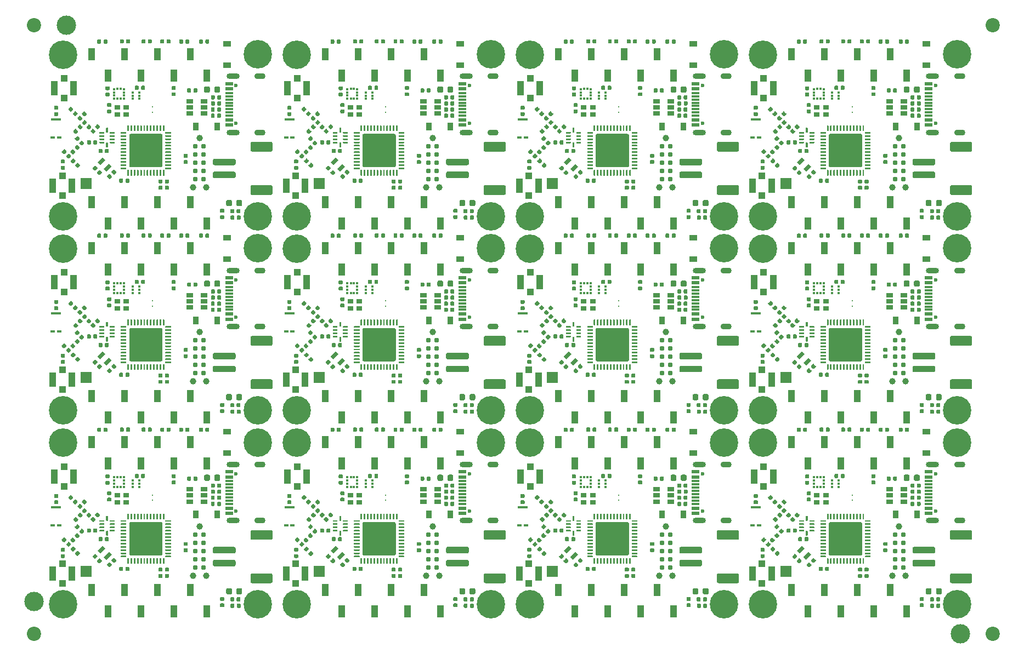
<source format=gbr>
G04 #@! TF.GenerationSoftware,KiCad,Pcbnew,5.1.5-52549c5~84~ubuntu19.04.1*
G04 #@! TF.CreationDate,2020-02-24T15:22:40-06:00*
G04 #@! TF.ProjectId,LeashPCB,4c656173-6850-4434-922e-6b696361645f,rev?*
G04 #@! TF.SameCoordinates,Original*
G04 #@! TF.FileFunction,Soldermask,Top*
G04 #@! TF.FilePolarity,Negative*
%FSLAX46Y46*%
G04 Gerber Fmt 4.6, Leading zero omitted, Abs format (unit mm)*
G04 Created by KiCad (PCBNEW 5.1.5-52549c5~84~ubuntu19.04.1) date 2020-02-24 15:22:40*
%MOMM*%
%LPD*%
G04 APERTURE LIST*
%ADD10C,2.200000*%
%ADD11C,3.000000*%
%ADD12C,0.100000*%
%ADD13R,1.700000X1.700000*%
%ADD14R,1.000000X1.900000*%
%ADD15C,0.700000*%
%ADD16C,4.400000*%
%ADD17R,1.200000X0.900000*%
%ADD18R,1.060000X0.650000*%
%ADD19R,0.900000X0.800000*%
%ADD20R,1.600000X0.350000*%
%ADD21R,0.650000X0.350000*%
%ADD22R,0.900000X1.200000*%
%ADD23R,1.050000X2.200000*%
%ADD24R,1.000000X1.050000*%
%ADD25C,0.787400*%
%ADD26R,0.350000X0.375000*%
%ADD27R,0.375000X0.350000*%
%ADD28C,0.363000*%
%ADD29C,0.990600*%
%ADD30R,1.160000X0.600000*%
%ADD31C,0.600000*%
%ADD32R,1.160000X0.300000*%
%ADD33O,1.700000X0.900000*%
%ADD34O,2.000000X0.900000*%
%ADD35C,0.240000*%
G04 APERTURE END LIST*
D10*
X276880000Y-49100000D03*
X276880000Y-143100000D03*
D11*
X271880000Y-143100000D03*
X128880000Y-138100000D03*
D10*
X128880000Y-143100000D03*
D11*
X133880000Y-49100000D03*
D10*
X128880000Y-49100000D03*
D12*
G36*
X256479503Y-95866204D02*
G01*
X256503772Y-95869804D01*
X256527570Y-95875765D01*
X256550670Y-95884030D01*
X256572849Y-95894520D01*
X256593892Y-95907133D01*
X256613598Y-95921748D01*
X256631776Y-95938224D01*
X256648252Y-95956402D01*
X256662867Y-95976108D01*
X256675480Y-95997151D01*
X256685970Y-96019330D01*
X256694235Y-96042430D01*
X256700196Y-96066228D01*
X256703796Y-96090497D01*
X256705000Y-96115001D01*
X256705000Y-100764999D01*
X256703796Y-100789503D01*
X256700196Y-100813772D01*
X256694235Y-100837570D01*
X256685970Y-100860670D01*
X256675480Y-100882849D01*
X256662867Y-100903892D01*
X256648252Y-100923598D01*
X256631776Y-100941776D01*
X256613598Y-100958252D01*
X256593892Y-100972867D01*
X256572849Y-100985480D01*
X256550670Y-100995970D01*
X256527570Y-101004235D01*
X256503772Y-101010196D01*
X256479503Y-101013796D01*
X256454999Y-101015000D01*
X251805001Y-101015000D01*
X251780497Y-101013796D01*
X251756228Y-101010196D01*
X251732430Y-101004235D01*
X251709330Y-100995970D01*
X251687151Y-100985480D01*
X251666108Y-100972867D01*
X251646402Y-100958252D01*
X251628224Y-100941776D01*
X251611748Y-100923598D01*
X251597133Y-100903892D01*
X251584520Y-100882849D01*
X251574030Y-100860670D01*
X251565765Y-100837570D01*
X251559804Y-100813772D01*
X251556204Y-100789503D01*
X251555000Y-100764999D01*
X251555000Y-96115001D01*
X251556204Y-96090497D01*
X251559804Y-96066228D01*
X251565765Y-96042430D01*
X251574030Y-96019330D01*
X251584520Y-95997151D01*
X251597133Y-95976108D01*
X251611748Y-95956402D01*
X251628224Y-95938224D01*
X251646402Y-95921748D01*
X251666108Y-95907133D01*
X251687151Y-95894520D01*
X251709330Y-95884030D01*
X251732430Y-95875765D01*
X251756228Y-95869804D01*
X251780497Y-95866204D01*
X251805001Y-95865000D01*
X256454999Y-95865000D01*
X256479503Y-95866204D01*
G37*
G36*
X251073626Y-95565301D02*
G01*
X251079693Y-95566201D01*
X251085643Y-95567691D01*
X251091418Y-95569758D01*
X251096962Y-95572380D01*
X251102223Y-95575533D01*
X251107150Y-95579187D01*
X251111694Y-95583306D01*
X251115813Y-95587850D01*
X251119467Y-95592777D01*
X251122620Y-95598038D01*
X251125242Y-95603582D01*
X251127309Y-95609357D01*
X251128799Y-95615307D01*
X251129699Y-95621374D01*
X251130000Y-95627500D01*
X251130000Y-95752500D01*
X251129699Y-95758626D01*
X251128799Y-95764693D01*
X251127309Y-95770643D01*
X251125242Y-95776418D01*
X251122620Y-95781962D01*
X251119467Y-95787223D01*
X251115813Y-95792150D01*
X251111694Y-95796694D01*
X251107150Y-95800813D01*
X251102223Y-95804467D01*
X251096962Y-95807620D01*
X251091418Y-95810242D01*
X251085643Y-95812309D01*
X251079693Y-95813799D01*
X251073626Y-95814699D01*
X251067500Y-95815000D01*
X250317500Y-95815000D01*
X250311374Y-95814699D01*
X250305307Y-95813799D01*
X250299357Y-95812309D01*
X250293582Y-95810242D01*
X250288038Y-95807620D01*
X250282777Y-95804467D01*
X250277850Y-95800813D01*
X250273306Y-95796694D01*
X250269187Y-95792150D01*
X250265533Y-95787223D01*
X250262380Y-95781962D01*
X250259758Y-95776418D01*
X250257691Y-95770643D01*
X250256201Y-95764693D01*
X250255301Y-95758626D01*
X250255000Y-95752500D01*
X250255000Y-95627500D01*
X250255301Y-95621374D01*
X250256201Y-95615307D01*
X250257691Y-95609357D01*
X250259758Y-95603582D01*
X250262380Y-95598038D01*
X250265533Y-95592777D01*
X250269187Y-95587850D01*
X250273306Y-95583306D01*
X250277850Y-95579187D01*
X250282777Y-95575533D01*
X250288038Y-95572380D01*
X250293582Y-95569758D01*
X250299357Y-95567691D01*
X250305307Y-95566201D01*
X250311374Y-95565301D01*
X250317500Y-95565000D01*
X251067500Y-95565000D01*
X251073626Y-95565301D01*
G37*
G36*
X251073626Y-96065301D02*
G01*
X251079693Y-96066201D01*
X251085643Y-96067691D01*
X251091418Y-96069758D01*
X251096962Y-96072380D01*
X251102223Y-96075533D01*
X251107150Y-96079187D01*
X251111694Y-96083306D01*
X251115813Y-96087850D01*
X251119467Y-96092777D01*
X251122620Y-96098038D01*
X251125242Y-96103582D01*
X251127309Y-96109357D01*
X251128799Y-96115307D01*
X251129699Y-96121374D01*
X251130000Y-96127500D01*
X251130000Y-96252500D01*
X251129699Y-96258626D01*
X251128799Y-96264693D01*
X251127309Y-96270643D01*
X251125242Y-96276418D01*
X251122620Y-96281962D01*
X251119467Y-96287223D01*
X251115813Y-96292150D01*
X251111694Y-96296694D01*
X251107150Y-96300813D01*
X251102223Y-96304467D01*
X251096962Y-96307620D01*
X251091418Y-96310242D01*
X251085643Y-96312309D01*
X251079693Y-96313799D01*
X251073626Y-96314699D01*
X251067500Y-96315000D01*
X250317500Y-96315000D01*
X250311374Y-96314699D01*
X250305307Y-96313799D01*
X250299357Y-96312309D01*
X250293582Y-96310242D01*
X250288038Y-96307620D01*
X250282777Y-96304467D01*
X250277850Y-96300813D01*
X250273306Y-96296694D01*
X250269187Y-96292150D01*
X250265533Y-96287223D01*
X250262380Y-96281962D01*
X250259758Y-96276418D01*
X250257691Y-96270643D01*
X250256201Y-96264693D01*
X250255301Y-96258626D01*
X250255000Y-96252500D01*
X250255000Y-96127500D01*
X250255301Y-96121374D01*
X250256201Y-96115307D01*
X250257691Y-96109357D01*
X250259758Y-96103582D01*
X250262380Y-96098038D01*
X250265533Y-96092777D01*
X250269187Y-96087850D01*
X250273306Y-96083306D01*
X250277850Y-96079187D01*
X250282777Y-96075533D01*
X250288038Y-96072380D01*
X250293582Y-96069758D01*
X250299357Y-96067691D01*
X250305307Y-96066201D01*
X250311374Y-96065301D01*
X250317500Y-96065000D01*
X251067500Y-96065000D01*
X251073626Y-96065301D01*
G37*
G36*
X251073626Y-96565301D02*
G01*
X251079693Y-96566201D01*
X251085643Y-96567691D01*
X251091418Y-96569758D01*
X251096962Y-96572380D01*
X251102223Y-96575533D01*
X251107150Y-96579187D01*
X251111694Y-96583306D01*
X251115813Y-96587850D01*
X251119467Y-96592777D01*
X251122620Y-96598038D01*
X251125242Y-96603582D01*
X251127309Y-96609357D01*
X251128799Y-96615307D01*
X251129699Y-96621374D01*
X251130000Y-96627500D01*
X251130000Y-96752500D01*
X251129699Y-96758626D01*
X251128799Y-96764693D01*
X251127309Y-96770643D01*
X251125242Y-96776418D01*
X251122620Y-96781962D01*
X251119467Y-96787223D01*
X251115813Y-96792150D01*
X251111694Y-96796694D01*
X251107150Y-96800813D01*
X251102223Y-96804467D01*
X251096962Y-96807620D01*
X251091418Y-96810242D01*
X251085643Y-96812309D01*
X251079693Y-96813799D01*
X251073626Y-96814699D01*
X251067500Y-96815000D01*
X250317500Y-96815000D01*
X250311374Y-96814699D01*
X250305307Y-96813799D01*
X250299357Y-96812309D01*
X250293582Y-96810242D01*
X250288038Y-96807620D01*
X250282777Y-96804467D01*
X250277850Y-96800813D01*
X250273306Y-96796694D01*
X250269187Y-96792150D01*
X250265533Y-96787223D01*
X250262380Y-96781962D01*
X250259758Y-96776418D01*
X250257691Y-96770643D01*
X250256201Y-96764693D01*
X250255301Y-96758626D01*
X250255000Y-96752500D01*
X250255000Y-96627500D01*
X250255301Y-96621374D01*
X250256201Y-96615307D01*
X250257691Y-96609357D01*
X250259758Y-96603582D01*
X250262380Y-96598038D01*
X250265533Y-96592777D01*
X250269187Y-96587850D01*
X250273306Y-96583306D01*
X250277850Y-96579187D01*
X250282777Y-96575533D01*
X250288038Y-96572380D01*
X250293582Y-96569758D01*
X250299357Y-96567691D01*
X250305307Y-96566201D01*
X250311374Y-96565301D01*
X250317500Y-96565000D01*
X251067500Y-96565000D01*
X251073626Y-96565301D01*
G37*
G36*
X251073626Y-97065301D02*
G01*
X251079693Y-97066201D01*
X251085643Y-97067691D01*
X251091418Y-97069758D01*
X251096962Y-97072380D01*
X251102223Y-97075533D01*
X251107150Y-97079187D01*
X251111694Y-97083306D01*
X251115813Y-97087850D01*
X251119467Y-97092777D01*
X251122620Y-97098038D01*
X251125242Y-97103582D01*
X251127309Y-97109357D01*
X251128799Y-97115307D01*
X251129699Y-97121374D01*
X251130000Y-97127500D01*
X251130000Y-97252500D01*
X251129699Y-97258626D01*
X251128799Y-97264693D01*
X251127309Y-97270643D01*
X251125242Y-97276418D01*
X251122620Y-97281962D01*
X251119467Y-97287223D01*
X251115813Y-97292150D01*
X251111694Y-97296694D01*
X251107150Y-97300813D01*
X251102223Y-97304467D01*
X251096962Y-97307620D01*
X251091418Y-97310242D01*
X251085643Y-97312309D01*
X251079693Y-97313799D01*
X251073626Y-97314699D01*
X251067500Y-97315000D01*
X250317500Y-97315000D01*
X250311374Y-97314699D01*
X250305307Y-97313799D01*
X250299357Y-97312309D01*
X250293582Y-97310242D01*
X250288038Y-97307620D01*
X250282777Y-97304467D01*
X250277850Y-97300813D01*
X250273306Y-97296694D01*
X250269187Y-97292150D01*
X250265533Y-97287223D01*
X250262380Y-97281962D01*
X250259758Y-97276418D01*
X250257691Y-97270643D01*
X250256201Y-97264693D01*
X250255301Y-97258626D01*
X250255000Y-97252500D01*
X250255000Y-97127500D01*
X250255301Y-97121374D01*
X250256201Y-97115307D01*
X250257691Y-97109357D01*
X250259758Y-97103582D01*
X250262380Y-97098038D01*
X250265533Y-97092777D01*
X250269187Y-97087850D01*
X250273306Y-97083306D01*
X250277850Y-97079187D01*
X250282777Y-97075533D01*
X250288038Y-97072380D01*
X250293582Y-97069758D01*
X250299357Y-97067691D01*
X250305307Y-97066201D01*
X250311374Y-97065301D01*
X250317500Y-97065000D01*
X251067500Y-97065000D01*
X251073626Y-97065301D01*
G37*
G36*
X251073626Y-97565301D02*
G01*
X251079693Y-97566201D01*
X251085643Y-97567691D01*
X251091418Y-97569758D01*
X251096962Y-97572380D01*
X251102223Y-97575533D01*
X251107150Y-97579187D01*
X251111694Y-97583306D01*
X251115813Y-97587850D01*
X251119467Y-97592777D01*
X251122620Y-97598038D01*
X251125242Y-97603582D01*
X251127309Y-97609357D01*
X251128799Y-97615307D01*
X251129699Y-97621374D01*
X251130000Y-97627500D01*
X251130000Y-97752500D01*
X251129699Y-97758626D01*
X251128799Y-97764693D01*
X251127309Y-97770643D01*
X251125242Y-97776418D01*
X251122620Y-97781962D01*
X251119467Y-97787223D01*
X251115813Y-97792150D01*
X251111694Y-97796694D01*
X251107150Y-97800813D01*
X251102223Y-97804467D01*
X251096962Y-97807620D01*
X251091418Y-97810242D01*
X251085643Y-97812309D01*
X251079693Y-97813799D01*
X251073626Y-97814699D01*
X251067500Y-97815000D01*
X250317500Y-97815000D01*
X250311374Y-97814699D01*
X250305307Y-97813799D01*
X250299357Y-97812309D01*
X250293582Y-97810242D01*
X250288038Y-97807620D01*
X250282777Y-97804467D01*
X250277850Y-97800813D01*
X250273306Y-97796694D01*
X250269187Y-97792150D01*
X250265533Y-97787223D01*
X250262380Y-97781962D01*
X250259758Y-97776418D01*
X250257691Y-97770643D01*
X250256201Y-97764693D01*
X250255301Y-97758626D01*
X250255000Y-97752500D01*
X250255000Y-97627500D01*
X250255301Y-97621374D01*
X250256201Y-97615307D01*
X250257691Y-97609357D01*
X250259758Y-97603582D01*
X250262380Y-97598038D01*
X250265533Y-97592777D01*
X250269187Y-97587850D01*
X250273306Y-97583306D01*
X250277850Y-97579187D01*
X250282777Y-97575533D01*
X250288038Y-97572380D01*
X250293582Y-97569758D01*
X250299357Y-97567691D01*
X250305307Y-97566201D01*
X250311374Y-97565301D01*
X250317500Y-97565000D01*
X251067500Y-97565000D01*
X251073626Y-97565301D01*
G37*
G36*
X251073626Y-98065301D02*
G01*
X251079693Y-98066201D01*
X251085643Y-98067691D01*
X251091418Y-98069758D01*
X251096962Y-98072380D01*
X251102223Y-98075533D01*
X251107150Y-98079187D01*
X251111694Y-98083306D01*
X251115813Y-98087850D01*
X251119467Y-98092777D01*
X251122620Y-98098038D01*
X251125242Y-98103582D01*
X251127309Y-98109357D01*
X251128799Y-98115307D01*
X251129699Y-98121374D01*
X251130000Y-98127500D01*
X251130000Y-98252500D01*
X251129699Y-98258626D01*
X251128799Y-98264693D01*
X251127309Y-98270643D01*
X251125242Y-98276418D01*
X251122620Y-98281962D01*
X251119467Y-98287223D01*
X251115813Y-98292150D01*
X251111694Y-98296694D01*
X251107150Y-98300813D01*
X251102223Y-98304467D01*
X251096962Y-98307620D01*
X251091418Y-98310242D01*
X251085643Y-98312309D01*
X251079693Y-98313799D01*
X251073626Y-98314699D01*
X251067500Y-98315000D01*
X250317500Y-98315000D01*
X250311374Y-98314699D01*
X250305307Y-98313799D01*
X250299357Y-98312309D01*
X250293582Y-98310242D01*
X250288038Y-98307620D01*
X250282777Y-98304467D01*
X250277850Y-98300813D01*
X250273306Y-98296694D01*
X250269187Y-98292150D01*
X250265533Y-98287223D01*
X250262380Y-98281962D01*
X250259758Y-98276418D01*
X250257691Y-98270643D01*
X250256201Y-98264693D01*
X250255301Y-98258626D01*
X250255000Y-98252500D01*
X250255000Y-98127500D01*
X250255301Y-98121374D01*
X250256201Y-98115307D01*
X250257691Y-98109357D01*
X250259758Y-98103582D01*
X250262380Y-98098038D01*
X250265533Y-98092777D01*
X250269187Y-98087850D01*
X250273306Y-98083306D01*
X250277850Y-98079187D01*
X250282777Y-98075533D01*
X250288038Y-98072380D01*
X250293582Y-98069758D01*
X250299357Y-98067691D01*
X250305307Y-98066201D01*
X250311374Y-98065301D01*
X250317500Y-98065000D01*
X251067500Y-98065000D01*
X251073626Y-98065301D01*
G37*
G36*
X251073626Y-98565301D02*
G01*
X251079693Y-98566201D01*
X251085643Y-98567691D01*
X251091418Y-98569758D01*
X251096962Y-98572380D01*
X251102223Y-98575533D01*
X251107150Y-98579187D01*
X251111694Y-98583306D01*
X251115813Y-98587850D01*
X251119467Y-98592777D01*
X251122620Y-98598038D01*
X251125242Y-98603582D01*
X251127309Y-98609357D01*
X251128799Y-98615307D01*
X251129699Y-98621374D01*
X251130000Y-98627500D01*
X251130000Y-98752500D01*
X251129699Y-98758626D01*
X251128799Y-98764693D01*
X251127309Y-98770643D01*
X251125242Y-98776418D01*
X251122620Y-98781962D01*
X251119467Y-98787223D01*
X251115813Y-98792150D01*
X251111694Y-98796694D01*
X251107150Y-98800813D01*
X251102223Y-98804467D01*
X251096962Y-98807620D01*
X251091418Y-98810242D01*
X251085643Y-98812309D01*
X251079693Y-98813799D01*
X251073626Y-98814699D01*
X251067500Y-98815000D01*
X250317500Y-98815000D01*
X250311374Y-98814699D01*
X250305307Y-98813799D01*
X250299357Y-98812309D01*
X250293582Y-98810242D01*
X250288038Y-98807620D01*
X250282777Y-98804467D01*
X250277850Y-98800813D01*
X250273306Y-98796694D01*
X250269187Y-98792150D01*
X250265533Y-98787223D01*
X250262380Y-98781962D01*
X250259758Y-98776418D01*
X250257691Y-98770643D01*
X250256201Y-98764693D01*
X250255301Y-98758626D01*
X250255000Y-98752500D01*
X250255000Y-98627500D01*
X250255301Y-98621374D01*
X250256201Y-98615307D01*
X250257691Y-98609357D01*
X250259758Y-98603582D01*
X250262380Y-98598038D01*
X250265533Y-98592777D01*
X250269187Y-98587850D01*
X250273306Y-98583306D01*
X250277850Y-98579187D01*
X250282777Y-98575533D01*
X250288038Y-98572380D01*
X250293582Y-98569758D01*
X250299357Y-98567691D01*
X250305307Y-98566201D01*
X250311374Y-98565301D01*
X250317500Y-98565000D01*
X251067500Y-98565000D01*
X251073626Y-98565301D01*
G37*
G36*
X251073626Y-99065301D02*
G01*
X251079693Y-99066201D01*
X251085643Y-99067691D01*
X251091418Y-99069758D01*
X251096962Y-99072380D01*
X251102223Y-99075533D01*
X251107150Y-99079187D01*
X251111694Y-99083306D01*
X251115813Y-99087850D01*
X251119467Y-99092777D01*
X251122620Y-99098038D01*
X251125242Y-99103582D01*
X251127309Y-99109357D01*
X251128799Y-99115307D01*
X251129699Y-99121374D01*
X251130000Y-99127500D01*
X251130000Y-99252500D01*
X251129699Y-99258626D01*
X251128799Y-99264693D01*
X251127309Y-99270643D01*
X251125242Y-99276418D01*
X251122620Y-99281962D01*
X251119467Y-99287223D01*
X251115813Y-99292150D01*
X251111694Y-99296694D01*
X251107150Y-99300813D01*
X251102223Y-99304467D01*
X251096962Y-99307620D01*
X251091418Y-99310242D01*
X251085643Y-99312309D01*
X251079693Y-99313799D01*
X251073626Y-99314699D01*
X251067500Y-99315000D01*
X250317500Y-99315000D01*
X250311374Y-99314699D01*
X250305307Y-99313799D01*
X250299357Y-99312309D01*
X250293582Y-99310242D01*
X250288038Y-99307620D01*
X250282777Y-99304467D01*
X250277850Y-99300813D01*
X250273306Y-99296694D01*
X250269187Y-99292150D01*
X250265533Y-99287223D01*
X250262380Y-99281962D01*
X250259758Y-99276418D01*
X250257691Y-99270643D01*
X250256201Y-99264693D01*
X250255301Y-99258626D01*
X250255000Y-99252500D01*
X250255000Y-99127500D01*
X250255301Y-99121374D01*
X250256201Y-99115307D01*
X250257691Y-99109357D01*
X250259758Y-99103582D01*
X250262380Y-99098038D01*
X250265533Y-99092777D01*
X250269187Y-99087850D01*
X250273306Y-99083306D01*
X250277850Y-99079187D01*
X250282777Y-99075533D01*
X250288038Y-99072380D01*
X250293582Y-99069758D01*
X250299357Y-99067691D01*
X250305307Y-99066201D01*
X250311374Y-99065301D01*
X250317500Y-99065000D01*
X251067500Y-99065000D01*
X251073626Y-99065301D01*
G37*
G36*
X251073626Y-99565301D02*
G01*
X251079693Y-99566201D01*
X251085643Y-99567691D01*
X251091418Y-99569758D01*
X251096962Y-99572380D01*
X251102223Y-99575533D01*
X251107150Y-99579187D01*
X251111694Y-99583306D01*
X251115813Y-99587850D01*
X251119467Y-99592777D01*
X251122620Y-99598038D01*
X251125242Y-99603582D01*
X251127309Y-99609357D01*
X251128799Y-99615307D01*
X251129699Y-99621374D01*
X251130000Y-99627500D01*
X251130000Y-99752500D01*
X251129699Y-99758626D01*
X251128799Y-99764693D01*
X251127309Y-99770643D01*
X251125242Y-99776418D01*
X251122620Y-99781962D01*
X251119467Y-99787223D01*
X251115813Y-99792150D01*
X251111694Y-99796694D01*
X251107150Y-99800813D01*
X251102223Y-99804467D01*
X251096962Y-99807620D01*
X251091418Y-99810242D01*
X251085643Y-99812309D01*
X251079693Y-99813799D01*
X251073626Y-99814699D01*
X251067500Y-99815000D01*
X250317500Y-99815000D01*
X250311374Y-99814699D01*
X250305307Y-99813799D01*
X250299357Y-99812309D01*
X250293582Y-99810242D01*
X250288038Y-99807620D01*
X250282777Y-99804467D01*
X250277850Y-99800813D01*
X250273306Y-99796694D01*
X250269187Y-99792150D01*
X250265533Y-99787223D01*
X250262380Y-99781962D01*
X250259758Y-99776418D01*
X250257691Y-99770643D01*
X250256201Y-99764693D01*
X250255301Y-99758626D01*
X250255000Y-99752500D01*
X250255000Y-99627500D01*
X250255301Y-99621374D01*
X250256201Y-99615307D01*
X250257691Y-99609357D01*
X250259758Y-99603582D01*
X250262380Y-99598038D01*
X250265533Y-99592777D01*
X250269187Y-99587850D01*
X250273306Y-99583306D01*
X250277850Y-99579187D01*
X250282777Y-99575533D01*
X250288038Y-99572380D01*
X250293582Y-99569758D01*
X250299357Y-99567691D01*
X250305307Y-99566201D01*
X250311374Y-99565301D01*
X250317500Y-99565000D01*
X251067500Y-99565000D01*
X251073626Y-99565301D01*
G37*
G36*
X251073626Y-100065301D02*
G01*
X251079693Y-100066201D01*
X251085643Y-100067691D01*
X251091418Y-100069758D01*
X251096962Y-100072380D01*
X251102223Y-100075533D01*
X251107150Y-100079187D01*
X251111694Y-100083306D01*
X251115813Y-100087850D01*
X251119467Y-100092777D01*
X251122620Y-100098038D01*
X251125242Y-100103582D01*
X251127309Y-100109357D01*
X251128799Y-100115307D01*
X251129699Y-100121374D01*
X251130000Y-100127500D01*
X251130000Y-100252500D01*
X251129699Y-100258626D01*
X251128799Y-100264693D01*
X251127309Y-100270643D01*
X251125242Y-100276418D01*
X251122620Y-100281962D01*
X251119467Y-100287223D01*
X251115813Y-100292150D01*
X251111694Y-100296694D01*
X251107150Y-100300813D01*
X251102223Y-100304467D01*
X251096962Y-100307620D01*
X251091418Y-100310242D01*
X251085643Y-100312309D01*
X251079693Y-100313799D01*
X251073626Y-100314699D01*
X251067500Y-100315000D01*
X250317500Y-100315000D01*
X250311374Y-100314699D01*
X250305307Y-100313799D01*
X250299357Y-100312309D01*
X250293582Y-100310242D01*
X250288038Y-100307620D01*
X250282777Y-100304467D01*
X250277850Y-100300813D01*
X250273306Y-100296694D01*
X250269187Y-100292150D01*
X250265533Y-100287223D01*
X250262380Y-100281962D01*
X250259758Y-100276418D01*
X250257691Y-100270643D01*
X250256201Y-100264693D01*
X250255301Y-100258626D01*
X250255000Y-100252500D01*
X250255000Y-100127500D01*
X250255301Y-100121374D01*
X250256201Y-100115307D01*
X250257691Y-100109357D01*
X250259758Y-100103582D01*
X250262380Y-100098038D01*
X250265533Y-100092777D01*
X250269187Y-100087850D01*
X250273306Y-100083306D01*
X250277850Y-100079187D01*
X250282777Y-100075533D01*
X250288038Y-100072380D01*
X250293582Y-100069758D01*
X250299357Y-100067691D01*
X250305307Y-100066201D01*
X250311374Y-100065301D01*
X250317500Y-100065000D01*
X251067500Y-100065000D01*
X251073626Y-100065301D01*
G37*
G36*
X251073626Y-100565301D02*
G01*
X251079693Y-100566201D01*
X251085643Y-100567691D01*
X251091418Y-100569758D01*
X251096962Y-100572380D01*
X251102223Y-100575533D01*
X251107150Y-100579187D01*
X251111694Y-100583306D01*
X251115813Y-100587850D01*
X251119467Y-100592777D01*
X251122620Y-100598038D01*
X251125242Y-100603582D01*
X251127309Y-100609357D01*
X251128799Y-100615307D01*
X251129699Y-100621374D01*
X251130000Y-100627500D01*
X251130000Y-100752500D01*
X251129699Y-100758626D01*
X251128799Y-100764693D01*
X251127309Y-100770643D01*
X251125242Y-100776418D01*
X251122620Y-100781962D01*
X251119467Y-100787223D01*
X251115813Y-100792150D01*
X251111694Y-100796694D01*
X251107150Y-100800813D01*
X251102223Y-100804467D01*
X251096962Y-100807620D01*
X251091418Y-100810242D01*
X251085643Y-100812309D01*
X251079693Y-100813799D01*
X251073626Y-100814699D01*
X251067500Y-100815000D01*
X250317500Y-100815000D01*
X250311374Y-100814699D01*
X250305307Y-100813799D01*
X250299357Y-100812309D01*
X250293582Y-100810242D01*
X250288038Y-100807620D01*
X250282777Y-100804467D01*
X250277850Y-100800813D01*
X250273306Y-100796694D01*
X250269187Y-100792150D01*
X250265533Y-100787223D01*
X250262380Y-100781962D01*
X250259758Y-100776418D01*
X250257691Y-100770643D01*
X250256201Y-100764693D01*
X250255301Y-100758626D01*
X250255000Y-100752500D01*
X250255000Y-100627500D01*
X250255301Y-100621374D01*
X250256201Y-100615307D01*
X250257691Y-100609357D01*
X250259758Y-100603582D01*
X250262380Y-100598038D01*
X250265533Y-100592777D01*
X250269187Y-100587850D01*
X250273306Y-100583306D01*
X250277850Y-100579187D01*
X250282777Y-100575533D01*
X250288038Y-100572380D01*
X250293582Y-100569758D01*
X250299357Y-100567691D01*
X250305307Y-100566201D01*
X250311374Y-100565301D01*
X250317500Y-100565000D01*
X251067500Y-100565000D01*
X251073626Y-100565301D01*
G37*
G36*
X251073626Y-101065301D02*
G01*
X251079693Y-101066201D01*
X251085643Y-101067691D01*
X251091418Y-101069758D01*
X251096962Y-101072380D01*
X251102223Y-101075533D01*
X251107150Y-101079187D01*
X251111694Y-101083306D01*
X251115813Y-101087850D01*
X251119467Y-101092777D01*
X251122620Y-101098038D01*
X251125242Y-101103582D01*
X251127309Y-101109357D01*
X251128799Y-101115307D01*
X251129699Y-101121374D01*
X251130000Y-101127500D01*
X251130000Y-101252500D01*
X251129699Y-101258626D01*
X251128799Y-101264693D01*
X251127309Y-101270643D01*
X251125242Y-101276418D01*
X251122620Y-101281962D01*
X251119467Y-101287223D01*
X251115813Y-101292150D01*
X251111694Y-101296694D01*
X251107150Y-101300813D01*
X251102223Y-101304467D01*
X251096962Y-101307620D01*
X251091418Y-101310242D01*
X251085643Y-101312309D01*
X251079693Y-101313799D01*
X251073626Y-101314699D01*
X251067500Y-101315000D01*
X250317500Y-101315000D01*
X250311374Y-101314699D01*
X250305307Y-101313799D01*
X250299357Y-101312309D01*
X250293582Y-101310242D01*
X250288038Y-101307620D01*
X250282777Y-101304467D01*
X250277850Y-101300813D01*
X250273306Y-101296694D01*
X250269187Y-101292150D01*
X250265533Y-101287223D01*
X250262380Y-101281962D01*
X250259758Y-101276418D01*
X250257691Y-101270643D01*
X250256201Y-101264693D01*
X250255301Y-101258626D01*
X250255000Y-101252500D01*
X250255000Y-101127500D01*
X250255301Y-101121374D01*
X250256201Y-101115307D01*
X250257691Y-101109357D01*
X250259758Y-101103582D01*
X250262380Y-101098038D01*
X250265533Y-101092777D01*
X250269187Y-101087850D01*
X250273306Y-101083306D01*
X250277850Y-101079187D01*
X250282777Y-101075533D01*
X250288038Y-101072380D01*
X250293582Y-101069758D01*
X250299357Y-101067691D01*
X250305307Y-101066201D01*
X250311374Y-101065301D01*
X250317500Y-101065000D01*
X251067500Y-101065000D01*
X251073626Y-101065301D01*
G37*
G36*
X251448626Y-101440301D02*
G01*
X251454693Y-101441201D01*
X251460643Y-101442691D01*
X251466418Y-101444758D01*
X251471962Y-101447380D01*
X251477223Y-101450533D01*
X251482150Y-101454187D01*
X251486694Y-101458306D01*
X251490813Y-101462850D01*
X251494467Y-101467777D01*
X251497620Y-101473038D01*
X251500242Y-101478582D01*
X251502309Y-101484357D01*
X251503799Y-101490307D01*
X251504699Y-101496374D01*
X251505000Y-101502500D01*
X251505000Y-102252500D01*
X251504699Y-102258626D01*
X251503799Y-102264693D01*
X251502309Y-102270643D01*
X251500242Y-102276418D01*
X251497620Y-102281962D01*
X251494467Y-102287223D01*
X251490813Y-102292150D01*
X251486694Y-102296694D01*
X251482150Y-102300813D01*
X251477223Y-102304467D01*
X251471962Y-102307620D01*
X251466418Y-102310242D01*
X251460643Y-102312309D01*
X251454693Y-102313799D01*
X251448626Y-102314699D01*
X251442500Y-102315000D01*
X251317500Y-102315000D01*
X251311374Y-102314699D01*
X251305307Y-102313799D01*
X251299357Y-102312309D01*
X251293582Y-102310242D01*
X251288038Y-102307620D01*
X251282777Y-102304467D01*
X251277850Y-102300813D01*
X251273306Y-102296694D01*
X251269187Y-102292150D01*
X251265533Y-102287223D01*
X251262380Y-102281962D01*
X251259758Y-102276418D01*
X251257691Y-102270643D01*
X251256201Y-102264693D01*
X251255301Y-102258626D01*
X251255000Y-102252500D01*
X251255000Y-101502500D01*
X251255301Y-101496374D01*
X251256201Y-101490307D01*
X251257691Y-101484357D01*
X251259758Y-101478582D01*
X251262380Y-101473038D01*
X251265533Y-101467777D01*
X251269187Y-101462850D01*
X251273306Y-101458306D01*
X251277850Y-101454187D01*
X251282777Y-101450533D01*
X251288038Y-101447380D01*
X251293582Y-101444758D01*
X251299357Y-101442691D01*
X251305307Y-101441201D01*
X251311374Y-101440301D01*
X251317500Y-101440000D01*
X251442500Y-101440000D01*
X251448626Y-101440301D01*
G37*
G36*
X251948626Y-101440301D02*
G01*
X251954693Y-101441201D01*
X251960643Y-101442691D01*
X251966418Y-101444758D01*
X251971962Y-101447380D01*
X251977223Y-101450533D01*
X251982150Y-101454187D01*
X251986694Y-101458306D01*
X251990813Y-101462850D01*
X251994467Y-101467777D01*
X251997620Y-101473038D01*
X252000242Y-101478582D01*
X252002309Y-101484357D01*
X252003799Y-101490307D01*
X252004699Y-101496374D01*
X252005000Y-101502500D01*
X252005000Y-102252500D01*
X252004699Y-102258626D01*
X252003799Y-102264693D01*
X252002309Y-102270643D01*
X252000242Y-102276418D01*
X251997620Y-102281962D01*
X251994467Y-102287223D01*
X251990813Y-102292150D01*
X251986694Y-102296694D01*
X251982150Y-102300813D01*
X251977223Y-102304467D01*
X251971962Y-102307620D01*
X251966418Y-102310242D01*
X251960643Y-102312309D01*
X251954693Y-102313799D01*
X251948626Y-102314699D01*
X251942500Y-102315000D01*
X251817500Y-102315000D01*
X251811374Y-102314699D01*
X251805307Y-102313799D01*
X251799357Y-102312309D01*
X251793582Y-102310242D01*
X251788038Y-102307620D01*
X251782777Y-102304467D01*
X251777850Y-102300813D01*
X251773306Y-102296694D01*
X251769187Y-102292150D01*
X251765533Y-102287223D01*
X251762380Y-102281962D01*
X251759758Y-102276418D01*
X251757691Y-102270643D01*
X251756201Y-102264693D01*
X251755301Y-102258626D01*
X251755000Y-102252500D01*
X251755000Y-101502500D01*
X251755301Y-101496374D01*
X251756201Y-101490307D01*
X251757691Y-101484357D01*
X251759758Y-101478582D01*
X251762380Y-101473038D01*
X251765533Y-101467777D01*
X251769187Y-101462850D01*
X251773306Y-101458306D01*
X251777850Y-101454187D01*
X251782777Y-101450533D01*
X251788038Y-101447380D01*
X251793582Y-101444758D01*
X251799357Y-101442691D01*
X251805307Y-101441201D01*
X251811374Y-101440301D01*
X251817500Y-101440000D01*
X251942500Y-101440000D01*
X251948626Y-101440301D01*
G37*
G36*
X252448626Y-101440301D02*
G01*
X252454693Y-101441201D01*
X252460643Y-101442691D01*
X252466418Y-101444758D01*
X252471962Y-101447380D01*
X252477223Y-101450533D01*
X252482150Y-101454187D01*
X252486694Y-101458306D01*
X252490813Y-101462850D01*
X252494467Y-101467777D01*
X252497620Y-101473038D01*
X252500242Y-101478582D01*
X252502309Y-101484357D01*
X252503799Y-101490307D01*
X252504699Y-101496374D01*
X252505000Y-101502500D01*
X252505000Y-102252500D01*
X252504699Y-102258626D01*
X252503799Y-102264693D01*
X252502309Y-102270643D01*
X252500242Y-102276418D01*
X252497620Y-102281962D01*
X252494467Y-102287223D01*
X252490813Y-102292150D01*
X252486694Y-102296694D01*
X252482150Y-102300813D01*
X252477223Y-102304467D01*
X252471962Y-102307620D01*
X252466418Y-102310242D01*
X252460643Y-102312309D01*
X252454693Y-102313799D01*
X252448626Y-102314699D01*
X252442500Y-102315000D01*
X252317500Y-102315000D01*
X252311374Y-102314699D01*
X252305307Y-102313799D01*
X252299357Y-102312309D01*
X252293582Y-102310242D01*
X252288038Y-102307620D01*
X252282777Y-102304467D01*
X252277850Y-102300813D01*
X252273306Y-102296694D01*
X252269187Y-102292150D01*
X252265533Y-102287223D01*
X252262380Y-102281962D01*
X252259758Y-102276418D01*
X252257691Y-102270643D01*
X252256201Y-102264693D01*
X252255301Y-102258626D01*
X252255000Y-102252500D01*
X252255000Y-101502500D01*
X252255301Y-101496374D01*
X252256201Y-101490307D01*
X252257691Y-101484357D01*
X252259758Y-101478582D01*
X252262380Y-101473038D01*
X252265533Y-101467777D01*
X252269187Y-101462850D01*
X252273306Y-101458306D01*
X252277850Y-101454187D01*
X252282777Y-101450533D01*
X252288038Y-101447380D01*
X252293582Y-101444758D01*
X252299357Y-101442691D01*
X252305307Y-101441201D01*
X252311374Y-101440301D01*
X252317500Y-101440000D01*
X252442500Y-101440000D01*
X252448626Y-101440301D01*
G37*
G36*
X252948626Y-101440301D02*
G01*
X252954693Y-101441201D01*
X252960643Y-101442691D01*
X252966418Y-101444758D01*
X252971962Y-101447380D01*
X252977223Y-101450533D01*
X252982150Y-101454187D01*
X252986694Y-101458306D01*
X252990813Y-101462850D01*
X252994467Y-101467777D01*
X252997620Y-101473038D01*
X253000242Y-101478582D01*
X253002309Y-101484357D01*
X253003799Y-101490307D01*
X253004699Y-101496374D01*
X253005000Y-101502500D01*
X253005000Y-102252500D01*
X253004699Y-102258626D01*
X253003799Y-102264693D01*
X253002309Y-102270643D01*
X253000242Y-102276418D01*
X252997620Y-102281962D01*
X252994467Y-102287223D01*
X252990813Y-102292150D01*
X252986694Y-102296694D01*
X252982150Y-102300813D01*
X252977223Y-102304467D01*
X252971962Y-102307620D01*
X252966418Y-102310242D01*
X252960643Y-102312309D01*
X252954693Y-102313799D01*
X252948626Y-102314699D01*
X252942500Y-102315000D01*
X252817500Y-102315000D01*
X252811374Y-102314699D01*
X252805307Y-102313799D01*
X252799357Y-102312309D01*
X252793582Y-102310242D01*
X252788038Y-102307620D01*
X252782777Y-102304467D01*
X252777850Y-102300813D01*
X252773306Y-102296694D01*
X252769187Y-102292150D01*
X252765533Y-102287223D01*
X252762380Y-102281962D01*
X252759758Y-102276418D01*
X252757691Y-102270643D01*
X252756201Y-102264693D01*
X252755301Y-102258626D01*
X252755000Y-102252500D01*
X252755000Y-101502500D01*
X252755301Y-101496374D01*
X252756201Y-101490307D01*
X252757691Y-101484357D01*
X252759758Y-101478582D01*
X252762380Y-101473038D01*
X252765533Y-101467777D01*
X252769187Y-101462850D01*
X252773306Y-101458306D01*
X252777850Y-101454187D01*
X252782777Y-101450533D01*
X252788038Y-101447380D01*
X252793582Y-101444758D01*
X252799357Y-101442691D01*
X252805307Y-101441201D01*
X252811374Y-101440301D01*
X252817500Y-101440000D01*
X252942500Y-101440000D01*
X252948626Y-101440301D01*
G37*
G36*
X253448626Y-101440301D02*
G01*
X253454693Y-101441201D01*
X253460643Y-101442691D01*
X253466418Y-101444758D01*
X253471962Y-101447380D01*
X253477223Y-101450533D01*
X253482150Y-101454187D01*
X253486694Y-101458306D01*
X253490813Y-101462850D01*
X253494467Y-101467777D01*
X253497620Y-101473038D01*
X253500242Y-101478582D01*
X253502309Y-101484357D01*
X253503799Y-101490307D01*
X253504699Y-101496374D01*
X253505000Y-101502500D01*
X253505000Y-102252500D01*
X253504699Y-102258626D01*
X253503799Y-102264693D01*
X253502309Y-102270643D01*
X253500242Y-102276418D01*
X253497620Y-102281962D01*
X253494467Y-102287223D01*
X253490813Y-102292150D01*
X253486694Y-102296694D01*
X253482150Y-102300813D01*
X253477223Y-102304467D01*
X253471962Y-102307620D01*
X253466418Y-102310242D01*
X253460643Y-102312309D01*
X253454693Y-102313799D01*
X253448626Y-102314699D01*
X253442500Y-102315000D01*
X253317500Y-102315000D01*
X253311374Y-102314699D01*
X253305307Y-102313799D01*
X253299357Y-102312309D01*
X253293582Y-102310242D01*
X253288038Y-102307620D01*
X253282777Y-102304467D01*
X253277850Y-102300813D01*
X253273306Y-102296694D01*
X253269187Y-102292150D01*
X253265533Y-102287223D01*
X253262380Y-102281962D01*
X253259758Y-102276418D01*
X253257691Y-102270643D01*
X253256201Y-102264693D01*
X253255301Y-102258626D01*
X253255000Y-102252500D01*
X253255000Y-101502500D01*
X253255301Y-101496374D01*
X253256201Y-101490307D01*
X253257691Y-101484357D01*
X253259758Y-101478582D01*
X253262380Y-101473038D01*
X253265533Y-101467777D01*
X253269187Y-101462850D01*
X253273306Y-101458306D01*
X253277850Y-101454187D01*
X253282777Y-101450533D01*
X253288038Y-101447380D01*
X253293582Y-101444758D01*
X253299357Y-101442691D01*
X253305307Y-101441201D01*
X253311374Y-101440301D01*
X253317500Y-101440000D01*
X253442500Y-101440000D01*
X253448626Y-101440301D01*
G37*
G36*
X253948626Y-101440301D02*
G01*
X253954693Y-101441201D01*
X253960643Y-101442691D01*
X253966418Y-101444758D01*
X253971962Y-101447380D01*
X253977223Y-101450533D01*
X253982150Y-101454187D01*
X253986694Y-101458306D01*
X253990813Y-101462850D01*
X253994467Y-101467777D01*
X253997620Y-101473038D01*
X254000242Y-101478582D01*
X254002309Y-101484357D01*
X254003799Y-101490307D01*
X254004699Y-101496374D01*
X254005000Y-101502500D01*
X254005000Y-102252500D01*
X254004699Y-102258626D01*
X254003799Y-102264693D01*
X254002309Y-102270643D01*
X254000242Y-102276418D01*
X253997620Y-102281962D01*
X253994467Y-102287223D01*
X253990813Y-102292150D01*
X253986694Y-102296694D01*
X253982150Y-102300813D01*
X253977223Y-102304467D01*
X253971962Y-102307620D01*
X253966418Y-102310242D01*
X253960643Y-102312309D01*
X253954693Y-102313799D01*
X253948626Y-102314699D01*
X253942500Y-102315000D01*
X253817500Y-102315000D01*
X253811374Y-102314699D01*
X253805307Y-102313799D01*
X253799357Y-102312309D01*
X253793582Y-102310242D01*
X253788038Y-102307620D01*
X253782777Y-102304467D01*
X253777850Y-102300813D01*
X253773306Y-102296694D01*
X253769187Y-102292150D01*
X253765533Y-102287223D01*
X253762380Y-102281962D01*
X253759758Y-102276418D01*
X253757691Y-102270643D01*
X253756201Y-102264693D01*
X253755301Y-102258626D01*
X253755000Y-102252500D01*
X253755000Y-101502500D01*
X253755301Y-101496374D01*
X253756201Y-101490307D01*
X253757691Y-101484357D01*
X253759758Y-101478582D01*
X253762380Y-101473038D01*
X253765533Y-101467777D01*
X253769187Y-101462850D01*
X253773306Y-101458306D01*
X253777850Y-101454187D01*
X253782777Y-101450533D01*
X253788038Y-101447380D01*
X253793582Y-101444758D01*
X253799357Y-101442691D01*
X253805307Y-101441201D01*
X253811374Y-101440301D01*
X253817500Y-101440000D01*
X253942500Y-101440000D01*
X253948626Y-101440301D01*
G37*
G36*
X254448626Y-101440301D02*
G01*
X254454693Y-101441201D01*
X254460643Y-101442691D01*
X254466418Y-101444758D01*
X254471962Y-101447380D01*
X254477223Y-101450533D01*
X254482150Y-101454187D01*
X254486694Y-101458306D01*
X254490813Y-101462850D01*
X254494467Y-101467777D01*
X254497620Y-101473038D01*
X254500242Y-101478582D01*
X254502309Y-101484357D01*
X254503799Y-101490307D01*
X254504699Y-101496374D01*
X254505000Y-101502500D01*
X254505000Y-102252500D01*
X254504699Y-102258626D01*
X254503799Y-102264693D01*
X254502309Y-102270643D01*
X254500242Y-102276418D01*
X254497620Y-102281962D01*
X254494467Y-102287223D01*
X254490813Y-102292150D01*
X254486694Y-102296694D01*
X254482150Y-102300813D01*
X254477223Y-102304467D01*
X254471962Y-102307620D01*
X254466418Y-102310242D01*
X254460643Y-102312309D01*
X254454693Y-102313799D01*
X254448626Y-102314699D01*
X254442500Y-102315000D01*
X254317500Y-102315000D01*
X254311374Y-102314699D01*
X254305307Y-102313799D01*
X254299357Y-102312309D01*
X254293582Y-102310242D01*
X254288038Y-102307620D01*
X254282777Y-102304467D01*
X254277850Y-102300813D01*
X254273306Y-102296694D01*
X254269187Y-102292150D01*
X254265533Y-102287223D01*
X254262380Y-102281962D01*
X254259758Y-102276418D01*
X254257691Y-102270643D01*
X254256201Y-102264693D01*
X254255301Y-102258626D01*
X254255000Y-102252500D01*
X254255000Y-101502500D01*
X254255301Y-101496374D01*
X254256201Y-101490307D01*
X254257691Y-101484357D01*
X254259758Y-101478582D01*
X254262380Y-101473038D01*
X254265533Y-101467777D01*
X254269187Y-101462850D01*
X254273306Y-101458306D01*
X254277850Y-101454187D01*
X254282777Y-101450533D01*
X254288038Y-101447380D01*
X254293582Y-101444758D01*
X254299357Y-101442691D01*
X254305307Y-101441201D01*
X254311374Y-101440301D01*
X254317500Y-101440000D01*
X254442500Y-101440000D01*
X254448626Y-101440301D01*
G37*
G36*
X254948626Y-101440301D02*
G01*
X254954693Y-101441201D01*
X254960643Y-101442691D01*
X254966418Y-101444758D01*
X254971962Y-101447380D01*
X254977223Y-101450533D01*
X254982150Y-101454187D01*
X254986694Y-101458306D01*
X254990813Y-101462850D01*
X254994467Y-101467777D01*
X254997620Y-101473038D01*
X255000242Y-101478582D01*
X255002309Y-101484357D01*
X255003799Y-101490307D01*
X255004699Y-101496374D01*
X255005000Y-101502500D01*
X255005000Y-102252500D01*
X255004699Y-102258626D01*
X255003799Y-102264693D01*
X255002309Y-102270643D01*
X255000242Y-102276418D01*
X254997620Y-102281962D01*
X254994467Y-102287223D01*
X254990813Y-102292150D01*
X254986694Y-102296694D01*
X254982150Y-102300813D01*
X254977223Y-102304467D01*
X254971962Y-102307620D01*
X254966418Y-102310242D01*
X254960643Y-102312309D01*
X254954693Y-102313799D01*
X254948626Y-102314699D01*
X254942500Y-102315000D01*
X254817500Y-102315000D01*
X254811374Y-102314699D01*
X254805307Y-102313799D01*
X254799357Y-102312309D01*
X254793582Y-102310242D01*
X254788038Y-102307620D01*
X254782777Y-102304467D01*
X254777850Y-102300813D01*
X254773306Y-102296694D01*
X254769187Y-102292150D01*
X254765533Y-102287223D01*
X254762380Y-102281962D01*
X254759758Y-102276418D01*
X254757691Y-102270643D01*
X254756201Y-102264693D01*
X254755301Y-102258626D01*
X254755000Y-102252500D01*
X254755000Y-101502500D01*
X254755301Y-101496374D01*
X254756201Y-101490307D01*
X254757691Y-101484357D01*
X254759758Y-101478582D01*
X254762380Y-101473038D01*
X254765533Y-101467777D01*
X254769187Y-101462850D01*
X254773306Y-101458306D01*
X254777850Y-101454187D01*
X254782777Y-101450533D01*
X254788038Y-101447380D01*
X254793582Y-101444758D01*
X254799357Y-101442691D01*
X254805307Y-101441201D01*
X254811374Y-101440301D01*
X254817500Y-101440000D01*
X254942500Y-101440000D01*
X254948626Y-101440301D01*
G37*
G36*
X255448626Y-101440301D02*
G01*
X255454693Y-101441201D01*
X255460643Y-101442691D01*
X255466418Y-101444758D01*
X255471962Y-101447380D01*
X255477223Y-101450533D01*
X255482150Y-101454187D01*
X255486694Y-101458306D01*
X255490813Y-101462850D01*
X255494467Y-101467777D01*
X255497620Y-101473038D01*
X255500242Y-101478582D01*
X255502309Y-101484357D01*
X255503799Y-101490307D01*
X255504699Y-101496374D01*
X255505000Y-101502500D01*
X255505000Y-102252500D01*
X255504699Y-102258626D01*
X255503799Y-102264693D01*
X255502309Y-102270643D01*
X255500242Y-102276418D01*
X255497620Y-102281962D01*
X255494467Y-102287223D01*
X255490813Y-102292150D01*
X255486694Y-102296694D01*
X255482150Y-102300813D01*
X255477223Y-102304467D01*
X255471962Y-102307620D01*
X255466418Y-102310242D01*
X255460643Y-102312309D01*
X255454693Y-102313799D01*
X255448626Y-102314699D01*
X255442500Y-102315000D01*
X255317500Y-102315000D01*
X255311374Y-102314699D01*
X255305307Y-102313799D01*
X255299357Y-102312309D01*
X255293582Y-102310242D01*
X255288038Y-102307620D01*
X255282777Y-102304467D01*
X255277850Y-102300813D01*
X255273306Y-102296694D01*
X255269187Y-102292150D01*
X255265533Y-102287223D01*
X255262380Y-102281962D01*
X255259758Y-102276418D01*
X255257691Y-102270643D01*
X255256201Y-102264693D01*
X255255301Y-102258626D01*
X255255000Y-102252500D01*
X255255000Y-101502500D01*
X255255301Y-101496374D01*
X255256201Y-101490307D01*
X255257691Y-101484357D01*
X255259758Y-101478582D01*
X255262380Y-101473038D01*
X255265533Y-101467777D01*
X255269187Y-101462850D01*
X255273306Y-101458306D01*
X255277850Y-101454187D01*
X255282777Y-101450533D01*
X255288038Y-101447380D01*
X255293582Y-101444758D01*
X255299357Y-101442691D01*
X255305307Y-101441201D01*
X255311374Y-101440301D01*
X255317500Y-101440000D01*
X255442500Y-101440000D01*
X255448626Y-101440301D01*
G37*
G36*
X255948626Y-101440301D02*
G01*
X255954693Y-101441201D01*
X255960643Y-101442691D01*
X255966418Y-101444758D01*
X255971962Y-101447380D01*
X255977223Y-101450533D01*
X255982150Y-101454187D01*
X255986694Y-101458306D01*
X255990813Y-101462850D01*
X255994467Y-101467777D01*
X255997620Y-101473038D01*
X256000242Y-101478582D01*
X256002309Y-101484357D01*
X256003799Y-101490307D01*
X256004699Y-101496374D01*
X256005000Y-101502500D01*
X256005000Y-102252500D01*
X256004699Y-102258626D01*
X256003799Y-102264693D01*
X256002309Y-102270643D01*
X256000242Y-102276418D01*
X255997620Y-102281962D01*
X255994467Y-102287223D01*
X255990813Y-102292150D01*
X255986694Y-102296694D01*
X255982150Y-102300813D01*
X255977223Y-102304467D01*
X255971962Y-102307620D01*
X255966418Y-102310242D01*
X255960643Y-102312309D01*
X255954693Y-102313799D01*
X255948626Y-102314699D01*
X255942500Y-102315000D01*
X255817500Y-102315000D01*
X255811374Y-102314699D01*
X255805307Y-102313799D01*
X255799357Y-102312309D01*
X255793582Y-102310242D01*
X255788038Y-102307620D01*
X255782777Y-102304467D01*
X255777850Y-102300813D01*
X255773306Y-102296694D01*
X255769187Y-102292150D01*
X255765533Y-102287223D01*
X255762380Y-102281962D01*
X255759758Y-102276418D01*
X255757691Y-102270643D01*
X255756201Y-102264693D01*
X255755301Y-102258626D01*
X255755000Y-102252500D01*
X255755000Y-101502500D01*
X255755301Y-101496374D01*
X255756201Y-101490307D01*
X255757691Y-101484357D01*
X255759758Y-101478582D01*
X255762380Y-101473038D01*
X255765533Y-101467777D01*
X255769187Y-101462850D01*
X255773306Y-101458306D01*
X255777850Y-101454187D01*
X255782777Y-101450533D01*
X255788038Y-101447380D01*
X255793582Y-101444758D01*
X255799357Y-101442691D01*
X255805307Y-101441201D01*
X255811374Y-101440301D01*
X255817500Y-101440000D01*
X255942500Y-101440000D01*
X255948626Y-101440301D01*
G37*
G36*
X256448626Y-101440301D02*
G01*
X256454693Y-101441201D01*
X256460643Y-101442691D01*
X256466418Y-101444758D01*
X256471962Y-101447380D01*
X256477223Y-101450533D01*
X256482150Y-101454187D01*
X256486694Y-101458306D01*
X256490813Y-101462850D01*
X256494467Y-101467777D01*
X256497620Y-101473038D01*
X256500242Y-101478582D01*
X256502309Y-101484357D01*
X256503799Y-101490307D01*
X256504699Y-101496374D01*
X256505000Y-101502500D01*
X256505000Y-102252500D01*
X256504699Y-102258626D01*
X256503799Y-102264693D01*
X256502309Y-102270643D01*
X256500242Y-102276418D01*
X256497620Y-102281962D01*
X256494467Y-102287223D01*
X256490813Y-102292150D01*
X256486694Y-102296694D01*
X256482150Y-102300813D01*
X256477223Y-102304467D01*
X256471962Y-102307620D01*
X256466418Y-102310242D01*
X256460643Y-102312309D01*
X256454693Y-102313799D01*
X256448626Y-102314699D01*
X256442500Y-102315000D01*
X256317500Y-102315000D01*
X256311374Y-102314699D01*
X256305307Y-102313799D01*
X256299357Y-102312309D01*
X256293582Y-102310242D01*
X256288038Y-102307620D01*
X256282777Y-102304467D01*
X256277850Y-102300813D01*
X256273306Y-102296694D01*
X256269187Y-102292150D01*
X256265533Y-102287223D01*
X256262380Y-102281962D01*
X256259758Y-102276418D01*
X256257691Y-102270643D01*
X256256201Y-102264693D01*
X256255301Y-102258626D01*
X256255000Y-102252500D01*
X256255000Y-101502500D01*
X256255301Y-101496374D01*
X256256201Y-101490307D01*
X256257691Y-101484357D01*
X256259758Y-101478582D01*
X256262380Y-101473038D01*
X256265533Y-101467777D01*
X256269187Y-101462850D01*
X256273306Y-101458306D01*
X256277850Y-101454187D01*
X256282777Y-101450533D01*
X256288038Y-101447380D01*
X256293582Y-101444758D01*
X256299357Y-101442691D01*
X256305307Y-101441201D01*
X256311374Y-101440301D01*
X256317500Y-101440000D01*
X256442500Y-101440000D01*
X256448626Y-101440301D01*
G37*
G36*
X256948626Y-101440301D02*
G01*
X256954693Y-101441201D01*
X256960643Y-101442691D01*
X256966418Y-101444758D01*
X256971962Y-101447380D01*
X256977223Y-101450533D01*
X256982150Y-101454187D01*
X256986694Y-101458306D01*
X256990813Y-101462850D01*
X256994467Y-101467777D01*
X256997620Y-101473038D01*
X257000242Y-101478582D01*
X257002309Y-101484357D01*
X257003799Y-101490307D01*
X257004699Y-101496374D01*
X257005000Y-101502500D01*
X257005000Y-102252500D01*
X257004699Y-102258626D01*
X257003799Y-102264693D01*
X257002309Y-102270643D01*
X257000242Y-102276418D01*
X256997620Y-102281962D01*
X256994467Y-102287223D01*
X256990813Y-102292150D01*
X256986694Y-102296694D01*
X256982150Y-102300813D01*
X256977223Y-102304467D01*
X256971962Y-102307620D01*
X256966418Y-102310242D01*
X256960643Y-102312309D01*
X256954693Y-102313799D01*
X256948626Y-102314699D01*
X256942500Y-102315000D01*
X256817500Y-102315000D01*
X256811374Y-102314699D01*
X256805307Y-102313799D01*
X256799357Y-102312309D01*
X256793582Y-102310242D01*
X256788038Y-102307620D01*
X256782777Y-102304467D01*
X256777850Y-102300813D01*
X256773306Y-102296694D01*
X256769187Y-102292150D01*
X256765533Y-102287223D01*
X256762380Y-102281962D01*
X256759758Y-102276418D01*
X256757691Y-102270643D01*
X256756201Y-102264693D01*
X256755301Y-102258626D01*
X256755000Y-102252500D01*
X256755000Y-101502500D01*
X256755301Y-101496374D01*
X256756201Y-101490307D01*
X256757691Y-101484357D01*
X256759758Y-101478582D01*
X256762380Y-101473038D01*
X256765533Y-101467777D01*
X256769187Y-101462850D01*
X256773306Y-101458306D01*
X256777850Y-101454187D01*
X256782777Y-101450533D01*
X256788038Y-101447380D01*
X256793582Y-101444758D01*
X256799357Y-101442691D01*
X256805307Y-101441201D01*
X256811374Y-101440301D01*
X256817500Y-101440000D01*
X256942500Y-101440000D01*
X256948626Y-101440301D01*
G37*
G36*
X257948626Y-101065301D02*
G01*
X257954693Y-101066201D01*
X257960643Y-101067691D01*
X257966418Y-101069758D01*
X257971962Y-101072380D01*
X257977223Y-101075533D01*
X257982150Y-101079187D01*
X257986694Y-101083306D01*
X257990813Y-101087850D01*
X257994467Y-101092777D01*
X257997620Y-101098038D01*
X258000242Y-101103582D01*
X258002309Y-101109357D01*
X258003799Y-101115307D01*
X258004699Y-101121374D01*
X258005000Y-101127500D01*
X258005000Y-101252500D01*
X258004699Y-101258626D01*
X258003799Y-101264693D01*
X258002309Y-101270643D01*
X258000242Y-101276418D01*
X257997620Y-101281962D01*
X257994467Y-101287223D01*
X257990813Y-101292150D01*
X257986694Y-101296694D01*
X257982150Y-101300813D01*
X257977223Y-101304467D01*
X257971962Y-101307620D01*
X257966418Y-101310242D01*
X257960643Y-101312309D01*
X257954693Y-101313799D01*
X257948626Y-101314699D01*
X257942500Y-101315000D01*
X257192500Y-101315000D01*
X257186374Y-101314699D01*
X257180307Y-101313799D01*
X257174357Y-101312309D01*
X257168582Y-101310242D01*
X257163038Y-101307620D01*
X257157777Y-101304467D01*
X257152850Y-101300813D01*
X257148306Y-101296694D01*
X257144187Y-101292150D01*
X257140533Y-101287223D01*
X257137380Y-101281962D01*
X257134758Y-101276418D01*
X257132691Y-101270643D01*
X257131201Y-101264693D01*
X257130301Y-101258626D01*
X257130000Y-101252500D01*
X257130000Y-101127500D01*
X257130301Y-101121374D01*
X257131201Y-101115307D01*
X257132691Y-101109357D01*
X257134758Y-101103582D01*
X257137380Y-101098038D01*
X257140533Y-101092777D01*
X257144187Y-101087850D01*
X257148306Y-101083306D01*
X257152850Y-101079187D01*
X257157777Y-101075533D01*
X257163038Y-101072380D01*
X257168582Y-101069758D01*
X257174357Y-101067691D01*
X257180307Y-101066201D01*
X257186374Y-101065301D01*
X257192500Y-101065000D01*
X257942500Y-101065000D01*
X257948626Y-101065301D01*
G37*
G36*
X257948626Y-100565301D02*
G01*
X257954693Y-100566201D01*
X257960643Y-100567691D01*
X257966418Y-100569758D01*
X257971962Y-100572380D01*
X257977223Y-100575533D01*
X257982150Y-100579187D01*
X257986694Y-100583306D01*
X257990813Y-100587850D01*
X257994467Y-100592777D01*
X257997620Y-100598038D01*
X258000242Y-100603582D01*
X258002309Y-100609357D01*
X258003799Y-100615307D01*
X258004699Y-100621374D01*
X258005000Y-100627500D01*
X258005000Y-100752500D01*
X258004699Y-100758626D01*
X258003799Y-100764693D01*
X258002309Y-100770643D01*
X258000242Y-100776418D01*
X257997620Y-100781962D01*
X257994467Y-100787223D01*
X257990813Y-100792150D01*
X257986694Y-100796694D01*
X257982150Y-100800813D01*
X257977223Y-100804467D01*
X257971962Y-100807620D01*
X257966418Y-100810242D01*
X257960643Y-100812309D01*
X257954693Y-100813799D01*
X257948626Y-100814699D01*
X257942500Y-100815000D01*
X257192500Y-100815000D01*
X257186374Y-100814699D01*
X257180307Y-100813799D01*
X257174357Y-100812309D01*
X257168582Y-100810242D01*
X257163038Y-100807620D01*
X257157777Y-100804467D01*
X257152850Y-100800813D01*
X257148306Y-100796694D01*
X257144187Y-100792150D01*
X257140533Y-100787223D01*
X257137380Y-100781962D01*
X257134758Y-100776418D01*
X257132691Y-100770643D01*
X257131201Y-100764693D01*
X257130301Y-100758626D01*
X257130000Y-100752500D01*
X257130000Y-100627500D01*
X257130301Y-100621374D01*
X257131201Y-100615307D01*
X257132691Y-100609357D01*
X257134758Y-100603582D01*
X257137380Y-100598038D01*
X257140533Y-100592777D01*
X257144187Y-100587850D01*
X257148306Y-100583306D01*
X257152850Y-100579187D01*
X257157777Y-100575533D01*
X257163038Y-100572380D01*
X257168582Y-100569758D01*
X257174357Y-100567691D01*
X257180307Y-100566201D01*
X257186374Y-100565301D01*
X257192500Y-100565000D01*
X257942500Y-100565000D01*
X257948626Y-100565301D01*
G37*
G36*
X257948626Y-100065301D02*
G01*
X257954693Y-100066201D01*
X257960643Y-100067691D01*
X257966418Y-100069758D01*
X257971962Y-100072380D01*
X257977223Y-100075533D01*
X257982150Y-100079187D01*
X257986694Y-100083306D01*
X257990813Y-100087850D01*
X257994467Y-100092777D01*
X257997620Y-100098038D01*
X258000242Y-100103582D01*
X258002309Y-100109357D01*
X258003799Y-100115307D01*
X258004699Y-100121374D01*
X258005000Y-100127500D01*
X258005000Y-100252500D01*
X258004699Y-100258626D01*
X258003799Y-100264693D01*
X258002309Y-100270643D01*
X258000242Y-100276418D01*
X257997620Y-100281962D01*
X257994467Y-100287223D01*
X257990813Y-100292150D01*
X257986694Y-100296694D01*
X257982150Y-100300813D01*
X257977223Y-100304467D01*
X257971962Y-100307620D01*
X257966418Y-100310242D01*
X257960643Y-100312309D01*
X257954693Y-100313799D01*
X257948626Y-100314699D01*
X257942500Y-100315000D01*
X257192500Y-100315000D01*
X257186374Y-100314699D01*
X257180307Y-100313799D01*
X257174357Y-100312309D01*
X257168582Y-100310242D01*
X257163038Y-100307620D01*
X257157777Y-100304467D01*
X257152850Y-100300813D01*
X257148306Y-100296694D01*
X257144187Y-100292150D01*
X257140533Y-100287223D01*
X257137380Y-100281962D01*
X257134758Y-100276418D01*
X257132691Y-100270643D01*
X257131201Y-100264693D01*
X257130301Y-100258626D01*
X257130000Y-100252500D01*
X257130000Y-100127500D01*
X257130301Y-100121374D01*
X257131201Y-100115307D01*
X257132691Y-100109357D01*
X257134758Y-100103582D01*
X257137380Y-100098038D01*
X257140533Y-100092777D01*
X257144187Y-100087850D01*
X257148306Y-100083306D01*
X257152850Y-100079187D01*
X257157777Y-100075533D01*
X257163038Y-100072380D01*
X257168582Y-100069758D01*
X257174357Y-100067691D01*
X257180307Y-100066201D01*
X257186374Y-100065301D01*
X257192500Y-100065000D01*
X257942500Y-100065000D01*
X257948626Y-100065301D01*
G37*
G36*
X257948626Y-99565301D02*
G01*
X257954693Y-99566201D01*
X257960643Y-99567691D01*
X257966418Y-99569758D01*
X257971962Y-99572380D01*
X257977223Y-99575533D01*
X257982150Y-99579187D01*
X257986694Y-99583306D01*
X257990813Y-99587850D01*
X257994467Y-99592777D01*
X257997620Y-99598038D01*
X258000242Y-99603582D01*
X258002309Y-99609357D01*
X258003799Y-99615307D01*
X258004699Y-99621374D01*
X258005000Y-99627500D01*
X258005000Y-99752500D01*
X258004699Y-99758626D01*
X258003799Y-99764693D01*
X258002309Y-99770643D01*
X258000242Y-99776418D01*
X257997620Y-99781962D01*
X257994467Y-99787223D01*
X257990813Y-99792150D01*
X257986694Y-99796694D01*
X257982150Y-99800813D01*
X257977223Y-99804467D01*
X257971962Y-99807620D01*
X257966418Y-99810242D01*
X257960643Y-99812309D01*
X257954693Y-99813799D01*
X257948626Y-99814699D01*
X257942500Y-99815000D01*
X257192500Y-99815000D01*
X257186374Y-99814699D01*
X257180307Y-99813799D01*
X257174357Y-99812309D01*
X257168582Y-99810242D01*
X257163038Y-99807620D01*
X257157777Y-99804467D01*
X257152850Y-99800813D01*
X257148306Y-99796694D01*
X257144187Y-99792150D01*
X257140533Y-99787223D01*
X257137380Y-99781962D01*
X257134758Y-99776418D01*
X257132691Y-99770643D01*
X257131201Y-99764693D01*
X257130301Y-99758626D01*
X257130000Y-99752500D01*
X257130000Y-99627500D01*
X257130301Y-99621374D01*
X257131201Y-99615307D01*
X257132691Y-99609357D01*
X257134758Y-99603582D01*
X257137380Y-99598038D01*
X257140533Y-99592777D01*
X257144187Y-99587850D01*
X257148306Y-99583306D01*
X257152850Y-99579187D01*
X257157777Y-99575533D01*
X257163038Y-99572380D01*
X257168582Y-99569758D01*
X257174357Y-99567691D01*
X257180307Y-99566201D01*
X257186374Y-99565301D01*
X257192500Y-99565000D01*
X257942500Y-99565000D01*
X257948626Y-99565301D01*
G37*
G36*
X257948626Y-99065301D02*
G01*
X257954693Y-99066201D01*
X257960643Y-99067691D01*
X257966418Y-99069758D01*
X257971962Y-99072380D01*
X257977223Y-99075533D01*
X257982150Y-99079187D01*
X257986694Y-99083306D01*
X257990813Y-99087850D01*
X257994467Y-99092777D01*
X257997620Y-99098038D01*
X258000242Y-99103582D01*
X258002309Y-99109357D01*
X258003799Y-99115307D01*
X258004699Y-99121374D01*
X258005000Y-99127500D01*
X258005000Y-99252500D01*
X258004699Y-99258626D01*
X258003799Y-99264693D01*
X258002309Y-99270643D01*
X258000242Y-99276418D01*
X257997620Y-99281962D01*
X257994467Y-99287223D01*
X257990813Y-99292150D01*
X257986694Y-99296694D01*
X257982150Y-99300813D01*
X257977223Y-99304467D01*
X257971962Y-99307620D01*
X257966418Y-99310242D01*
X257960643Y-99312309D01*
X257954693Y-99313799D01*
X257948626Y-99314699D01*
X257942500Y-99315000D01*
X257192500Y-99315000D01*
X257186374Y-99314699D01*
X257180307Y-99313799D01*
X257174357Y-99312309D01*
X257168582Y-99310242D01*
X257163038Y-99307620D01*
X257157777Y-99304467D01*
X257152850Y-99300813D01*
X257148306Y-99296694D01*
X257144187Y-99292150D01*
X257140533Y-99287223D01*
X257137380Y-99281962D01*
X257134758Y-99276418D01*
X257132691Y-99270643D01*
X257131201Y-99264693D01*
X257130301Y-99258626D01*
X257130000Y-99252500D01*
X257130000Y-99127500D01*
X257130301Y-99121374D01*
X257131201Y-99115307D01*
X257132691Y-99109357D01*
X257134758Y-99103582D01*
X257137380Y-99098038D01*
X257140533Y-99092777D01*
X257144187Y-99087850D01*
X257148306Y-99083306D01*
X257152850Y-99079187D01*
X257157777Y-99075533D01*
X257163038Y-99072380D01*
X257168582Y-99069758D01*
X257174357Y-99067691D01*
X257180307Y-99066201D01*
X257186374Y-99065301D01*
X257192500Y-99065000D01*
X257942500Y-99065000D01*
X257948626Y-99065301D01*
G37*
G36*
X257948626Y-98565301D02*
G01*
X257954693Y-98566201D01*
X257960643Y-98567691D01*
X257966418Y-98569758D01*
X257971962Y-98572380D01*
X257977223Y-98575533D01*
X257982150Y-98579187D01*
X257986694Y-98583306D01*
X257990813Y-98587850D01*
X257994467Y-98592777D01*
X257997620Y-98598038D01*
X258000242Y-98603582D01*
X258002309Y-98609357D01*
X258003799Y-98615307D01*
X258004699Y-98621374D01*
X258005000Y-98627500D01*
X258005000Y-98752500D01*
X258004699Y-98758626D01*
X258003799Y-98764693D01*
X258002309Y-98770643D01*
X258000242Y-98776418D01*
X257997620Y-98781962D01*
X257994467Y-98787223D01*
X257990813Y-98792150D01*
X257986694Y-98796694D01*
X257982150Y-98800813D01*
X257977223Y-98804467D01*
X257971962Y-98807620D01*
X257966418Y-98810242D01*
X257960643Y-98812309D01*
X257954693Y-98813799D01*
X257948626Y-98814699D01*
X257942500Y-98815000D01*
X257192500Y-98815000D01*
X257186374Y-98814699D01*
X257180307Y-98813799D01*
X257174357Y-98812309D01*
X257168582Y-98810242D01*
X257163038Y-98807620D01*
X257157777Y-98804467D01*
X257152850Y-98800813D01*
X257148306Y-98796694D01*
X257144187Y-98792150D01*
X257140533Y-98787223D01*
X257137380Y-98781962D01*
X257134758Y-98776418D01*
X257132691Y-98770643D01*
X257131201Y-98764693D01*
X257130301Y-98758626D01*
X257130000Y-98752500D01*
X257130000Y-98627500D01*
X257130301Y-98621374D01*
X257131201Y-98615307D01*
X257132691Y-98609357D01*
X257134758Y-98603582D01*
X257137380Y-98598038D01*
X257140533Y-98592777D01*
X257144187Y-98587850D01*
X257148306Y-98583306D01*
X257152850Y-98579187D01*
X257157777Y-98575533D01*
X257163038Y-98572380D01*
X257168582Y-98569758D01*
X257174357Y-98567691D01*
X257180307Y-98566201D01*
X257186374Y-98565301D01*
X257192500Y-98565000D01*
X257942500Y-98565000D01*
X257948626Y-98565301D01*
G37*
G36*
X257948626Y-98065301D02*
G01*
X257954693Y-98066201D01*
X257960643Y-98067691D01*
X257966418Y-98069758D01*
X257971962Y-98072380D01*
X257977223Y-98075533D01*
X257982150Y-98079187D01*
X257986694Y-98083306D01*
X257990813Y-98087850D01*
X257994467Y-98092777D01*
X257997620Y-98098038D01*
X258000242Y-98103582D01*
X258002309Y-98109357D01*
X258003799Y-98115307D01*
X258004699Y-98121374D01*
X258005000Y-98127500D01*
X258005000Y-98252500D01*
X258004699Y-98258626D01*
X258003799Y-98264693D01*
X258002309Y-98270643D01*
X258000242Y-98276418D01*
X257997620Y-98281962D01*
X257994467Y-98287223D01*
X257990813Y-98292150D01*
X257986694Y-98296694D01*
X257982150Y-98300813D01*
X257977223Y-98304467D01*
X257971962Y-98307620D01*
X257966418Y-98310242D01*
X257960643Y-98312309D01*
X257954693Y-98313799D01*
X257948626Y-98314699D01*
X257942500Y-98315000D01*
X257192500Y-98315000D01*
X257186374Y-98314699D01*
X257180307Y-98313799D01*
X257174357Y-98312309D01*
X257168582Y-98310242D01*
X257163038Y-98307620D01*
X257157777Y-98304467D01*
X257152850Y-98300813D01*
X257148306Y-98296694D01*
X257144187Y-98292150D01*
X257140533Y-98287223D01*
X257137380Y-98281962D01*
X257134758Y-98276418D01*
X257132691Y-98270643D01*
X257131201Y-98264693D01*
X257130301Y-98258626D01*
X257130000Y-98252500D01*
X257130000Y-98127500D01*
X257130301Y-98121374D01*
X257131201Y-98115307D01*
X257132691Y-98109357D01*
X257134758Y-98103582D01*
X257137380Y-98098038D01*
X257140533Y-98092777D01*
X257144187Y-98087850D01*
X257148306Y-98083306D01*
X257152850Y-98079187D01*
X257157777Y-98075533D01*
X257163038Y-98072380D01*
X257168582Y-98069758D01*
X257174357Y-98067691D01*
X257180307Y-98066201D01*
X257186374Y-98065301D01*
X257192500Y-98065000D01*
X257942500Y-98065000D01*
X257948626Y-98065301D01*
G37*
G36*
X257948626Y-97565301D02*
G01*
X257954693Y-97566201D01*
X257960643Y-97567691D01*
X257966418Y-97569758D01*
X257971962Y-97572380D01*
X257977223Y-97575533D01*
X257982150Y-97579187D01*
X257986694Y-97583306D01*
X257990813Y-97587850D01*
X257994467Y-97592777D01*
X257997620Y-97598038D01*
X258000242Y-97603582D01*
X258002309Y-97609357D01*
X258003799Y-97615307D01*
X258004699Y-97621374D01*
X258005000Y-97627500D01*
X258005000Y-97752500D01*
X258004699Y-97758626D01*
X258003799Y-97764693D01*
X258002309Y-97770643D01*
X258000242Y-97776418D01*
X257997620Y-97781962D01*
X257994467Y-97787223D01*
X257990813Y-97792150D01*
X257986694Y-97796694D01*
X257982150Y-97800813D01*
X257977223Y-97804467D01*
X257971962Y-97807620D01*
X257966418Y-97810242D01*
X257960643Y-97812309D01*
X257954693Y-97813799D01*
X257948626Y-97814699D01*
X257942500Y-97815000D01*
X257192500Y-97815000D01*
X257186374Y-97814699D01*
X257180307Y-97813799D01*
X257174357Y-97812309D01*
X257168582Y-97810242D01*
X257163038Y-97807620D01*
X257157777Y-97804467D01*
X257152850Y-97800813D01*
X257148306Y-97796694D01*
X257144187Y-97792150D01*
X257140533Y-97787223D01*
X257137380Y-97781962D01*
X257134758Y-97776418D01*
X257132691Y-97770643D01*
X257131201Y-97764693D01*
X257130301Y-97758626D01*
X257130000Y-97752500D01*
X257130000Y-97627500D01*
X257130301Y-97621374D01*
X257131201Y-97615307D01*
X257132691Y-97609357D01*
X257134758Y-97603582D01*
X257137380Y-97598038D01*
X257140533Y-97592777D01*
X257144187Y-97587850D01*
X257148306Y-97583306D01*
X257152850Y-97579187D01*
X257157777Y-97575533D01*
X257163038Y-97572380D01*
X257168582Y-97569758D01*
X257174357Y-97567691D01*
X257180307Y-97566201D01*
X257186374Y-97565301D01*
X257192500Y-97565000D01*
X257942500Y-97565000D01*
X257948626Y-97565301D01*
G37*
G36*
X257948626Y-97065301D02*
G01*
X257954693Y-97066201D01*
X257960643Y-97067691D01*
X257966418Y-97069758D01*
X257971962Y-97072380D01*
X257977223Y-97075533D01*
X257982150Y-97079187D01*
X257986694Y-97083306D01*
X257990813Y-97087850D01*
X257994467Y-97092777D01*
X257997620Y-97098038D01*
X258000242Y-97103582D01*
X258002309Y-97109357D01*
X258003799Y-97115307D01*
X258004699Y-97121374D01*
X258005000Y-97127500D01*
X258005000Y-97252500D01*
X258004699Y-97258626D01*
X258003799Y-97264693D01*
X258002309Y-97270643D01*
X258000242Y-97276418D01*
X257997620Y-97281962D01*
X257994467Y-97287223D01*
X257990813Y-97292150D01*
X257986694Y-97296694D01*
X257982150Y-97300813D01*
X257977223Y-97304467D01*
X257971962Y-97307620D01*
X257966418Y-97310242D01*
X257960643Y-97312309D01*
X257954693Y-97313799D01*
X257948626Y-97314699D01*
X257942500Y-97315000D01*
X257192500Y-97315000D01*
X257186374Y-97314699D01*
X257180307Y-97313799D01*
X257174357Y-97312309D01*
X257168582Y-97310242D01*
X257163038Y-97307620D01*
X257157777Y-97304467D01*
X257152850Y-97300813D01*
X257148306Y-97296694D01*
X257144187Y-97292150D01*
X257140533Y-97287223D01*
X257137380Y-97281962D01*
X257134758Y-97276418D01*
X257132691Y-97270643D01*
X257131201Y-97264693D01*
X257130301Y-97258626D01*
X257130000Y-97252500D01*
X257130000Y-97127500D01*
X257130301Y-97121374D01*
X257131201Y-97115307D01*
X257132691Y-97109357D01*
X257134758Y-97103582D01*
X257137380Y-97098038D01*
X257140533Y-97092777D01*
X257144187Y-97087850D01*
X257148306Y-97083306D01*
X257152850Y-97079187D01*
X257157777Y-97075533D01*
X257163038Y-97072380D01*
X257168582Y-97069758D01*
X257174357Y-97067691D01*
X257180307Y-97066201D01*
X257186374Y-97065301D01*
X257192500Y-97065000D01*
X257942500Y-97065000D01*
X257948626Y-97065301D01*
G37*
G36*
X257948626Y-96565301D02*
G01*
X257954693Y-96566201D01*
X257960643Y-96567691D01*
X257966418Y-96569758D01*
X257971962Y-96572380D01*
X257977223Y-96575533D01*
X257982150Y-96579187D01*
X257986694Y-96583306D01*
X257990813Y-96587850D01*
X257994467Y-96592777D01*
X257997620Y-96598038D01*
X258000242Y-96603582D01*
X258002309Y-96609357D01*
X258003799Y-96615307D01*
X258004699Y-96621374D01*
X258005000Y-96627500D01*
X258005000Y-96752500D01*
X258004699Y-96758626D01*
X258003799Y-96764693D01*
X258002309Y-96770643D01*
X258000242Y-96776418D01*
X257997620Y-96781962D01*
X257994467Y-96787223D01*
X257990813Y-96792150D01*
X257986694Y-96796694D01*
X257982150Y-96800813D01*
X257977223Y-96804467D01*
X257971962Y-96807620D01*
X257966418Y-96810242D01*
X257960643Y-96812309D01*
X257954693Y-96813799D01*
X257948626Y-96814699D01*
X257942500Y-96815000D01*
X257192500Y-96815000D01*
X257186374Y-96814699D01*
X257180307Y-96813799D01*
X257174357Y-96812309D01*
X257168582Y-96810242D01*
X257163038Y-96807620D01*
X257157777Y-96804467D01*
X257152850Y-96800813D01*
X257148306Y-96796694D01*
X257144187Y-96792150D01*
X257140533Y-96787223D01*
X257137380Y-96781962D01*
X257134758Y-96776418D01*
X257132691Y-96770643D01*
X257131201Y-96764693D01*
X257130301Y-96758626D01*
X257130000Y-96752500D01*
X257130000Y-96627500D01*
X257130301Y-96621374D01*
X257131201Y-96615307D01*
X257132691Y-96609357D01*
X257134758Y-96603582D01*
X257137380Y-96598038D01*
X257140533Y-96592777D01*
X257144187Y-96587850D01*
X257148306Y-96583306D01*
X257152850Y-96579187D01*
X257157777Y-96575533D01*
X257163038Y-96572380D01*
X257168582Y-96569758D01*
X257174357Y-96567691D01*
X257180307Y-96566201D01*
X257186374Y-96565301D01*
X257192500Y-96565000D01*
X257942500Y-96565000D01*
X257948626Y-96565301D01*
G37*
G36*
X257948626Y-96065301D02*
G01*
X257954693Y-96066201D01*
X257960643Y-96067691D01*
X257966418Y-96069758D01*
X257971962Y-96072380D01*
X257977223Y-96075533D01*
X257982150Y-96079187D01*
X257986694Y-96083306D01*
X257990813Y-96087850D01*
X257994467Y-96092777D01*
X257997620Y-96098038D01*
X258000242Y-96103582D01*
X258002309Y-96109357D01*
X258003799Y-96115307D01*
X258004699Y-96121374D01*
X258005000Y-96127500D01*
X258005000Y-96252500D01*
X258004699Y-96258626D01*
X258003799Y-96264693D01*
X258002309Y-96270643D01*
X258000242Y-96276418D01*
X257997620Y-96281962D01*
X257994467Y-96287223D01*
X257990813Y-96292150D01*
X257986694Y-96296694D01*
X257982150Y-96300813D01*
X257977223Y-96304467D01*
X257971962Y-96307620D01*
X257966418Y-96310242D01*
X257960643Y-96312309D01*
X257954693Y-96313799D01*
X257948626Y-96314699D01*
X257942500Y-96315000D01*
X257192500Y-96315000D01*
X257186374Y-96314699D01*
X257180307Y-96313799D01*
X257174357Y-96312309D01*
X257168582Y-96310242D01*
X257163038Y-96307620D01*
X257157777Y-96304467D01*
X257152850Y-96300813D01*
X257148306Y-96296694D01*
X257144187Y-96292150D01*
X257140533Y-96287223D01*
X257137380Y-96281962D01*
X257134758Y-96276418D01*
X257132691Y-96270643D01*
X257131201Y-96264693D01*
X257130301Y-96258626D01*
X257130000Y-96252500D01*
X257130000Y-96127500D01*
X257130301Y-96121374D01*
X257131201Y-96115307D01*
X257132691Y-96109357D01*
X257134758Y-96103582D01*
X257137380Y-96098038D01*
X257140533Y-96092777D01*
X257144187Y-96087850D01*
X257148306Y-96083306D01*
X257152850Y-96079187D01*
X257157777Y-96075533D01*
X257163038Y-96072380D01*
X257168582Y-96069758D01*
X257174357Y-96067691D01*
X257180307Y-96066201D01*
X257186374Y-96065301D01*
X257192500Y-96065000D01*
X257942500Y-96065000D01*
X257948626Y-96065301D01*
G37*
G36*
X257948626Y-95565301D02*
G01*
X257954693Y-95566201D01*
X257960643Y-95567691D01*
X257966418Y-95569758D01*
X257971962Y-95572380D01*
X257977223Y-95575533D01*
X257982150Y-95579187D01*
X257986694Y-95583306D01*
X257990813Y-95587850D01*
X257994467Y-95592777D01*
X257997620Y-95598038D01*
X258000242Y-95603582D01*
X258002309Y-95609357D01*
X258003799Y-95615307D01*
X258004699Y-95621374D01*
X258005000Y-95627500D01*
X258005000Y-95752500D01*
X258004699Y-95758626D01*
X258003799Y-95764693D01*
X258002309Y-95770643D01*
X258000242Y-95776418D01*
X257997620Y-95781962D01*
X257994467Y-95787223D01*
X257990813Y-95792150D01*
X257986694Y-95796694D01*
X257982150Y-95800813D01*
X257977223Y-95804467D01*
X257971962Y-95807620D01*
X257966418Y-95810242D01*
X257960643Y-95812309D01*
X257954693Y-95813799D01*
X257948626Y-95814699D01*
X257942500Y-95815000D01*
X257192500Y-95815000D01*
X257186374Y-95814699D01*
X257180307Y-95813799D01*
X257174357Y-95812309D01*
X257168582Y-95810242D01*
X257163038Y-95807620D01*
X257157777Y-95804467D01*
X257152850Y-95800813D01*
X257148306Y-95796694D01*
X257144187Y-95792150D01*
X257140533Y-95787223D01*
X257137380Y-95781962D01*
X257134758Y-95776418D01*
X257132691Y-95770643D01*
X257131201Y-95764693D01*
X257130301Y-95758626D01*
X257130000Y-95752500D01*
X257130000Y-95627500D01*
X257130301Y-95621374D01*
X257131201Y-95615307D01*
X257132691Y-95609357D01*
X257134758Y-95603582D01*
X257137380Y-95598038D01*
X257140533Y-95592777D01*
X257144187Y-95587850D01*
X257148306Y-95583306D01*
X257152850Y-95579187D01*
X257157777Y-95575533D01*
X257163038Y-95572380D01*
X257168582Y-95569758D01*
X257174357Y-95567691D01*
X257180307Y-95566201D01*
X257186374Y-95565301D01*
X257192500Y-95565000D01*
X257942500Y-95565000D01*
X257948626Y-95565301D01*
G37*
G36*
X256948626Y-94565301D02*
G01*
X256954693Y-94566201D01*
X256960643Y-94567691D01*
X256966418Y-94569758D01*
X256971962Y-94572380D01*
X256977223Y-94575533D01*
X256982150Y-94579187D01*
X256986694Y-94583306D01*
X256990813Y-94587850D01*
X256994467Y-94592777D01*
X256997620Y-94598038D01*
X257000242Y-94603582D01*
X257002309Y-94609357D01*
X257003799Y-94615307D01*
X257004699Y-94621374D01*
X257005000Y-94627500D01*
X257005000Y-95377500D01*
X257004699Y-95383626D01*
X257003799Y-95389693D01*
X257002309Y-95395643D01*
X257000242Y-95401418D01*
X256997620Y-95406962D01*
X256994467Y-95412223D01*
X256990813Y-95417150D01*
X256986694Y-95421694D01*
X256982150Y-95425813D01*
X256977223Y-95429467D01*
X256971962Y-95432620D01*
X256966418Y-95435242D01*
X256960643Y-95437309D01*
X256954693Y-95438799D01*
X256948626Y-95439699D01*
X256942500Y-95440000D01*
X256817500Y-95440000D01*
X256811374Y-95439699D01*
X256805307Y-95438799D01*
X256799357Y-95437309D01*
X256793582Y-95435242D01*
X256788038Y-95432620D01*
X256782777Y-95429467D01*
X256777850Y-95425813D01*
X256773306Y-95421694D01*
X256769187Y-95417150D01*
X256765533Y-95412223D01*
X256762380Y-95406962D01*
X256759758Y-95401418D01*
X256757691Y-95395643D01*
X256756201Y-95389693D01*
X256755301Y-95383626D01*
X256755000Y-95377500D01*
X256755000Y-94627500D01*
X256755301Y-94621374D01*
X256756201Y-94615307D01*
X256757691Y-94609357D01*
X256759758Y-94603582D01*
X256762380Y-94598038D01*
X256765533Y-94592777D01*
X256769187Y-94587850D01*
X256773306Y-94583306D01*
X256777850Y-94579187D01*
X256782777Y-94575533D01*
X256788038Y-94572380D01*
X256793582Y-94569758D01*
X256799357Y-94567691D01*
X256805307Y-94566201D01*
X256811374Y-94565301D01*
X256817500Y-94565000D01*
X256942500Y-94565000D01*
X256948626Y-94565301D01*
G37*
G36*
X256448626Y-94565301D02*
G01*
X256454693Y-94566201D01*
X256460643Y-94567691D01*
X256466418Y-94569758D01*
X256471962Y-94572380D01*
X256477223Y-94575533D01*
X256482150Y-94579187D01*
X256486694Y-94583306D01*
X256490813Y-94587850D01*
X256494467Y-94592777D01*
X256497620Y-94598038D01*
X256500242Y-94603582D01*
X256502309Y-94609357D01*
X256503799Y-94615307D01*
X256504699Y-94621374D01*
X256505000Y-94627500D01*
X256505000Y-95377500D01*
X256504699Y-95383626D01*
X256503799Y-95389693D01*
X256502309Y-95395643D01*
X256500242Y-95401418D01*
X256497620Y-95406962D01*
X256494467Y-95412223D01*
X256490813Y-95417150D01*
X256486694Y-95421694D01*
X256482150Y-95425813D01*
X256477223Y-95429467D01*
X256471962Y-95432620D01*
X256466418Y-95435242D01*
X256460643Y-95437309D01*
X256454693Y-95438799D01*
X256448626Y-95439699D01*
X256442500Y-95440000D01*
X256317500Y-95440000D01*
X256311374Y-95439699D01*
X256305307Y-95438799D01*
X256299357Y-95437309D01*
X256293582Y-95435242D01*
X256288038Y-95432620D01*
X256282777Y-95429467D01*
X256277850Y-95425813D01*
X256273306Y-95421694D01*
X256269187Y-95417150D01*
X256265533Y-95412223D01*
X256262380Y-95406962D01*
X256259758Y-95401418D01*
X256257691Y-95395643D01*
X256256201Y-95389693D01*
X256255301Y-95383626D01*
X256255000Y-95377500D01*
X256255000Y-94627500D01*
X256255301Y-94621374D01*
X256256201Y-94615307D01*
X256257691Y-94609357D01*
X256259758Y-94603582D01*
X256262380Y-94598038D01*
X256265533Y-94592777D01*
X256269187Y-94587850D01*
X256273306Y-94583306D01*
X256277850Y-94579187D01*
X256282777Y-94575533D01*
X256288038Y-94572380D01*
X256293582Y-94569758D01*
X256299357Y-94567691D01*
X256305307Y-94566201D01*
X256311374Y-94565301D01*
X256317500Y-94565000D01*
X256442500Y-94565000D01*
X256448626Y-94565301D01*
G37*
G36*
X255948626Y-94565301D02*
G01*
X255954693Y-94566201D01*
X255960643Y-94567691D01*
X255966418Y-94569758D01*
X255971962Y-94572380D01*
X255977223Y-94575533D01*
X255982150Y-94579187D01*
X255986694Y-94583306D01*
X255990813Y-94587850D01*
X255994467Y-94592777D01*
X255997620Y-94598038D01*
X256000242Y-94603582D01*
X256002309Y-94609357D01*
X256003799Y-94615307D01*
X256004699Y-94621374D01*
X256005000Y-94627500D01*
X256005000Y-95377500D01*
X256004699Y-95383626D01*
X256003799Y-95389693D01*
X256002309Y-95395643D01*
X256000242Y-95401418D01*
X255997620Y-95406962D01*
X255994467Y-95412223D01*
X255990813Y-95417150D01*
X255986694Y-95421694D01*
X255982150Y-95425813D01*
X255977223Y-95429467D01*
X255971962Y-95432620D01*
X255966418Y-95435242D01*
X255960643Y-95437309D01*
X255954693Y-95438799D01*
X255948626Y-95439699D01*
X255942500Y-95440000D01*
X255817500Y-95440000D01*
X255811374Y-95439699D01*
X255805307Y-95438799D01*
X255799357Y-95437309D01*
X255793582Y-95435242D01*
X255788038Y-95432620D01*
X255782777Y-95429467D01*
X255777850Y-95425813D01*
X255773306Y-95421694D01*
X255769187Y-95417150D01*
X255765533Y-95412223D01*
X255762380Y-95406962D01*
X255759758Y-95401418D01*
X255757691Y-95395643D01*
X255756201Y-95389693D01*
X255755301Y-95383626D01*
X255755000Y-95377500D01*
X255755000Y-94627500D01*
X255755301Y-94621374D01*
X255756201Y-94615307D01*
X255757691Y-94609357D01*
X255759758Y-94603582D01*
X255762380Y-94598038D01*
X255765533Y-94592777D01*
X255769187Y-94587850D01*
X255773306Y-94583306D01*
X255777850Y-94579187D01*
X255782777Y-94575533D01*
X255788038Y-94572380D01*
X255793582Y-94569758D01*
X255799357Y-94567691D01*
X255805307Y-94566201D01*
X255811374Y-94565301D01*
X255817500Y-94565000D01*
X255942500Y-94565000D01*
X255948626Y-94565301D01*
G37*
G36*
X255448626Y-94565301D02*
G01*
X255454693Y-94566201D01*
X255460643Y-94567691D01*
X255466418Y-94569758D01*
X255471962Y-94572380D01*
X255477223Y-94575533D01*
X255482150Y-94579187D01*
X255486694Y-94583306D01*
X255490813Y-94587850D01*
X255494467Y-94592777D01*
X255497620Y-94598038D01*
X255500242Y-94603582D01*
X255502309Y-94609357D01*
X255503799Y-94615307D01*
X255504699Y-94621374D01*
X255505000Y-94627500D01*
X255505000Y-95377500D01*
X255504699Y-95383626D01*
X255503799Y-95389693D01*
X255502309Y-95395643D01*
X255500242Y-95401418D01*
X255497620Y-95406962D01*
X255494467Y-95412223D01*
X255490813Y-95417150D01*
X255486694Y-95421694D01*
X255482150Y-95425813D01*
X255477223Y-95429467D01*
X255471962Y-95432620D01*
X255466418Y-95435242D01*
X255460643Y-95437309D01*
X255454693Y-95438799D01*
X255448626Y-95439699D01*
X255442500Y-95440000D01*
X255317500Y-95440000D01*
X255311374Y-95439699D01*
X255305307Y-95438799D01*
X255299357Y-95437309D01*
X255293582Y-95435242D01*
X255288038Y-95432620D01*
X255282777Y-95429467D01*
X255277850Y-95425813D01*
X255273306Y-95421694D01*
X255269187Y-95417150D01*
X255265533Y-95412223D01*
X255262380Y-95406962D01*
X255259758Y-95401418D01*
X255257691Y-95395643D01*
X255256201Y-95389693D01*
X255255301Y-95383626D01*
X255255000Y-95377500D01*
X255255000Y-94627500D01*
X255255301Y-94621374D01*
X255256201Y-94615307D01*
X255257691Y-94609357D01*
X255259758Y-94603582D01*
X255262380Y-94598038D01*
X255265533Y-94592777D01*
X255269187Y-94587850D01*
X255273306Y-94583306D01*
X255277850Y-94579187D01*
X255282777Y-94575533D01*
X255288038Y-94572380D01*
X255293582Y-94569758D01*
X255299357Y-94567691D01*
X255305307Y-94566201D01*
X255311374Y-94565301D01*
X255317500Y-94565000D01*
X255442500Y-94565000D01*
X255448626Y-94565301D01*
G37*
G36*
X254948626Y-94565301D02*
G01*
X254954693Y-94566201D01*
X254960643Y-94567691D01*
X254966418Y-94569758D01*
X254971962Y-94572380D01*
X254977223Y-94575533D01*
X254982150Y-94579187D01*
X254986694Y-94583306D01*
X254990813Y-94587850D01*
X254994467Y-94592777D01*
X254997620Y-94598038D01*
X255000242Y-94603582D01*
X255002309Y-94609357D01*
X255003799Y-94615307D01*
X255004699Y-94621374D01*
X255005000Y-94627500D01*
X255005000Y-95377500D01*
X255004699Y-95383626D01*
X255003799Y-95389693D01*
X255002309Y-95395643D01*
X255000242Y-95401418D01*
X254997620Y-95406962D01*
X254994467Y-95412223D01*
X254990813Y-95417150D01*
X254986694Y-95421694D01*
X254982150Y-95425813D01*
X254977223Y-95429467D01*
X254971962Y-95432620D01*
X254966418Y-95435242D01*
X254960643Y-95437309D01*
X254954693Y-95438799D01*
X254948626Y-95439699D01*
X254942500Y-95440000D01*
X254817500Y-95440000D01*
X254811374Y-95439699D01*
X254805307Y-95438799D01*
X254799357Y-95437309D01*
X254793582Y-95435242D01*
X254788038Y-95432620D01*
X254782777Y-95429467D01*
X254777850Y-95425813D01*
X254773306Y-95421694D01*
X254769187Y-95417150D01*
X254765533Y-95412223D01*
X254762380Y-95406962D01*
X254759758Y-95401418D01*
X254757691Y-95395643D01*
X254756201Y-95389693D01*
X254755301Y-95383626D01*
X254755000Y-95377500D01*
X254755000Y-94627500D01*
X254755301Y-94621374D01*
X254756201Y-94615307D01*
X254757691Y-94609357D01*
X254759758Y-94603582D01*
X254762380Y-94598038D01*
X254765533Y-94592777D01*
X254769187Y-94587850D01*
X254773306Y-94583306D01*
X254777850Y-94579187D01*
X254782777Y-94575533D01*
X254788038Y-94572380D01*
X254793582Y-94569758D01*
X254799357Y-94567691D01*
X254805307Y-94566201D01*
X254811374Y-94565301D01*
X254817500Y-94565000D01*
X254942500Y-94565000D01*
X254948626Y-94565301D01*
G37*
G36*
X254448626Y-94565301D02*
G01*
X254454693Y-94566201D01*
X254460643Y-94567691D01*
X254466418Y-94569758D01*
X254471962Y-94572380D01*
X254477223Y-94575533D01*
X254482150Y-94579187D01*
X254486694Y-94583306D01*
X254490813Y-94587850D01*
X254494467Y-94592777D01*
X254497620Y-94598038D01*
X254500242Y-94603582D01*
X254502309Y-94609357D01*
X254503799Y-94615307D01*
X254504699Y-94621374D01*
X254505000Y-94627500D01*
X254505000Y-95377500D01*
X254504699Y-95383626D01*
X254503799Y-95389693D01*
X254502309Y-95395643D01*
X254500242Y-95401418D01*
X254497620Y-95406962D01*
X254494467Y-95412223D01*
X254490813Y-95417150D01*
X254486694Y-95421694D01*
X254482150Y-95425813D01*
X254477223Y-95429467D01*
X254471962Y-95432620D01*
X254466418Y-95435242D01*
X254460643Y-95437309D01*
X254454693Y-95438799D01*
X254448626Y-95439699D01*
X254442500Y-95440000D01*
X254317500Y-95440000D01*
X254311374Y-95439699D01*
X254305307Y-95438799D01*
X254299357Y-95437309D01*
X254293582Y-95435242D01*
X254288038Y-95432620D01*
X254282777Y-95429467D01*
X254277850Y-95425813D01*
X254273306Y-95421694D01*
X254269187Y-95417150D01*
X254265533Y-95412223D01*
X254262380Y-95406962D01*
X254259758Y-95401418D01*
X254257691Y-95395643D01*
X254256201Y-95389693D01*
X254255301Y-95383626D01*
X254255000Y-95377500D01*
X254255000Y-94627500D01*
X254255301Y-94621374D01*
X254256201Y-94615307D01*
X254257691Y-94609357D01*
X254259758Y-94603582D01*
X254262380Y-94598038D01*
X254265533Y-94592777D01*
X254269187Y-94587850D01*
X254273306Y-94583306D01*
X254277850Y-94579187D01*
X254282777Y-94575533D01*
X254288038Y-94572380D01*
X254293582Y-94569758D01*
X254299357Y-94567691D01*
X254305307Y-94566201D01*
X254311374Y-94565301D01*
X254317500Y-94565000D01*
X254442500Y-94565000D01*
X254448626Y-94565301D01*
G37*
G36*
X253948626Y-94565301D02*
G01*
X253954693Y-94566201D01*
X253960643Y-94567691D01*
X253966418Y-94569758D01*
X253971962Y-94572380D01*
X253977223Y-94575533D01*
X253982150Y-94579187D01*
X253986694Y-94583306D01*
X253990813Y-94587850D01*
X253994467Y-94592777D01*
X253997620Y-94598038D01*
X254000242Y-94603582D01*
X254002309Y-94609357D01*
X254003799Y-94615307D01*
X254004699Y-94621374D01*
X254005000Y-94627500D01*
X254005000Y-95377500D01*
X254004699Y-95383626D01*
X254003799Y-95389693D01*
X254002309Y-95395643D01*
X254000242Y-95401418D01*
X253997620Y-95406962D01*
X253994467Y-95412223D01*
X253990813Y-95417150D01*
X253986694Y-95421694D01*
X253982150Y-95425813D01*
X253977223Y-95429467D01*
X253971962Y-95432620D01*
X253966418Y-95435242D01*
X253960643Y-95437309D01*
X253954693Y-95438799D01*
X253948626Y-95439699D01*
X253942500Y-95440000D01*
X253817500Y-95440000D01*
X253811374Y-95439699D01*
X253805307Y-95438799D01*
X253799357Y-95437309D01*
X253793582Y-95435242D01*
X253788038Y-95432620D01*
X253782777Y-95429467D01*
X253777850Y-95425813D01*
X253773306Y-95421694D01*
X253769187Y-95417150D01*
X253765533Y-95412223D01*
X253762380Y-95406962D01*
X253759758Y-95401418D01*
X253757691Y-95395643D01*
X253756201Y-95389693D01*
X253755301Y-95383626D01*
X253755000Y-95377500D01*
X253755000Y-94627500D01*
X253755301Y-94621374D01*
X253756201Y-94615307D01*
X253757691Y-94609357D01*
X253759758Y-94603582D01*
X253762380Y-94598038D01*
X253765533Y-94592777D01*
X253769187Y-94587850D01*
X253773306Y-94583306D01*
X253777850Y-94579187D01*
X253782777Y-94575533D01*
X253788038Y-94572380D01*
X253793582Y-94569758D01*
X253799357Y-94567691D01*
X253805307Y-94566201D01*
X253811374Y-94565301D01*
X253817500Y-94565000D01*
X253942500Y-94565000D01*
X253948626Y-94565301D01*
G37*
G36*
X253448626Y-94565301D02*
G01*
X253454693Y-94566201D01*
X253460643Y-94567691D01*
X253466418Y-94569758D01*
X253471962Y-94572380D01*
X253477223Y-94575533D01*
X253482150Y-94579187D01*
X253486694Y-94583306D01*
X253490813Y-94587850D01*
X253494467Y-94592777D01*
X253497620Y-94598038D01*
X253500242Y-94603582D01*
X253502309Y-94609357D01*
X253503799Y-94615307D01*
X253504699Y-94621374D01*
X253505000Y-94627500D01*
X253505000Y-95377500D01*
X253504699Y-95383626D01*
X253503799Y-95389693D01*
X253502309Y-95395643D01*
X253500242Y-95401418D01*
X253497620Y-95406962D01*
X253494467Y-95412223D01*
X253490813Y-95417150D01*
X253486694Y-95421694D01*
X253482150Y-95425813D01*
X253477223Y-95429467D01*
X253471962Y-95432620D01*
X253466418Y-95435242D01*
X253460643Y-95437309D01*
X253454693Y-95438799D01*
X253448626Y-95439699D01*
X253442500Y-95440000D01*
X253317500Y-95440000D01*
X253311374Y-95439699D01*
X253305307Y-95438799D01*
X253299357Y-95437309D01*
X253293582Y-95435242D01*
X253288038Y-95432620D01*
X253282777Y-95429467D01*
X253277850Y-95425813D01*
X253273306Y-95421694D01*
X253269187Y-95417150D01*
X253265533Y-95412223D01*
X253262380Y-95406962D01*
X253259758Y-95401418D01*
X253257691Y-95395643D01*
X253256201Y-95389693D01*
X253255301Y-95383626D01*
X253255000Y-95377500D01*
X253255000Y-94627500D01*
X253255301Y-94621374D01*
X253256201Y-94615307D01*
X253257691Y-94609357D01*
X253259758Y-94603582D01*
X253262380Y-94598038D01*
X253265533Y-94592777D01*
X253269187Y-94587850D01*
X253273306Y-94583306D01*
X253277850Y-94579187D01*
X253282777Y-94575533D01*
X253288038Y-94572380D01*
X253293582Y-94569758D01*
X253299357Y-94567691D01*
X253305307Y-94566201D01*
X253311374Y-94565301D01*
X253317500Y-94565000D01*
X253442500Y-94565000D01*
X253448626Y-94565301D01*
G37*
G36*
X252948626Y-94565301D02*
G01*
X252954693Y-94566201D01*
X252960643Y-94567691D01*
X252966418Y-94569758D01*
X252971962Y-94572380D01*
X252977223Y-94575533D01*
X252982150Y-94579187D01*
X252986694Y-94583306D01*
X252990813Y-94587850D01*
X252994467Y-94592777D01*
X252997620Y-94598038D01*
X253000242Y-94603582D01*
X253002309Y-94609357D01*
X253003799Y-94615307D01*
X253004699Y-94621374D01*
X253005000Y-94627500D01*
X253005000Y-95377500D01*
X253004699Y-95383626D01*
X253003799Y-95389693D01*
X253002309Y-95395643D01*
X253000242Y-95401418D01*
X252997620Y-95406962D01*
X252994467Y-95412223D01*
X252990813Y-95417150D01*
X252986694Y-95421694D01*
X252982150Y-95425813D01*
X252977223Y-95429467D01*
X252971962Y-95432620D01*
X252966418Y-95435242D01*
X252960643Y-95437309D01*
X252954693Y-95438799D01*
X252948626Y-95439699D01*
X252942500Y-95440000D01*
X252817500Y-95440000D01*
X252811374Y-95439699D01*
X252805307Y-95438799D01*
X252799357Y-95437309D01*
X252793582Y-95435242D01*
X252788038Y-95432620D01*
X252782777Y-95429467D01*
X252777850Y-95425813D01*
X252773306Y-95421694D01*
X252769187Y-95417150D01*
X252765533Y-95412223D01*
X252762380Y-95406962D01*
X252759758Y-95401418D01*
X252757691Y-95395643D01*
X252756201Y-95389693D01*
X252755301Y-95383626D01*
X252755000Y-95377500D01*
X252755000Y-94627500D01*
X252755301Y-94621374D01*
X252756201Y-94615307D01*
X252757691Y-94609357D01*
X252759758Y-94603582D01*
X252762380Y-94598038D01*
X252765533Y-94592777D01*
X252769187Y-94587850D01*
X252773306Y-94583306D01*
X252777850Y-94579187D01*
X252782777Y-94575533D01*
X252788038Y-94572380D01*
X252793582Y-94569758D01*
X252799357Y-94567691D01*
X252805307Y-94566201D01*
X252811374Y-94565301D01*
X252817500Y-94565000D01*
X252942500Y-94565000D01*
X252948626Y-94565301D01*
G37*
G36*
X252448626Y-94565301D02*
G01*
X252454693Y-94566201D01*
X252460643Y-94567691D01*
X252466418Y-94569758D01*
X252471962Y-94572380D01*
X252477223Y-94575533D01*
X252482150Y-94579187D01*
X252486694Y-94583306D01*
X252490813Y-94587850D01*
X252494467Y-94592777D01*
X252497620Y-94598038D01*
X252500242Y-94603582D01*
X252502309Y-94609357D01*
X252503799Y-94615307D01*
X252504699Y-94621374D01*
X252505000Y-94627500D01*
X252505000Y-95377500D01*
X252504699Y-95383626D01*
X252503799Y-95389693D01*
X252502309Y-95395643D01*
X252500242Y-95401418D01*
X252497620Y-95406962D01*
X252494467Y-95412223D01*
X252490813Y-95417150D01*
X252486694Y-95421694D01*
X252482150Y-95425813D01*
X252477223Y-95429467D01*
X252471962Y-95432620D01*
X252466418Y-95435242D01*
X252460643Y-95437309D01*
X252454693Y-95438799D01*
X252448626Y-95439699D01*
X252442500Y-95440000D01*
X252317500Y-95440000D01*
X252311374Y-95439699D01*
X252305307Y-95438799D01*
X252299357Y-95437309D01*
X252293582Y-95435242D01*
X252288038Y-95432620D01*
X252282777Y-95429467D01*
X252277850Y-95425813D01*
X252273306Y-95421694D01*
X252269187Y-95417150D01*
X252265533Y-95412223D01*
X252262380Y-95406962D01*
X252259758Y-95401418D01*
X252257691Y-95395643D01*
X252256201Y-95389693D01*
X252255301Y-95383626D01*
X252255000Y-95377500D01*
X252255000Y-94627500D01*
X252255301Y-94621374D01*
X252256201Y-94615307D01*
X252257691Y-94609357D01*
X252259758Y-94603582D01*
X252262380Y-94598038D01*
X252265533Y-94592777D01*
X252269187Y-94587850D01*
X252273306Y-94583306D01*
X252277850Y-94579187D01*
X252282777Y-94575533D01*
X252288038Y-94572380D01*
X252293582Y-94569758D01*
X252299357Y-94567691D01*
X252305307Y-94566201D01*
X252311374Y-94565301D01*
X252317500Y-94565000D01*
X252442500Y-94565000D01*
X252448626Y-94565301D01*
G37*
G36*
X251948626Y-94565301D02*
G01*
X251954693Y-94566201D01*
X251960643Y-94567691D01*
X251966418Y-94569758D01*
X251971962Y-94572380D01*
X251977223Y-94575533D01*
X251982150Y-94579187D01*
X251986694Y-94583306D01*
X251990813Y-94587850D01*
X251994467Y-94592777D01*
X251997620Y-94598038D01*
X252000242Y-94603582D01*
X252002309Y-94609357D01*
X252003799Y-94615307D01*
X252004699Y-94621374D01*
X252005000Y-94627500D01*
X252005000Y-95377500D01*
X252004699Y-95383626D01*
X252003799Y-95389693D01*
X252002309Y-95395643D01*
X252000242Y-95401418D01*
X251997620Y-95406962D01*
X251994467Y-95412223D01*
X251990813Y-95417150D01*
X251986694Y-95421694D01*
X251982150Y-95425813D01*
X251977223Y-95429467D01*
X251971962Y-95432620D01*
X251966418Y-95435242D01*
X251960643Y-95437309D01*
X251954693Y-95438799D01*
X251948626Y-95439699D01*
X251942500Y-95440000D01*
X251817500Y-95440000D01*
X251811374Y-95439699D01*
X251805307Y-95438799D01*
X251799357Y-95437309D01*
X251793582Y-95435242D01*
X251788038Y-95432620D01*
X251782777Y-95429467D01*
X251777850Y-95425813D01*
X251773306Y-95421694D01*
X251769187Y-95417150D01*
X251765533Y-95412223D01*
X251762380Y-95406962D01*
X251759758Y-95401418D01*
X251757691Y-95395643D01*
X251756201Y-95389693D01*
X251755301Y-95383626D01*
X251755000Y-95377500D01*
X251755000Y-94627500D01*
X251755301Y-94621374D01*
X251756201Y-94615307D01*
X251757691Y-94609357D01*
X251759758Y-94603582D01*
X251762380Y-94598038D01*
X251765533Y-94592777D01*
X251769187Y-94587850D01*
X251773306Y-94583306D01*
X251777850Y-94579187D01*
X251782777Y-94575533D01*
X251788038Y-94572380D01*
X251793582Y-94569758D01*
X251799357Y-94567691D01*
X251805307Y-94566201D01*
X251811374Y-94565301D01*
X251817500Y-94565000D01*
X251942500Y-94565000D01*
X251948626Y-94565301D01*
G37*
G36*
X251448626Y-94565301D02*
G01*
X251454693Y-94566201D01*
X251460643Y-94567691D01*
X251466418Y-94569758D01*
X251471962Y-94572380D01*
X251477223Y-94575533D01*
X251482150Y-94579187D01*
X251486694Y-94583306D01*
X251490813Y-94587850D01*
X251494467Y-94592777D01*
X251497620Y-94598038D01*
X251500242Y-94603582D01*
X251502309Y-94609357D01*
X251503799Y-94615307D01*
X251504699Y-94621374D01*
X251505000Y-94627500D01*
X251505000Y-95377500D01*
X251504699Y-95383626D01*
X251503799Y-95389693D01*
X251502309Y-95395643D01*
X251500242Y-95401418D01*
X251497620Y-95406962D01*
X251494467Y-95412223D01*
X251490813Y-95417150D01*
X251486694Y-95421694D01*
X251482150Y-95425813D01*
X251477223Y-95429467D01*
X251471962Y-95432620D01*
X251466418Y-95435242D01*
X251460643Y-95437309D01*
X251454693Y-95438799D01*
X251448626Y-95439699D01*
X251442500Y-95440000D01*
X251317500Y-95440000D01*
X251311374Y-95439699D01*
X251305307Y-95438799D01*
X251299357Y-95437309D01*
X251293582Y-95435242D01*
X251288038Y-95432620D01*
X251282777Y-95429467D01*
X251277850Y-95425813D01*
X251273306Y-95421694D01*
X251269187Y-95417150D01*
X251265533Y-95412223D01*
X251262380Y-95406962D01*
X251259758Y-95401418D01*
X251257691Y-95395643D01*
X251256201Y-95389693D01*
X251255301Y-95383626D01*
X251255000Y-95377500D01*
X251255000Y-94627500D01*
X251255301Y-94621374D01*
X251256201Y-94615307D01*
X251257691Y-94609357D01*
X251259758Y-94603582D01*
X251262380Y-94598038D01*
X251265533Y-94592777D01*
X251269187Y-94587850D01*
X251273306Y-94583306D01*
X251277850Y-94579187D01*
X251282777Y-94575533D01*
X251288038Y-94572380D01*
X251293582Y-94569758D01*
X251299357Y-94567691D01*
X251305307Y-94566201D01*
X251311374Y-94565301D01*
X251317500Y-94565000D01*
X251442500Y-94565000D01*
X251448626Y-94565301D01*
G37*
D13*
X208900000Y-103500000D03*
D12*
G36*
X230096958Y-107460710D02*
G01*
X230111276Y-107462834D01*
X230125317Y-107466351D01*
X230138946Y-107471228D01*
X230152031Y-107477417D01*
X230164447Y-107484858D01*
X230176073Y-107493481D01*
X230186798Y-107503202D01*
X230196519Y-107513927D01*
X230205142Y-107525553D01*
X230212583Y-107537969D01*
X230218772Y-107551054D01*
X230223649Y-107564683D01*
X230227166Y-107578724D01*
X230229290Y-107593042D01*
X230230000Y-107607500D01*
X230230000Y-107902500D01*
X230229290Y-107916958D01*
X230227166Y-107931276D01*
X230223649Y-107945317D01*
X230218772Y-107958946D01*
X230212583Y-107972031D01*
X230205142Y-107984447D01*
X230196519Y-107996073D01*
X230186798Y-108006798D01*
X230176073Y-108016519D01*
X230164447Y-108025142D01*
X230152031Y-108032583D01*
X230138946Y-108038772D01*
X230125317Y-108043649D01*
X230111276Y-108047166D01*
X230096958Y-108049290D01*
X230082500Y-108050000D01*
X229737500Y-108050000D01*
X229723042Y-108049290D01*
X229708724Y-108047166D01*
X229694683Y-108043649D01*
X229681054Y-108038772D01*
X229667969Y-108032583D01*
X229655553Y-108025142D01*
X229643927Y-108016519D01*
X229633202Y-108006798D01*
X229623481Y-107996073D01*
X229614858Y-107984447D01*
X229607417Y-107972031D01*
X229601228Y-107958946D01*
X229596351Y-107945317D01*
X229592834Y-107931276D01*
X229590710Y-107916958D01*
X229590000Y-107902500D01*
X229590000Y-107607500D01*
X229590710Y-107593042D01*
X229592834Y-107578724D01*
X229596351Y-107564683D01*
X229601228Y-107551054D01*
X229607417Y-107537969D01*
X229614858Y-107525553D01*
X229623481Y-107513927D01*
X229633202Y-107503202D01*
X229643927Y-107493481D01*
X229655553Y-107484858D01*
X229667969Y-107477417D01*
X229681054Y-107471228D01*
X229694683Y-107466351D01*
X229708724Y-107462834D01*
X229723042Y-107460710D01*
X229737500Y-107460000D01*
X230082500Y-107460000D01*
X230096958Y-107460710D01*
G37*
G36*
X230096958Y-108430710D02*
G01*
X230111276Y-108432834D01*
X230125317Y-108436351D01*
X230138946Y-108441228D01*
X230152031Y-108447417D01*
X230164447Y-108454858D01*
X230176073Y-108463481D01*
X230186798Y-108473202D01*
X230196519Y-108483927D01*
X230205142Y-108495553D01*
X230212583Y-108507969D01*
X230218772Y-108521054D01*
X230223649Y-108534683D01*
X230227166Y-108548724D01*
X230229290Y-108563042D01*
X230230000Y-108577500D01*
X230230000Y-108872500D01*
X230229290Y-108886958D01*
X230227166Y-108901276D01*
X230223649Y-108915317D01*
X230218772Y-108928946D01*
X230212583Y-108942031D01*
X230205142Y-108954447D01*
X230196519Y-108966073D01*
X230186798Y-108976798D01*
X230176073Y-108986519D01*
X230164447Y-108995142D01*
X230152031Y-109002583D01*
X230138946Y-109008772D01*
X230125317Y-109013649D01*
X230111276Y-109017166D01*
X230096958Y-109019290D01*
X230082500Y-109020000D01*
X229737500Y-109020000D01*
X229723042Y-109019290D01*
X229708724Y-109017166D01*
X229694683Y-109013649D01*
X229681054Y-109008772D01*
X229667969Y-109002583D01*
X229655553Y-108995142D01*
X229643927Y-108986519D01*
X229633202Y-108976798D01*
X229623481Y-108966073D01*
X229614858Y-108954447D01*
X229607417Y-108942031D01*
X229601228Y-108928946D01*
X229596351Y-108915317D01*
X229592834Y-108901276D01*
X229590710Y-108886958D01*
X229590000Y-108872500D01*
X229590000Y-108577500D01*
X229590710Y-108563042D01*
X229592834Y-108548724D01*
X229596351Y-108534683D01*
X229601228Y-108521054D01*
X229607417Y-108507969D01*
X229614858Y-108495553D01*
X229623481Y-108483927D01*
X229633202Y-108473202D01*
X229643927Y-108463481D01*
X229655553Y-108454858D01*
X229667969Y-108447417D01*
X229681054Y-108441228D01*
X229694683Y-108436351D01*
X229708724Y-108432834D01*
X229723042Y-108430710D01*
X229737500Y-108430000D01*
X230082500Y-108430000D01*
X230096958Y-108430710D01*
G37*
G36*
X211648934Y-101246752D02*
G01*
X212426752Y-100468934D01*
X212851016Y-100893198D01*
X212073198Y-101671016D01*
X211648934Y-101246752D01*
G37*
G36*
X210658984Y-100256802D02*
G01*
X211436802Y-99478984D01*
X211861066Y-99903248D01*
X211083248Y-100681066D01*
X210658984Y-100256802D01*
G37*
D14*
X219950000Y-76380000D03*
X214870000Y-76380000D03*
X225030000Y-76380000D03*
X217410000Y-79680000D03*
X209790000Y-76380000D03*
X212330000Y-79680000D03*
X222490000Y-79680000D03*
X227570000Y-79680000D03*
X212330000Y-56820000D03*
X217410000Y-56820000D03*
X222490000Y-56820000D03*
X227570000Y-56820000D03*
X209790000Y-53520000D03*
X214870000Y-53520000D03*
X219950000Y-53520000D03*
X225030000Y-53520000D03*
D12*
G36*
X212056958Y-81280710D02*
G01*
X212071276Y-81282834D01*
X212085317Y-81286351D01*
X212098946Y-81291228D01*
X212112031Y-81297417D01*
X212124447Y-81304858D01*
X212136073Y-81313481D01*
X212146798Y-81323202D01*
X212156519Y-81333927D01*
X212165142Y-81345553D01*
X212172583Y-81357969D01*
X212178772Y-81371054D01*
X212183649Y-81384683D01*
X212187166Y-81398724D01*
X212189290Y-81413042D01*
X212190000Y-81427500D01*
X212190000Y-81772500D01*
X212189290Y-81786958D01*
X212187166Y-81801276D01*
X212183649Y-81815317D01*
X212178772Y-81828946D01*
X212172583Y-81842031D01*
X212165142Y-81854447D01*
X212156519Y-81866073D01*
X212146798Y-81876798D01*
X212136073Y-81886519D01*
X212124447Y-81895142D01*
X212112031Y-81902583D01*
X212098946Y-81908772D01*
X212085317Y-81913649D01*
X212071276Y-81917166D01*
X212056958Y-81919290D01*
X212042500Y-81920000D01*
X211747500Y-81920000D01*
X211733042Y-81919290D01*
X211718724Y-81917166D01*
X211704683Y-81913649D01*
X211691054Y-81908772D01*
X211677969Y-81902583D01*
X211665553Y-81895142D01*
X211653927Y-81886519D01*
X211643202Y-81876798D01*
X211633481Y-81866073D01*
X211624858Y-81854447D01*
X211617417Y-81842031D01*
X211611228Y-81828946D01*
X211606351Y-81815317D01*
X211602834Y-81801276D01*
X211600710Y-81786958D01*
X211600000Y-81772500D01*
X211600000Y-81427500D01*
X211600710Y-81413042D01*
X211602834Y-81398724D01*
X211606351Y-81384683D01*
X211611228Y-81371054D01*
X211617417Y-81357969D01*
X211624858Y-81345553D01*
X211633481Y-81333927D01*
X211643202Y-81323202D01*
X211653927Y-81313481D01*
X211665553Y-81304858D01*
X211677969Y-81297417D01*
X211691054Y-81291228D01*
X211704683Y-81286351D01*
X211718724Y-81282834D01*
X211733042Y-81280710D01*
X211747500Y-81280000D01*
X212042500Y-81280000D01*
X212056958Y-81280710D01*
G37*
G36*
X211086958Y-81280710D02*
G01*
X211101276Y-81282834D01*
X211115317Y-81286351D01*
X211128946Y-81291228D01*
X211142031Y-81297417D01*
X211154447Y-81304858D01*
X211166073Y-81313481D01*
X211176798Y-81323202D01*
X211186519Y-81333927D01*
X211195142Y-81345553D01*
X211202583Y-81357969D01*
X211208772Y-81371054D01*
X211213649Y-81384683D01*
X211217166Y-81398724D01*
X211219290Y-81413042D01*
X211220000Y-81427500D01*
X211220000Y-81772500D01*
X211219290Y-81786958D01*
X211217166Y-81801276D01*
X211213649Y-81815317D01*
X211208772Y-81828946D01*
X211202583Y-81842031D01*
X211195142Y-81854447D01*
X211186519Y-81866073D01*
X211176798Y-81876798D01*
X211166073Y-81886519D01*
X211154447Y-81895142D01*
X211142031Y-81902583D01*
X211128946Y-81908772D01*
X211115317Y-81913649D01*
X211101276Y-81917166D01*
X211086958Y-81919290D01*
X211072500Y-81920000D01*
X210777500Y-81920000D01*
X210763042Y-81919290D01*
X210748724Y-81917166D01*
X210734683Y-81913649D01*
X210721054Y-81908772D01*
X210707969Y-81902583D01*
X210695553Y-81895142D01*
X210683927Y-81886519D01*
X210673202Y-81876798D01*
X210663481Y-81866073D01*
X210654858Y-81854447D01*
X210647417Y-81842031D01*
X210641228Y-81828946D01*
X210636351Y-81815317D01*
X210632834Y-81801276D01*
X210630710Y-81786958D01*
X210630000Y-81772500D01*
X210630000Y-81427500D01*
X210630710Y-81413042D01*
X210632834Y-81398724D01*
X210636351Y-81384683D01*
X210641228Y-81371054D01*
X210647417Y-81357969D01*
X210654858Y-81345553D01*
X210663481Y-81333927D01*
X210673202Y-81323202D01*
X210683927Y-81313481D01*
X210695553Y-81304858D01*
X210707969Y-81297417D01*
X210721054Y-81291228D01*
X210734683Y-81286351D01*
X210748724Y-81282834D01*
X210763042Y-81280710D01*
X210777500Y-81280000D01*
X211072500Y-81280000D01*
X211086958Y-81280710D01*
G37*
D15*
X272546726Y-137433274D03*
X271380000Y-136950000D03*
X270213274Y-137433274D03*
X269730000Y-138600000D03*
X270213274Y-139766726D03*
X271380000Y-140250000D03*
X272546726Y-139766726D03*
X273030000Y-138600000D03*
D16*
X271380000Y-138600000D03*
D12*
G36*
X208250083Y-96894883D02*
G01*
X208264401Y-96897007D01*
X208278442Y-96900524D01*
X208292071Y-96905401D01*
X208305156Y-96911590D01*
X208317572Y-96919031D01*
X208329198Y-96927654D01*
X208339923Y-96937375D01*
X208548519Y-97145971D01*
X208558240Y-97156696D01*
X208566863Y-97168322D01*
X208574304Y-97180738D01*
X208580493Y-97193823D01*
X208585370Y-97207452D01*
X208588887Y-97221493D01*
X208591011Y-97235811D01*
X208591721Y-97250269D01*
X208591011Y-97264727D01*
X208588887Y-97279045D01*
X208585370Y-97293086D01*
X208580493Y-97306715D01*
X208574304Y-97319800D01*
X208566863Y-97332216D01*
X208558240Y-97343842D01*
X208548519Y-97354567D01*
X208304567Y-97598519D01*
X208293842Y-97608240D01*
X208282216Y-97616863D01*
X208269800Y-97624304D01*
X208256715Y-97630493D01*
X208243086Y-97635370D01*
X208229045Y-97638887D01*
X208214727Y-97641011D01*
X208200269Y-97641721D01*
X208185811Y-97641011D01*
X208171493Y-97638887D01*
X208157452Y-97635370D01*
X208143823Y-97630493D01*
X208130738Y-97624304D01*
X208118322Y-97616863D01*
X208106696Y-97608240D01*
X208095971Y-97598519D01*
X207887375Y-97389923D01*
X207877654Y-97379198D01*
X207869031Y-97367572D01*
X207861590Y-97355156D01*
X207855401Y-97342071D01*
X207850524Y-97328442D01*
X207847007Y-97314401D01*
X207844883Y-97300083D01*
X207844173Y-97285625D01*
X207844883Y-97271167D01*
X207847007Y-97256849D01*
X207850524Y-97242808D01*
X207855401Y-97229179D01*
X207861590Y-97216094D01*
X207869031Y-97203678D01*
X207877654Y-97192052D01*
X207887375Y-97181327D01*
X208131327Y-96937375D01*
X208142052Y-96927654D01*
X208153678Y-96919031D01*
X208166094Y-96911590D01*
X208179179Y-96905401D01*
X208192808Y-96900524D01*
X208206849Y-96897007D01*
X208221167Y-96894883D01*
X208235625Y-96894173D01*
X208250083Y-96894883D01*
G37*
G36*
X207564189Y-96208989D02*
G01*
X207578507Y-96211113D01*
X207592548Y-96214630D01*
X207606177Y-96219507D01*
X207619262Y-96225696D01*
X207631678Y-96233137D01*
X207643304Y-96241760D01*
X207654029Y-96251481D01*
X207862625Y-96460077D01*
X207872346Y-96470802D01*
X207880969Y-96482428D01*
X207888410Y-96494844D01*
X207894599Y-96507929D01*
X207899476Y-96521558D01*
X207902993Y-96535599D01*
X207905117Y-96549917D01*
X207905827Y-96564375D01*
X207905117Y-96578833D01*
X207902993Y-96593151D01*
X207899476Y-96607192D01*
X207894599Y-96620821D01*
X207888410Y-96633906D01*
X207880969Y-96646322D01*
X207872346Y-96657948D01*
X207862625Y-96668673D01*
X207618673Y-96912625D01*
X207607948Y-96922346D01*
X207596322Y-96930969D01*
X207583906Y-96938410D01*
X207570821Y-96944599D01*
X207557192Y-96949476D01*
X207543151Y-96952993D01*
X207528833Y-96955117D01*
X207514375Y-96955827D01*
X207499917Y-96955117D01*
X207485599Y-96952993D01*
X207471558Y-96949476D01*
X207457929Y-96944599D01*
X207444844Y-96938410D01*
X207432428Y-96930969D01*
X207420802Y-96922346D01*
X207410077Y-96912625D01*
X207201481Y-96704029D01*
X207191760Y-96693304D01*
X207183137Y-96681678D01*
X207175696Y-96669262D01*
X207169507Y-96656177D01*
X207164630Y-96642548D01*
X207161113Y-96628507D01*
X207158989Y-96614189D01*
X207158279Y-96599731D01*
X207158989Y-96585273D01*
X207161113Y-96570955D01*
X207164630Y-96556914D01*
X207169507Y-96543285D01*
X207175696Y-96530200D01*
X207183137Y-96517784D01*
X207191760Y-96506158D01*
X207201481Y-96495433D01*
X207445433Y-96251481D01*
X207456158Y-96241760D01*
X207467784Y-96233137D01*
X207480200Y-96225696D01*
X207493285Y-96219507D01*
X207506914Y-96214630D01*
X207520955Y-96211113D01*
X207535273Y-96208989D01*
X207549731Y-96208279D01*
X207564189Y-96208989D01*
G37*
D17*
X266630000Y-85225000D03*
X266630000Y-81925000D03*
D18*
X227150000Y-91750000D03*
X227150000Y-90800000D03*
X227150000Y-92700000D03*
X224950000Y-92700000D03*
X224950000Y-91750000D03*
X224950000Y-90800000D03*
D12*
G36*
X229596958Y-91780710D02*
G01*
X229611276Y-91782834D01*
X229625317Y-91786351D01*
X229638946Y-91791228D01*
X229652031Y-91797417D01*
X229664447Y-91804858D01*
X229676073Y-91813481D01*
X229686798Y-91823202D01*
X229696519Y-91833927D01*
X229705142Y-91845553D01*
X229712583Y-91857969D01*
X229718772Y-91871054D01*
X229723649Y-91884683D01*
X229727166Y-91898724D01*
X229729290Y-91913042D01*
X229730000Y-91927500D01*
X229730000Y-92272500D01*
X229729290Y-92286958D01*
X229727166Y-92301276D01*
X229723649Y-92315317D01*
X229718772Y-92328946D01*
X229712583Y-92342031D01*
X229705142Y-92354447D01*
X229696519Y-92366073D01*
X229686798Y-92376798D01*
X229676073Y-92386519D01*
X229664447Y-92395142D01*
X229652031Y-92402583D01*
X229638946Y-92408772D01*
X229625317Y-92413649D01*
X229611276Y-92417166D01*
X229596958Y-92419290D01*
X229582500Y-92420000D01*
X229287500Y-92420000D01*
X229273042Y-92419290D01*
X229258724Y-92417166D01*
X229244683Y-92413649D01*
X229231054Y-92408772D01*
X229217969Y-92402583D01*
X229205553Y-92395142D01*
X229193927Y-92386519D01*
X229183202Y-92376798D01*
X229173481Y-92366073D01*
X229164858Y-92354447D01*
X229157417Y-92342031D01*
X229151228Y-92328946D01*
X229146351Y-92315317D01*
X229142834Y-92301276D01*
X229140710Y-92286958D01*
X229140000Y-92272500D01*
X229140000Y-91927500D01*
X229140710Y-91913042D01*
X229142834Y-91898724D01*
X229146351Y-91884683D01*
X229151228Y-91871054D01*
X229157417Y-91857969D01*
X229164858Y-91845553D01*
X229173481Y-91833927D01*
X229183202Y-91823202D01*
X229193927Y-91813481D01*
X229205553Y-91804858D01*
X229217969Y-91797417D01*
X229231054Y-91791228D01*
X229244683Y-91786351D01*
X229258724Y-91782834D01*
X229273042Y-91780710D01*
X229287500Y-91780000D01*
X229582500Y-91780000D01*
X229596958Y-91780710D01*
G37*
G36*
X228626958Y-91780710D02*
G01*
X228641276Y-91782834D01*
X228655317Y-91786351D01*
X228668946Y-91791228D01*
X228682031Y-91797417D01*
X228694447Y-91804858D01*
X228706073Y-91813481D01*
X228716798Y-91823202D01*
X228726519Y-91833927D01*
X228735142Y-91845553D01*
X228742583Y-91857969D01*
X228748772Y-91871054D01*
X228753649Y-91884683D01*
X228757166Y-91898724D01*
X228759290Y-91913042D01*
X228760000Y-91927500D01*
X228760000Y-92272500D01*
X228759290Y-92286958D01*
X228757166Y-92301276D01*
X228753649Y-92315317D01*
X228748772Y-92328946D01*
X228742583Y-92342031D01*
X228735142Y-92354447D01*
X228726519Y-92366073D01*
X228716798Y-92376798D01*
X228706073Y-92386519D01*
X228694447Y-92395142D01*
X228682031Y-92402583D01*
X228668946Y-92408772D01*
X228655317Y-92413649D01*
X228641276Y-92417166D01*
X228626958Y-92419290D01*
X228612500Y-92420000D01*
X228317500Y-92420000D01*
X228303042Y-92419290D01*
X228288724Y-92417166D01*
X228274683Y-92413649D01*
X228261054Y-92408772D01*
X228247969Y-92402583D01*
X228235553Y-92395142D01*
X228223927Y-92386519D01*
X228213202Y-92376798D01*
X228203481Y-92366073D01*
X228194858Y-92354447D01*
X228187417Y-92342031D01*
X228181228Y-92328946D01*
X228176351Y-92315317D01*
X228172834Y-92301276D01*
X228170710Y-92286958D01*
X228170000Y-92272500D01*
X228170000Y-91927500D01*
X228170710Y-91913042D01*
X228172834Y-91898724D01*
X228176351Y-91884683D01*
X228181228Y-91871054D01*
X228187417Y-91857969D01*
X228194858Y-91845553D01*
X228203481Y-91833927D01*
X228213202Y-91823202D01*
X228223927Y-91813481D01*
X228235553Y-91804858D01*
X228247969Y-91797417D01*
X228261054Y-91791228D01*
X228274683Y-91786351D01*
X228288724Y-91782834D01*
X228303042Y-91780710D01*
X228317500Y-91780000D01*
X228612500Y-91780000D01*
X228626958Y-91780710D01*
G37*
G36*
X246658984Y-100256802D02*
G01*
X247436802Y-99478984D01*
X247861066Y-99903248D01*
X247083248Y-100681066D01*
X246658984Y-100256802D01*
G37*
G36*
X247648934Y-101246752D02*
G01*
X248426752Y-100468934D01*
X248851016Y-100893198D01*
X248073198Y-101671016D01*
X247648934Y-101246752D01*
G37*
G36*
X242225083Y-68919883D02*
G01*
X242239401Y-68922007D01*
X242253442Y-68925524D01*
X242267071Y-68930401D01*
X242280156Y-68936590D01*
X242292572Y-68944031D01*
X242304198Y-68952654D01*
X242314923Y-68962375D01*
X242523519Y-69170971D01*
X242533240Y-69181696D01*
X242541863Y-69193322D01*
X242549304Y-69205738D01*
X242555493Y-69218823D01*
X242560370Y-69232452D01*
X242563887Y-69246493D01*
X242566011Y-69260811D01*
X242566721Y-69275269D01*
X242566011Y-69289727D01*
X242563887Y-69304045D01*
X242560370Y-69318086D01*
X242555493Y-69331715D01*
X242549304Y-69344800D01*
X242541863Y-69357216D01*
X242533240Y-69368842D01*
X242523519Y-69379567D01*
X242279567Y-69623519D01*
X242268842Y-69633240D01*
X242257216Y-69641863D01*
X242244800Y-69649304D01*
X242231715Y-69655493D01*
X242218086Y-69660370D01*
X242204045Y-69663887D01*
X242189727Y-69666011D01*
X242175269Y-69666721D01*
X242160811Y-69666011D01*
X242146493Y-69663887D01*
X242132452Y-69660370D01*
X242118823Y-69655493D01*
X242105738Y-69649304D01*
X242093322Y-69641863D01*
X242081696Y-69633240D01*
X242070971Y-69623519D01*
X241862375Y-69414923D01*
X241852654Y-69404198D01*
X241844031Y-69392572D01*
X241836590Y-69380156D01*
X241830401Y-69367071D01*
X241825524Y-69353442D01*
X241822007Y-69339401D01*
X241819883Y-69325083D01*
X241819173Y-69310625D01*
X241819883Y-69296167D01*
X241822007Y-69281849D01*
X241825524Y-69267808D01*
X241830401Y-69254179D01*
X241836590Y-69241094D01*
X241844031Y-69228678D01*
X241852654Y-69217052D01*
X241862375Y-69206327D01*
X242106327Y-68962375D01*
X242117052Y-68952654D01*
X242128678Y-68944031D01*
X242141094Y-68936590D01*
X242154179Y-68930401D01*
X242167808Y-68925524D01*
X242181849Y-68922007D01*
X242196167Y-68919883D01*
X242210625Y-68919173D01*
X242225083Y-68919883D01*
G37*
G36*
X241539189Y-68233989D02*
G01*
X241553507Y-68236113D01*
X241567548Y-68239630D01*
X241581177Y-68244507D01*
X241594262Y-68250696D01*
X241606678Y-68258137D01*
X241618304Y-68266760D01*
X241629029Y-68276481D01*
X241837625Y-68485077D01*
X241847346Y-68495802D01*
X241855969Y-68507428D01*
X241863410Y-68519844D01*
X241869599Y-68532929D01*
X241874476Y-68546558D01*
X241877993Y-68560599D01*
X241880117Y-68574917D01*
X241880827Y-68589375D01*
X241880117Y-68603833D01*
X241877993Y-68618151D01*
X241874476Y-68632192D01*
X241869599Y-68645821D01*
X241863410Y-68658906D01*
X241855969Y-68671322D01*
X241847346Y-68682948D01*
X241837625Y-68693673D01*
X241593673Y-68937625D01*
X241582948Y-68947346D01*
X241571322Y-68955969D01*
X241558906Y-68963410D01*
X241545821Y-68969599D01*
X241532192Y-68974476D01*
X241518151Y-68977993D01*
X241503833Y-68980117D01*
X241489375Y-68980827D01*
X241474917Y-68980117D01*
X241460599Y-68977993D01*
X241446558Y-68974476D01*
X241432929Y-68969599D01*
X241419844Y-68963410D01*
X241407428Y-68955969D01*
X241395802Y-68947346D01*
X241385077Y-68937625D01*
X241176481Y-68729029D01*
X241166760Y-68718304D01*
X241158137Y-68706678D01*
X241150696Y-68694262D01*
X241144507Y-68681177D01*
X241139630Y-68667548D01*
X241136113Y-68653507D01*
X241133989Y-68639189D01*
X241133279Y-68624731D01*
X241133989Y-68610273D01*
X241136113Y-68595955D01*
X241139630Y-68581914D01*
X241144507Y-68568285D01*
X241150696Y-68555200D01*
X241158137Y-68542784D01*
X241166760Y-68531158D01*
X241176481Y-68520433D01*
X241420433Y-68276481D01*
X241431158Y-68266760D01*
X241442784Y-68258137D01*
X241455200Y-68250696D01*
X241468285Y-68244507D01*
X241481914Y-68239630D01*
X241495955Y-68236113D01*
X241510273Y-68233989D01*
X241524731Y-68233279D01*
X241539189Y-68233989D01*
G37*
G36*
X232626958Y-108480710D02*
G01*
X232641276Y-108482834D01*
X232655317Y-108486351D01*
X232668946Y-108491228D01*
X232682031Y-108497417D01*
X232694447Y-108504858D01*
X232706073Y-108513481D01*
X232716798Y-108523202D01*
X232726519Y-108533927D01*
X232735142Y-108545553D01*
X232742583Y-108557969D01*
X232748772Y-108571054D01*
X232753649Y-108584683D01*
X232757166Y-108598724D01*
X232759290Y-108613042D01*
X232760000Y-108627500D01*
X232760000Y-108972500D01*
X232759290Y-108986958D01*
X232757166Y-109001276D01*
X232753649Y-109015317D01*
X232748772Y-109028946D01*
X232742583Y-109042031D01*
X232735142Y-109054447D01*
X232726519Y-109066073D01*
X232716798Y-109076798D01*
X232706073Y-109086519D01*
X232694447Y-109095142D01*
X232682031Y-109102583D01*
X232668946Y-109108772D01*
X232655317Y-109113649D01*
X232641276Y-109117166D01*
X232626958Y-109119290D01*
X232612500Y-109120000D01*
X232317500Y-109120000D01*
X232303042Y-109119290D01*
X232288724Y-109117166D01*
X232274683Y-109113649D01*
X232261054Y-109108772D01*
X232247969Y-109102583D01*
X232235553Y-109095142D01*
X232223927Y-109086519D01*
X232213202Y-109076798D01*
X232203481Y-109066073D01*
X232194858Y-109054447D01*
X232187417Y-109042031D01*
X232181228Y-109028946D01*
X232176351Y-109015317D01*
X232172834Y-109001276D01*
X232170710Y-108986958D01*
X232170000Y-108972500D01*
X232170000Y-108627500D01*
X232170710Y-108613042D01*
X232172834Y-108598724D01*
X232176351Y-108584683D01*
X232181228Y-108571054D01*
X232187417Y-108557969D01*
X232194858Y-108545553D01*
X232203481Y-108533927D01*
X232213202Y-108523202D01*
X232223927Y-108513481D01*
X232235553Y-108504858D01*
X232247969Y-108497417D01*
X232261054Y-108491228D01*
X232274683Y-108486351D01*
X232288724Y-108482834D01*
X232303042Y-108480710D01*
X232317500Y-108480000D01*
X232612500Y-108480000D01*
X232626958Y-108480710D01*
G37*
G36*
X231656958Y-108480710D02*
G01*
X231671276Y-108482834D01*
X231685317Y-108486351D01*
X231698946Y-108491228D01*
X231712031Y-108497417D01*
X231724447Y-108504858D01*
X231736073Y-108513481D01*
X231746798Y-108523202D01*
X231756519Y-108533927D01*
X231765142Y-108545553D01*
X231772583Y-108557969D01*
X231778772Y-108571054D01*
X231783649Y-108584683D01*
X231787166Y-108598724D01*
X231789290Y-108613042D01*
X231790000Y-108627500D01*
X231790000Y-108972500D01*
X231789290Y-108986958D01*
X231787166Y-109001276D01*
X231783649Y-109015317D01*
X231778772Y-109028946D01*
X231772583Y-109042031D01*
X231765142Y-109054447D01*
X231756519Y-109066073D01*
X231746798Y-109076798D01*
X231736073Y-109086519D01*
X231724447Y-109095142D01*
X231712031Y-109102583D01*
X231698946Y-109108772D01*
X231685317Y-109113649D01*
X231671276Y-109117166D01*
X231656958Y-109119290D01*
X231642500Y-109120000D01*
X231347500Y-109120000D01*
X231333042Y-109119290D01*
X231318724Y-109117166D01*
X231304683Y-109113649D01*
X231291054Y-109108772D01*
X231277969Y-109102583D01*
X231265553Y-109095142D01*
X231253927Y-109086519D01*
X231243202Y-109076798D01*
X231233481Y-109066073D01*
X231224858Y-109054447D01*
X231217417Y-109042031D01*
X231211228Y-109028946D01*
X231206351Y-109015317D01*
X231202834Y-109001276D01*
X231200710Y-108986958D01*
X231200000Y-108972500D01*
X231200000Y-108627500D01*
X231200710Y-108613042D01*
X231202834Y-108598724D01*
X231206351Y-108584683D01*
X231211228Y-108571054D01*
X231217417Y-108557969D01*
X231224858Y-108545553D01*
X231233481Y-108533927D01*
X231243202Y-108523202D01*
X231253927Y-108513481D01*
X231265553Y-108504858D01*
X231277969Y-108497417D01*
X231291054Y-108491228D01*
X231304683Y-108486351D01*
X231318724Y-108482834D01*
X231333042Y-108480710D01*
X231347500Y-108480000D01*
X231642500Y-108480000D01*
X231656958Y-108480710D01*
G37*
G36*
X265387691Y-58536053D02*
G01*
X265408926Y-58539203D01*
X265429750Y-58544419D01*
X265449962Y-58551651D01*
X265469368Y-58560830D01*
X265487781Y-58571866D01*
X265505024Y-58584654D01*
X265520930Y-58599070D01*
X265535346Y-58614976D01*
X265548134Y-58632219D01*
X265559170Y-58650632D01*
X265568349Y-58670038D01*
X265575581Y-58690250D01*
X265580797Y-58711074D01*
X265583947Y-58732309D01*
X265585000Y-58753750D01*
X265585000Y-59266250D01*
X265583947Y-59287691D01*
X265580797Y-59308926D01*
X265575581Y-59329750D01*
X265568349Y-59349962D01*
X265559170Y-59369368D01*
X265548134Y-59387781D01*
X265535346Y-59405024D01*
X265520930Y-59420930D01*
X265505024Y-59435346D01*
X265487781Y-59448134D01*
X265469368Y-59459170D01*
X265449962Y-59468349D01*
X265429750Y-59475581D01*
X265408926Y-59480797D01*
X265387691Y-59483947D01*
X265366250Y-59485000D01*
X264928750Y-59485000D01*
X264907309Y-59483947D01*
X264886074Y-59480797D01*
X264865250Y-59475581D01*
X264845038Y-59468349D01*
X264825632Y-59459170D01*
X264807219Y-59448134D01*
X264789976Y-59435346D01*
X264774070Y-59420930D01*
X264759654Y-59405024D01*
X264746866Y-59387781D01*
X264735830Y-59369368D01*
X264726651Y-59349962D01*
X264719419Y-59329750D01*
X264714203Y-59308926D01*
X264711053Y-59287691D01*
X264710000Y-59266250D01*
X264710000Y-58753750D01*
X264711053Y-58732309D01*
X264714203Y-58711074D01*
X264719419Y-58690250D01*
X264726651Y-58670038D01*
X264735830Y-58650632D01*
X264746866Y-58632219D01*
X264759654Y-58614976D01*
X264774070Y-58599070D01*
X264789976Y-58584654D01*
X264807219Y-58571866D01*
X264825632Y-58560830D01*
X264845038Y-58551651D01*
X264865250Y-58544419D01*
X264886074Y-58539203D01*
X264907309Y-58536053D01*
X264928750Y-58535000D01*
X265366250Y-58535000D01*
X265387691Y-58536053D01*
G37*
G36*
X263812691Y-58536053D02*
G01*
X263833926Y-58539203D01*
X263854750Y-58544419D01*
X263874962Y-58551651D01*
X263894368Y-58560830D01*
X263912781Y-58571866D01*
X263930024Y-58584654D01*
X263945930Y-58599070D01*
X263960346Y-58614976D01*
X263973134Y-58632219D01*
X263984170Y-58650632D01*
X263993349Y-58670038D01*
X264000581Y-58690250D01*
X264005797Y-58711074D01*
X264008947Y-58732309D01*
X264010000Y-58753750D01*
X264010000Y-59266250D01*
X264008947Y-59287691D01*
X264005797Y-59308926D01*
X264000581Y-59329750D01*
X263993349Y-59349962D01*
X263984170Y-59369368D01*
X263973134Y-59387781D01*
X263960346Y-59405024D01*
X263945930Y-59420930D01*
X263930024Y-59435346D01*
X263912781Y-59448134D01*
X263894368Y-59459170D01*
X263874962Y-59468349D01*
X263854750Y-59475581D01*
X263833926Y-59480797D01*
X263812691Y-59483947D01*
X263791250Y-59485000D01*
X263353750Y-59485000D01*
X263332309Y-59483947D01*
X263311074Y-59480797D01*
X263290250Y-59475581D01*
X263270038Y-59468349D01*
X263250632Y-59459170D01*
X263232219Y-59448134D01*
X263214976Y-59435346D01*
X263199070Y-59420930D01*
X263184654Y-59405024D01*
X263171866Y-59387781D01*
X263160830Y-59369368D01*
X263151651Y-59349962D01*
X263144419Y-59329750D01*
X263139203Y-59308926D01*
X263136053Y-59287691D01*
X263135000Y-59266250D01*
X263135000Y-58753750D01*
X263136053Y-58732309D01*
X263139203Y-58711074D01*
X263144419Y-58690250D01*
X263151651Y-58670038D01*
X263160830Y-58650632D01*
X263171866Y-58632219D01*
X263184654Y-58614976D01*
X263199070Y-58599070D01*
X263214976Y-58584654D01*
X263232219Y-58571866D01*
X263250632Y-58560830D01*
X263270038Y-58551651D01*
X263290250Y-58544419D01*
X263311074Y-58539203D01*
X263332309Y-58536053D01*
X263353750Y-58535000D01*
X263791250Y-58535000D01*
X263812691Y-58536053D01*
G37*
D19*
X251100000Y-122850000D03*
X249700000Y-122850000D03*
X249700000Y-121750000D03*
X251100000Y-121750000D03*
D12*
G36*
X207564189Y-126208989D02*
G01*
X207578507Y-126211113D01*
X207592548Y-126214630D01*
X207606177Y-126219507D01*
X207619262Y-126225696D01*
X207631678Y-126233137D01*
X207643304Y-126241760D01*
X207654029Y-126251481D01*
X207862625Y-126460077D01*
X207872346Y-126470802D01*
X207880969Y-126482428D01*
X207888410Y-126494844D01*
X207894599Y-126507929D01*
X207899476Y-126521558D01*
X207902993Y-126535599D01*
X207905117Y-126549917D01*
X207905827Y-126564375D01*
X207905117Y-126578833D01*
X207902993Y-126593151D01*
X207899476Y-126607192D01*
X207894599Y-126620821D01*
X207888410Y-126633906D01*
X207880969Y-126646322D01*
X207872346Y-126657948D01*
X207862625Y-126668673D01*
X207618673Y-126912625D01*
X207607948Y-126922346D01*
X207596322Y-126930969D01*
X207583906Y-126938410D01*
X207570821Y-126944599D01*
X207557192Y-126949476D01*
X207543151Y-126952993D01*
X207528833Y-126955117D01*
X207514375Y-126955827D01*
X207499917Y-126955117D01*
X207485599Y-126952993D01*
X207471558Y-126949476D01*
X207457929Y-126944599D01*
X207444844Y-126938410D01*
X207432428Y-126930969D01*
X207420802Y-126922346D01*
X207410077Y-126912625D01*
X207201481Y-126704029D01*
X207191760Y-126693304D01*
X207183137Y-126681678D01*
X207175696Y-126669262D01*
X207169507Y-126656177D01*
X207164630Y-126642548D01*
X207161113Y-126628507D01*
X207158989Y-126614189D01*
X207158279Y-126599731D01*
X207158989Y-126585273D01*
X207161113Y-126570955D01*
X207164630Y-126556914D01*
X207169507Y-126543285D01*
X207175696Y-126530200D01*
X207183137Y-126517784D01*
X207191760Y-126506158D01*
X207201481Y-126495433D01*
X207445433Y-126251481D01*
X207456158Y-126241760D01*
X207467784Y-126233137D01*
X207480200Y-126225696D01*
X207493285Y-126219507D01*
X207506914Y-126214630D01*
X207520955Y-126211113D01*
X207535273Y-126208989D01*
X207549731Y-126208279D01*
X207564189Y-126208989D01*
G37*
G36*
X208250083Y-126894883D02*
G01*
X208264401Y-126897007D01*
X208278442Y-126900524D01*
X208292071Y-126905401D01*
X208305156Y-126911590D01*
X208317572Y-126919031D01*
X208329198Y-126927654D01*
X208339923Y-126937375D01*
X208548519Y-127145971D01*
X208558240Y-127156696D01*
X208566863Y-127168322D01*
X208574304Y-127180738D01*
X208580493Y-127193823D01*
X208585370Y-127207452D01*
X208588887Y-127221493D01*
X208591011Y-127235811D01*
X208591721Y-127250269D01*
X208591011Y-127264727D01*
X208588887Y-127279045D01*
X208585370Y-127293086D01*
X208580493Y-127306715D01*
X208574304Y-127319800D01*
X208566863Y-127332216D01*
X208558240Y-127343842D01*
X208548519Y-127354567D01*
X208304567Y-127598519D01*
X208293842Y-127608240D01*
X208282216Y-127616863D01*
X208269800Y-127624304D01*
X208256715Y-127630493D01*
X208243086Y-127635370D01*
X208229045Y-127638887D01*
X208214727Y-127641011D01*
X208200269Y-127641721D01*
X208185811Y-127641011D01*
X208171493Y-127638887D01*
X208157452Y-127635370D01*
X208143823Y-127630493D01*
X208130738Y-127624304D01*
X208118322Y-127616863D01*
X208106696Y-127608240D01*
X208095971Y-127598519D01*
X207887375Y-127389923D01*
X207877654Y-127379198D01*
X207869031Y-127367572D01*
X207861590Y-127355156D01*
X207855401Y-127342071D01*
X207850524Y-127328442D01*
X207847007Y-127314401D01*
X207844883Y-127300083D01*
X207844173Y-127285625D01*
X207844883Y-127271167D01*
X207847007Y-127256849D01*
X207850524Y-127242808D01*
X207855401Y-127229179D01*
X207861590Y-127216094D01*
X207869031Y-127203678D01*
X207877654Y-127192052D01*
X207887375Y-127181327D01*
X208131327Y-126937375D01*
X208142052Y-126927654D01*
X208153678Y-126919031D01*
X208166094Y-126911590D01*
X208179179Y-126905401D01*
X208192808Y-126900524D01*
X208206849Y-126897007D01*
X208221167Y-126894883D01*
X208235625Y-126894173D01*
X208250083Y-126894883D01*
G37*
G36*
X266096958Y-108430710D02*
G01*
X266111276Y-108432834D01*
X266125317Y-108436351D01*
X266138946Y-108441228D01*
X266152031Y-108447417D01*
X266164447Y-108454858D01*
X266176073Y-108463481D01*
X266186798Y-108473202D01*
X266196519Y-108483927D01*
X266205142Y-108495553D01*
X266212583Y-108507969D01*
X266218772Y-108521054D01*
X266223649Y-108534683D01*
X266227166Y-108548724D01*
X266229290Y-108563042D01*
X266230000Y-108577500D01*
X266230000Y-108872500D01*
X266229290Y-108886958D01*
X266227166Y-108901276D01*
X266223649Y-108915317D01*
X266218772Y-108928946D01*
X266212583Y-108942031D01*
X266205142Y-108954447D01*
X266196519Y-108966073D01*
X266186798Y-108976798D01*
X266176073Y-108986519D01*
X266164447Y-108995142D01*
X266152031Y-109002583D01*
X266138946Y-109008772D01*
X266125317Y-109013649D01*
X266111276Y-109017166D01*
X266096958Y-109019290D01*
X266082500Y-109020000D01*
X265737500Y-109020000D01*
X265723042Y-109019290D01*
X265708724Y-109017166D01*
X265694683Y-109013649D01*
X265681054Y-109008772D01*
X265667969Y-109002583D01*
X265655553Y-108995142D01*
X265643927Y-108986519D01*
X265633202Y-108976798D01*
X265623481Y-108966073D01*
X265614858Y-108954447D01*
X265607417Y-108942031D01*
X265601228Y-108928946D01*
X265596351Y-108915317D01*
X265592834Y-108901276D01*
X265590710Y-108886958D01*
X265590000Y-108872500D01*
X265590000Y-108577500D01*
X265590710Y-108563042D01*
X265592834Y-108548724D01*
X265596351Y-108534683D01*
X265601228Y-108521054D01*
X265607417Y-108507969D01*
X265614858Y-108495553D01*
X265623481Y-108483927D01*
X265633202Y-108473202D01*
X265643927Y-108463481D01*
X265655553Y-108454858D01*
X265667969Y-108447417D01*
X265681054Y-108441228D01*
X265694683Y-108436351D01*
X265708724Y-108432834D01*
X265723042Y-108430710D01*
X265737500Y-108430000D01*
X266082500Y-108430000D01*
X266096958Y-108430710D01*
G37*
G36*
X266096958Y-107460710D02*
G01*
X266111276Y-107462834D01*
X266125317Y-107466351D01*
X266138946Y-107471228D01*
X266152031Y-107477417D01*
X266164447Y-107484858D01*
X266176073Y-107493481D01*
X266186798Y-107503202D01*
X266196519Y-107513927D01*
X266205142Y-107525553D01*
X266212583Y-107537969D01*
X266218772Y-107551054D01*
X266223649Y-107564683D01*
X266227166Y-107578724D01*
X266229290Y-107593042D01*
X266230000Y-107607500D01*
X266230000Y-107902500D01*
X266229290Y-107916958D01*
X266227166Y-107931276D01*
X266223649Y-107945317D01*
X266218772Y-107958946D01*
X266212583Y-107972031D01*
X266205142Y-107984447D01*
X266196519Y-107996073D01*
X266186798Y-108006798D01*
X266176073Y-108016519D01*
X266164447Y-108025142D01*
X266152031Y-108032583D01*
X266138946Y-108038772D01*
X266125317Y-108043649D01*
X266111276Y-108047166D01*
X266096958Y-108049290D01*
X266082500Y-108050000D01*
X265737500Y-108050000D01*
X265723042Y-108049290D01*
X265708724Y-108047166D01*
X265694683Y-108043649D01*
X265681054Y-108038772D01*
X265667969Y-108032583D01*
X265655553Y-108025142D01*
X265643927Y-108016519D01*
X265633202Y-108006798D01*
X265623481Y-107996073D01*
X265614858Y-107984447D01*
X265607417Y-107972031D01*
X265601228Y-107958946D01*
X265596351Y-107945317D01*
X265592834Y-107931276D01*
X265590710Y-107916958D01*
X265590000Y-107902500D01*
X265590000Y-107607500D01*
X265590710Y-107593042D01*
X265592834Y-107578724D01*
X265596351Y-107564683D01*
X265601228Y-107551054D01*
X265607417Y-107537969D01*
X265614858Y-107525553D01*
X265623481Y-107513927D01*
X265633202Y-107503202D01*
X265643927Y-107493481D01*
X265655553Y-107484858D01*
X265667969Y-107477417D01*
X265681054Y-107471228D01*
X265694683Y-107466351D01*
X265708724Y-107462834D01*
X265723042Y-107460710D01*
X265737500Y-107460000D01*
X266082500Y-107460000D01*
X266096958Y-107460710D01*
G37*
G36*
X240466958Y-92505710D02*
G01*
X240481276Y-92507834D01*
X240495317Y-92511351D01*
X240508946Y-92516228D01*
X240522031Y-92522417D01*
X240534447Y-92529858D01*
X240546073Y-92538481D01*
X240556798Y-92548202D01*
X240566519Y-92558927D01*
X240575142Y-92570553D01*
X240582583Y-92582969D01*
X240588772Y-92596054D01*
X240593649Y-92609683D01*
X240597166Y-92623724D01*
X240599290Y-92638042D01*
X240600000Y-92652500D01*
X240600000Y-92947500D01*
X240599290Y-92961958D01*
X240597166Y-92976276D01*
X240593649Y-92990317D01*
X240588772Y-93003946D01*
X240582583Y-93017031D01*
X240575142Y-93029447D01*
X240566519Y-93041073D01*
X240556798Y-93051798D01*
X240546073Y-93061519D01*
X240534447Y-93070142D01*
X240522031Y-93077583D01*
X240508946Y-93083772D01*
X240495317Y-93088649D01*
X240481276Y-93092166D01*
X240466958Y-93094290D01*
X240452500Y-93095000D01*
X240107500Y-93095000D01*
X240093042Y-93094290D01*
X240078724Y-93092166D01*
X240064683Y-93088649D01*
X240051054Y-93083772D01*
X240037969Y-93077583D01*
X240025553Y-93070142D01*
X240013927Y-93061519D01*
X240003202Y-93051798D01*
X239993481Y-93041073D01*
X239984858Y-93029447D01*
X239977417Y-93017031D01*
X239971228Y-93003946D01*
X239966351Y-92990317D01*
X239962834Y-92976276D01*
X239960710Y-92961958D01*
X239960000Y-92947500D01*
X239960000Y-92652500D01*
X239960710Y-92638042D01*
X239962834Y-92623724D01*
X239966351Y-92609683D01*
X239971228Y-92596054D01*
X239977417Y-92582969D01*
X239984858Y-92570553D01*
X239993481Y-92558927D01*
X240003202Y-92548202D01*
X240013927Y-92538481D01*
X240025553Y-92529858D01*
X240037969Y-92522417D01*
X240051054Y-92516228D01*
X240064683Y-92511351D01*
X240078724Y-92507834D01*
X240093042Y-92505710D01*
X240107500Y-92505000D01*
X240452500Y-92505000D01*
X240466958Y-92505710D01*
G37*
G36*
X240466958Y-91535710D02*
G01*
X240481276Y-91537834D01*
X240495317Y-91541351D01*
X240508946Y-91546228D01*
X240522031Y-91552417D01*
X240534447Y-91559858D01*
X240546073Y-91568481D01*
X240556798Y-91578202D01*
X240566519Y-91588927D01*
X240575142Y-91600553D01*
X240582583Y-91612969D01*
X240588772Y-91626054D01*
X240593649Y-91639683D01*
X240597166Y-91653724D01*
X240599290Y-91668042D01*
X240600000Y-91682500D01*
X240600000Y-91977500D01*
X240599290Y-91991958D01*
X240597166Y-92006276D01*
X240593649Y-92020317D01*
X240588772Y-92033946D01*
X240582583Y-92047031D01*
X240575142Y-92059447D01*
X240566519Y-92071073D01*
X240556798Y-92081798D01*
X240546073Y-92091519D01*
X240534447Y-92100142D01*
X240522031Y-92107583D01*
X240508946Y-92113772D01*
X240495317Y-92118649D01*
X240481276Y-92122166D01*
X240466958Y-92124290D01*
X240452500Y-92125000D01*
X240107500Y-92125000D01*
X240093042Y-92124290D01*
X240078724Y-92122166D01*
X240064683Y-92118649D01*
X240051054Y-92113772D01*
X240037969Y-92107583D01*
X240025553Y-92100142D01*
X240013927Y-92091519D01*
X240003202Y-92081798D01*
X239993481Y-92071073D01*
X239984858Y-92059447D01*
X239977417Y-92047031D01*
X239971228Y-92033946D01*
X239966351Y-92020317D01*
X239962834Y-92006276D01*
X239960710Y-91991958D01*
X239960000Y-91977500D01*
X239960000Y-91682500D01*
X239960710Y-91668042D01*
X239962834Y-91653724D01*
X239966351Y-91639683D01*
X239971228Y-91626054D01*
X239977417Y-91612969D01*
X239984858Y-91600553D01*
X239993481Y-91588927D01*
X240003202Y-91578202D01*
X240013927Y-91568481D01*
X240025553Y-91559858D01*
X240037969Y-91552417D01*
X240051054Y-91546228D01*
X240064683Y-91541351D01*
X240078724Y-91537834D01*
X240093042Y-91535710D01*
X240107500Y-91535000D01*
X240452500Y-91535000D01*
X240466958Y-91535710D01*
G37*
D20*
X204280000Y-93600000D03*
D21*
X203780000Y-96400000D03*
X204780000Y-96400000D03*
D12*
G36*
X229387691Y-88536053D02*
G01*
X229408926Y-88539203D01*
X229429750Y-88544419D01*
X229449962Y-88551651D01*
X229469368Y-88560830D01*
X229487781Y-88571866D01*
X229505024Y-88584654D01*
X229520930Y-88599070D01*
X229535346Y-88614976D01*
X229548134Y-88632219D01*
X229559170Y-88650632D01*
X229568349Y-88670038D01*
X229575581Y-88690250D01*
X229580797Y-88711074D01*
X229583947Y-88732309D01*
X229585000Y-88753750D01*
X229585000Y-89266250D01*
X229583947Y-89287691D01*
X229580797Y-89308926D01*
X229575581Y-89329750D01*
X229568349Y-89349962D01*
X229559170Y-89369368D01*
X229548134Y-89387781D01*
X229535346Y-89405024D01*
X229520930Y-89420930D01*
X229505024Y-89435346D01*
X229487781Y-89448134D01*
X229469368Y-89459170D01*
X229449962Y-89468349D01*
X229429750Y-89475581D01*
X229408926Y-89480797D01*
X229387691Y-89483947D01*
X229366250Y-89485000D01*
X228928750Y-89485000D01*
X228907309Y-89483947D01*
X228886074Y-89480797D01*
X228865250Y-89475581D01*
X228845038Y-89468349D01*
X228825632Y-89459170D01*
X228807219Y-89448134D01*
X228789976Y-89435346D01*
X228774070Y-89420930D01*
X228759654Y-89405024D01*
X228746866Y-89387781D01*
X228735830Y-89369368D01*
X228726651Y-89349962D01*
X228719419Y-89329750D01*
X228714203Y-89308926D01*
X228711053Y-89287691D01*
X228710000Y-89266250D01*
X228710000Y-88753750D01*
X228711053Y-88732309D01*
X228714203Y-88711074D01*
X228719419Y-88690250D01*
X228726651Y-88670038D01*
X228735830Y-88650632D01*
X228746866Y-88632219D01*
X228759654Y-88614976D01*
X228774070Y-88599070D01*
X228789976Y-88584654D01*
X228807219Y-88571866D01*
X228825632Y-88560830D01*
X228845038Y-88551651D01*
X228865250Y-88544419D01*
X228886074Y-88539203D01*
X228907309Y-88536053D01*
X228928750Y-88535000D01*
X229366250Y-88535000D01*
X229387691Y-88536053D01*
G37*
G36*
X227812691Y-88536053D02*
G01*
X227833926Y-88539203D01*
X227854750Y-88544419D01*
X227874962Y-88551651D01*
X227894368Y-88560830D01*
X227912781Y-88571866D01*
X227930024Y-88584654D01*
X227945930Y-88599070D01*
X227960346Y-88614976D01*
X227973134Y-88632219D01*
X227984170Y-88650632D01*
X227993349Y-88670038D01*
X228000581Y-88690250D01*
X228005797Y-88711074D01*
X228008947Y-88732309D01*
X228010000Y-88753750D01*
X228010000Y-89266250D01*
X228008947Y-89287691D01*
X228005797Y-89308926D01*
X228000581Y-89329750D01*
X227993349Y-89349962D01*
X227984170Y-89369368D01*
X227973134Y-89387781D01*
X227960346Y-89405024D01*
X227945930Y-89420930D01*
X227930024Y-89435346D01*
X227912781Y-89448134D01*
X227894368Y-89459170D01*
X227874962Y-89468349D01*
X227854750Y-89475581D01*
X227833926Y-89480797D01*
X227812691Y-89483947D01*
X227791250Y-89485000D01*
X227353750Y-89485000D01*
X227332309Y-89483947D01*
X227311074Y-89480797D01*
X227290250Y-89475581D01*
X227270038Y-89468349D01*
X227250632Y-89459170D01*
X227232219Y-89448134D01*
X227214976Y-89435346D01*
X227199070Y-89420930D01*
X227184654Y-89405024D01*
X227171866Y-89387781D01*
X227160830Y-89369368D01*
X227151651Y-89349962D01*
X227144419Y-89329750D01*
X227139203Y-89308926D01*
X227136053Y-89287691D01*
X227135000Y-89266250D01*
X227135000Y-88753750D01*
X227136053Y-88732309D01*
X227139203Y-88711074D01*
X227144419Y-88690250D01*
X227151651Y-88670038D01*
X227160830Y-88650632D01*
X227171866Y-88632219D01*
X227184654Y-88614976D01*
X227199070Y-88599070D01*
X227214976Y-88584654D01*
X227232219Y-88571866D01*
X227250632Y-88560830D01*
X227270038Y-88551651D01*
X227290250Y-88544419D01*
X227311074Y-88539203D01*
X227332309Y-88536053D01*
X227353750Y-88535000D01*
X227791250Y-88535000D01*
X227812691Y-88536053D01*
G37*
G36*
X212222351Y-94915361D02*
G01*
X212229632Y-94916441D01*
X212236771Y-94918229D01*
X212243701Y-94920709D01*
X212250355Y-94923856D01*
X212256668Y-94927640D01*
X212262579Y-94932024D01*
X212268033Y-94936967D01*
X212272976Y-94942421D01*
X212277360Y-94948332D01*
X212281144Y-94954645D01*
X212284291Y-94961299D01*
X212286771Y-94968229D01*
X212288559Y-94975368D01*
X212289639Y-94982649D01*
X212290000Y-94990000D01*
X212290000Y-95590000D01*
X212289639Y-95597351D01*
X212288559Y-95604632D01*
X212286771Y-95611771D01*
X212284291Y-95618701D01*
X212281144Y-95625355D01*
X212277360Y-95631668D01*
X212272976Y-95637579D01*
X212268033Y-95643033D01*
X212262579Y-95647976D01*
X212256668Y-95652360D01*
X212250355Y-95656144D01*
X212243701Y-95659291D01*
X212236771Y-95661771D01*
X212229632Y-95663559D01*
X212222351Y-95664639D01*
X212215000Y-95665000D01*
X212065000Y-95665000D01*
X212057649Y-95664639D01*
X212050368Y-95663559D01*
X212043229Y-95661771D01*
X212036299Y-95659291D01*
X212029645Y-95656144D01*
X212023332Y-95652360D01*
X212017421Y-95647976D01*
X212011967Y-95643033D01*
X212007024Y-95637579D01*
X212002640Y-95631668D01*
X211998856Y-95625355D01*
X211995709Y-95618701D01*
X211993229Y-95611771D01*
X211991441Y-95604632D01*
X211990361Y-95597351D01*
X211990000Y-95590000D01*
X211990000Y-94990000D01*
X211990361Y-94982649D01*
X211991441Y-94975368D01*
X211993229Y-94968229D01*
X211995709Y-94961299D01*
X211998856Y-94954645D01*
X212002640Y-94948332D01*
X212007024Y-94942421D01*
X212011967Y-94936967D01*
X212017421Y-94932024D01*
X212023332Y-94927640D01*
X212029645Y-94923856D01*
X212036299Y-94920709D01*
X212043229Y-94918229D01*
X212050368Y-94916441D01*
X212057649Y-94915361D01*
X212065000Y-94915000D01*
X212215000Y-94915000D01*
X212222351Y-94915361D01*
G37*
G36*
X212222351Y-97215361D02*
G01*
X212229632Y-97216441D01*
X212236771Y-97218229D01*
X212243701Y-97220709D01*
X212250355Y-97223856D01*
X212256668Y-97227640D01*
X212262579Y-97232024D01*
X212268033Y-97236967D01*
X212272976Y-97242421D01*
X212277360Y-97248332D01*
X212281144Y-97254645D01*
X212284291Y-97261299D01*
X212286771Y-97268229D01*
X212288559Y-97275368D01*
X212289639Y-97282649D01*
X212290000Y-97290000D01*
X212290000Y-97890000D01*
X212289639Y-97897351D01*
X212288559Y-97904632D01*
X212286771Y-97911771D01*
X212284291Y-97918701D01*
X212281144Y-97925355D01*
X212277360Y-97931668D01*
X212272976Y-97937579D01*
X212268033Y-97943033D01*
X212262579Y-97947976D01*
X212256668Y-97952360D01*
X212250355Y-97956144D01*
X212243701Y-97959291D01*
X212236771Y-97961771D01*
X212229632Y-97963559D01*
X212222351Y-97964639D01*
X212215000Y-97965000D01*
X212065000Y-97965000D01*
X212057649Y-97964639D01*
X212050368Y-97963559D01*
X212043229Y-97961771D01*
X212036299Y-97959291D01*
X212029645Y-97956144D01*
X212023332Y-97952360D01*
X212017421Y-97947976D01*
X212011967Y-97943033D01*
X212007024Y-97937579D01*
X212002640Y-97931668D01*
X211998856Y-97925355D01*
X211995709Y-97918701D01*
X211993229Y-97911771D01*
X211991441Y-97904632D01*
X211990361Y-97897351D01*
X211990000Y-97890000D01*
X211990000Y-97290000D01*
X211990361Y-97282649D01*
X211991441Y-97275368D01*
X211993229Y-97268229D01*
X211995709Y-97261299D01*
X211998856Y-97254645D01*
X212002640Y-97248332D01*
X212007024Y-97242421D01*
X212011967Y-97236967D01*
X212017421Y-97232024D01*
X212023332Y-97227640D01*
X212029645Y-97223856D01*
X212036299Y-97220709D01*
X212043229Y-97218229D01*
X212050368Y-97216441D01*
X212057649Y-97215361D01*
X212065000Y-97215000D01*
X212215000Y-97215000D01*
X212222351Y-97215361D01*
G37*
G36*
X213258626Y-95565301D02*
G01*
X213264693Y-95566201D01*
X213270643Y-95567691D01*
X213276418Y-95569758D01*
X213281962Y-95572380D01*
X213287223Y-95575533D01*
X213292150Y-95579187D01*
X213296694Y-95583306D01*
X213300813Y-95587850D01*
X213304467Y-95592777D01*
X213307620Y-95598038D01*
X213310242Y-95603582D01*
X213312309Y-95609357D01*
X213313799Y-95615307D01*
X213314699Y-95621374D01*
X213315000Y-95627500D01*
X213315000Y-95752500D01*
X213314699Y-95758626D01*
X213313799Y-95764693D01*
X213312309Y-95770643D01*
X213310242Y-95776418D01*
X213307620Y-95781962D01*
X213304467Y-95787223D01*
X213300813Y-95792150D01*
X213296694Y-95796694D01*
X213292150Y-95800813D01*
X213287223Y-95804467D01*
X213281962Y-95807620D01*
X213276418Y-95810242D01*
X213270643Y-95812309D01*
X213264693Y-95813799D01*
X213258626Y-95814699D01*
X213252500Y-95815000D01*
X212627500Y-95815000D01*
X212621374Y-95814699D01*
X212615307Y-95813799D01*
X212609357Y-95812309D01*
X212603582Y-95810242D01*
X212598038Y-95807620D01*
X212592777Y-95804467D01*
X212587850Y-95800813D01*
X212583306Y-95796694D01*
X212579187Y-95792150D01*
X212575533Y-95787223D01*
X212572380Y-95781962D01*
X212569758Y-95776418D01*
X212567691Y-95770643D01*
X212566201Y-95764693D01*
X212565301Y-95758626D01*
X212565000Y-95752500D01*
X212565000Y-95627500D01*
X212565301Y-95621374D01*
X212566201Y-95615307D01*
X212567691Y-95609357D01*
X212569758Y-95603582D01*
X212572380Y-95598038D01*
X212575533Y-95592777D01*
X212579187Y-95587850D01*
X212583306Y-95583306D01*
X212587850Y-95579187D01*
X212592777Y-95575533D01*
X212598038Y-95572380D01*
X212603582Y-95569758D01*
X212609357Y-95567691D01*
X212615307Y-95566201D01*
X212621374Y-95565301D01*
X212627500Y-95565000D01*
X213252500Y-95565000D01*
X213258626Y-95565301D01*
G37*
G36*
X213258626Y-96065301D02*
G01*
X213264693Y-96066201D01*
X213270643Y-96067691D01*
X213276418Y-96069758D01*
X213281962Y-96072380D01*
X213287223Y-96075533D01*
X213292150Y-96079187D01*
X213296694Y-96083306D01*
X213300813Y-96087850D01*
X213304467Y-96092777D01*
X213307620Y-96098038D01*
X213310242Y-96103582D01*
X213312309Y-96109357D01*
X213313799Y-96115307D01*
X213314699Y-96121374D01*
X213315000Y-96127500D01*
X213315000Y-96252500D01*
X213314699Y-96258626D01*
X213313799Y-96264693D01*
X213312309Y-96270643D01*
X213310242Y-96276418D01*
X213307620Y-96281962D01*
X213304467Y-96287223D01*
X213300813Y-96292150D01*
X213296694Y-96296694D01*
X213292150Y-96300813D01*
X213287223Y-96304467D01*
X213281962Y-96307620D01*
X213276418Y-96310242D01*
X213270643Y-96312309D01*
X213264693Y-96313799D01*
X213258626Y-96314699D01*
X213252500Y-96315000D01*
X212627500Y-96315000D01*
X212621374Y-96314699D01*
X212615307Y-96313799D01*
X212609357Y-96312309D01*
X212603582Y-96310242D01*
X212598038Y-96307620D01*
X212592777Y-96304467D01*
X212587850Y-96300813D01*
X212583306Y-96296694D01*
X212579187Y-96292150D01*
X212575533Y-96287223D01*
X212572380Y-96281962D01*
X212569758Y-96276418D01*
X212567691Y-96270643D01*
X212566201Y-96264693D01*
X212565301Y-96258626D01*
X212565000Y-96252500D01*
X212565000Y-96127500D01*
X212565301Y-96121374D01*
X212566201Y-96115307D01*
X212567691Y-96109357D01*
X212569758Y-96103582D01*
X212572380Y-96098038D01*
X212575533Y-96092777D01*
X212579187Y-96087850D01*
X212583306Y-96083306D01*
X212587850Y-96079187D01*
X212592777Y-96075533D01*
X212598038Y-96072380D01*
X212603582Y-96069758D01*
X212609357Y-96067691D01*
X212615307Y-96066201D01*
X212621374Y-96065301D01*
X212627500Y-96065000D01*
X213252500Y-96065000D01*
X213258626Y-96065301D01*
G37*
G36*
X213258626Y-96565301D02*
G01*
X213264693Y-96566201D01*
X213270643Y-96567691D01*
X213276418Y-96569758D01*
X213281962Y-96572380D01*
X213287223Y-96575533D01*
X213292150Y-96579187D01*
X213296694Y-96583306D01*
X213300813Y-96587850D01*
X213304467Y-96592777D01*
X213307620Y-96598038D01*
X213310242Y-96603582D01*
X213312309Y-96609357D01*
X213313799Y-96615307D01*
X213314699Y-96621374D01*
X213315000Y-96627500D01*
X213315000Y-96752500D01*
X213314699Y-96758626D01*
X213313799Y-96764693D01*
X213312309Y-96770643D01*
X213310242Y-96776418D01*
X213307620Y-96781962D01*
X213304467Y-96787223D01*
X213300813Y-96792150D01*
X213296694Y-96796694D01*
X213292150Y-96800813D01*
X213287223Y-96804467D01*
X213281962Y-96807620D01*
X213276418Y-96810242D01*
X213270643Y-96812309D01*
X213264693Y-96813799D01*
X213258626Y-96814699D01*
X213252500Y-96815000D01*
X212627500Y-96815000D01*
X212621374Y-96814699D01*
X212615307Y-96813799D01*
X212609357Y-96812309D01*
X212603582Y-96810242D01*
X212598038Y-96807620D01*
X212592777Y-96804467D01*
X212587850Y-96800813D01*
X212583306Y-96796694D01*
X212579187Y-96792150D01*
X212575533Y-96787223D01*
X212572380Y-96781962D01*
X212569758Y-96776418D01*
X212567691Y-96770643D01*
X212566201Y-96764693D01*
X212565301Y-96758626D01*
X212565000Y-96752500D01*
X212565000Y-96627500D01*
X212565301Y-96621374D01*
X212566201Y-96615307D01*
X212567691Y-96609357D01*
X212569758Y-96603582D01*
X212572380Y-96598038D01*
X212575533Y-96592777D01*
X212579187Y-96587850D01*
X212583306Y-96583306D01*
X212587850Y-96579187D01*
X212592777Y-96575533D01*
X212598038Y-96572380D01*
X212603582Y-96569758D01*
X212609357Y-96567691D01*
X212615307Y-96566201D01*
X212621374Y-96565301D01*
X212627500Y-96565000D01*
X213252500Y-96565000D01*
X213258626Y-96565301D01*
G37*
G36*
X213258626Y-97065301D02*
G01*
X213264693Y-97066201D01*
X213270643Y-97067691D01*
X213276418Y-97069758D01*
X213281962Y-97072380D01*
X213287223Y-97075533D01*
X213292150Y-97079187D01*
X213296694Y-97083306D01*
X213300813Y-97087850D01*
X213304467Y-97092777D01*
X213307620Y-97098038D01*
X213310242Y-97103582D01*
X213312309Y-97109357D01*
X213313799Y-97115307D01*
X213314699Y-97121374D01*
X213315000Y-97127500D01*
X213315000Y-97252500D01*
X213314699Y-97258626D01*
X213313799Y-97264693D01*
X213312309Y-97270643D01*
X213310242Y-97276418D01*
X213307620Y-97281962D01*
X213304467Y-97287223D01*
X213300813Y-97292150D01*
X213296694Y-97296694D01*
X213292150Y-97300813D01*
X213287223Y-97304467D01*
X213281962Y-97307620D01*
X213276418Y-97310242D01*
X213270643Y-97312309D01*
X213264693Y-97313799D01*
X213258626Y-97314699D01*
X213252500Y-97315000D01*
X212627500Y-97315000D01*
X212621374Y-97314699D01*
X212615307Y-97313799D01*
X212609357Y-97312309D01*
X212603582Y-97310242D01*
X212598038Y-97307620D01*
X212592777Y-97304467D01*
X212587850Y-97300813D01*
X212583306Y-97296694D01*
X212579187Y-97292150D01*
X212575533Y-97287223D01*
X212572380Y-97281962D01*
X212569758Y-97276418D01*
X212567691Y-97270643D01*
X212566201Y-97264693D01*
X212565301Y-97258626D01*
X212565000Y-97252500D01*
X212565000Y-97127500D01*
X212565301Y-97121374D01*
X212566201Y-97115307D01*
X212567691Y-97109357D01*
X212569758Y-97103582D01*
X212572380Y-97098038D01*
X212575533Y-97092777D01*
X212579187Y-97087850D01*
X212583306Y-97083306D01*
X212587850Y-97079187D01*
X212592777Y-97075533D01*
X212598038Y-97072380D01*
X212603582Y-97069758D01*
X212609357Y-97067691D01*
X212615307Y-97066201D01*
X212621374Y-97065301D01*
X212627500Y-97065000D01*
X213252500Y-97065000D01*
X213258626Y-97065301D01*
G37*
G36*
X211658626Y-95565301D02*
G01*
X211664693Y-95566201D01*
X211670643Y-95567691D01*
X211676418Y-95569758D01*
X211681962Y-95572380D01*
X211687223Y-95575533D01*
X211692150Y-95579187D01*
X211696694Y-95583306D01*
X211700813Y-95587850D01*
X211704467Y-95592777D01*
X211707620Y-95598038D01*
X211710242Y-95603582D01*
X211712309Y-95609357D01*
X211713799Y-95615307D01*
X211714699Y-95621374D01*
X211715000Y-95627500D01*
X211715000Y-95752500D01*
X211714699Y-95758626D01*
X211713799Y-95764693D01*
X211712309Y-95770643D01*
X211710242Y-95776418D01*
X211707620Y-95781962D01*
X211704467Y-95787223D01*
X211700813Y-95792150D01*
X211696694Y-95796694D01*
X211692150Y-95800813D01*
X211687223Y-95804467D01*
X211681962Y-95807620D01*
X211676418Y-95810242D01*
X211670643Y-95812309D01*
X211664693Y-95813799D01*
X211658626Y-95814699D01*
X211652500Y-95815000D01*
X211027500Y-95815000D01*
X211021374Y-95814699D01*
X211015307Y-95813799D01*
X211009357Y-95812309D01*
X211003582Y-95810242D01*
X210998038Y-95807620D01*
X210992777Y-95804467D01*
X210987850Y-95800813D01*
X210983306Y-95796694D01*
X210979187Y-95792150D01*
X210975533Y-95787223D01*
X210972380Y-95781962D01*
X210969758Y-95776418D01*
X210967691Y-95770643D01*
X210966201Y-95764693D01*
X210965301Y-95758626D01*
X210965000Y-95752500D01*
X210965000Y-95627500D01*
X210965301Y-95621374D01*
X210966201Y-95615307D01*
X210967691Y-95609357D01*
X210969758Y-95603582D01*
X210972380Y-95598038D01*
X210975533Y-95592777D01*
X210979187Y-95587850D01*
X210983306Y-95583306D01*
X210987850Y-95579187D01*
X210992777Y-95575533D01*
X210998038Y-95572380D01*
X211003582Y-95569758D01*
X211009357Y-95567691D01*
X211015307Y-95566201D01*
X211021374Y-95565301D01*
X211027500Y-95565000D01*
X211652500Y-95565000D01*
X211658626Y-95565301D01*
G37*
G36*
X211658626Y-96065301D02*
G01*
X211664693Y-96066201D01*
X211670643Y-96067691D01*
X211676418Y-96069758D01*
X211681962Y-96072380D01*
X211687223Y-96075533D01*
X211692150Y-96079187D01*
X211696694Y-96083306D01*
X211700813Y-96087850D01*
X211704467Y-96092777D01*
X211707620Y-96098038D01*
X211710242Y-96103582D01*
X211712309Y-96109357D01*
X211713799Y-96115307D01*
X211714699Y-96121374D01*
X211715000Y-96127500D01*
X211715000Y-96252500D01*
X211714699Y-96258626D01*
X211713799Y-96264693D01*
X211712309Y-96270643D01*
X211710242Y-96276418D01*
X211707620Y-96281962D01*
X211704467Y-96287223D01*
X211700813Y-96292150D01*
X211696694Y-96296694D01*
X211692150Y-96300813D01*
X211687223Y-96304467D01*
X211681962Y-96307620D01*
X211676418Y-96310242D01*
X211670643Y-96312309D01*
X211664693Y-96313799D01*
X211658626Y-96314699D01*
X211652500Y-96315000D01*
X211027500Y-96315000D01*
X211021374Y-96314699D01*
X211015307Y-96313799D01*
X211009357Y-96312309D01*
X211003582Y-96310242D01*
X210998038Y-96307620D01*
X210992777Y-96304467D01*
X210987850Y-96300813D01*
X210983306Y-96296694D01*
X210979187Y-96292150D01*
X210975533Y-96287223D01*
X210972380Y-96281962D01*
X210969758Y-96276418D01*
X210967691Y-96270643D01*
X210966201Y-96264693D01*
X210965301Y-96258626D01*
X210965000Y-96252500D01*
X210965000Y-96127500D01*
X210965301Y-96121374D01*
X210966201Y-96115307D01*
X210967691Y-96109357D01*
X210969758Y-96103582D01*
X210972380Y-96098038D01*
X210975533Y-96092777D01*
X210979187Y-96087850D01*
X210983306Y-96083306D01*
X210987850Y-96079187D01*
X210992777Y-96075533D01*
X210998038Y-96072380D01*
X211003582Y-96069758D01*
X211009357Y-96067691D01*
X211015307Y-96066201D01*
X211021374Y-96065301D01*
X211027500Y-96065000D01*
X211652500Y-96065000D01*
X211658626Y-96065301D01*
G37*
G36*
X211658626Y-96565301D02*
G01*
X211664693Y-96566201D01*
X211670643Y-96567691D01*
X211676418Y-96569758D01*
X211681962Y-96572380D01*
X211687223Y-96575533D01*
X211692150Y-96579187D01*
X211696694Y-96583306D01*
X211700813Y-96587850D01*
X211704467Y-96592777D01*
X211707620Y-96598038D01*
X211710242Y-96603582D01*
X211712309Y-96609357D01*
X211713799Y-96615307D01*
X211714699Y-96621374D01*
X211715000Y-96627500D01*
X211715000Y-96752500D01*
X211714699Y-96758626D01*
X211713799Y-96764693D01*
X211712309Y-96770643D01*
X211710242Y-96776418D01*
X211707620Y-96781962D01*
X211704467Y-96787223D01*
X211700813Y-96792150D01*
X211696694Y-96796694D01*
X211692150Y-96800813D01*
X211687223Y-96804467D01*
X211681962Y-96807620D01*
X211676418Y-96810242D01*
X211670643Y-96812309D01*
X211664693Y-96813799D01*
X211658626Y-96814699D01*
X211652500Y-96815000D01*
X211027500Y-96815000D01*
X211021374Y-96814699D01*
X211015307Y-96813799D01*
X211009357Y-96812309D01*
X211003582Y-96810242D01*
X210998038Y-96807620D01*
X210992777Y-96804467D01*
X210987850Y-96800813D01*
X210983306Y-96796694D01*
X210979187Y-96792150D01*
X210975533Y-96787223D01*
X210972380Y-96781962D01*
X210969758Y-96776418D01*
X210967691Y-96770643D01*
X210966201Y-96764693D01*
X210965301Y-96758626D01*
X210965000Y-96752500D01*
X210965000Y-96627500D01*
X210965301Y-96621374D01*
X210966201Y-96615307D01*
X210967691Y-96609357D01*
X210969758Y-96603582D01*
X210972380Y-96598038D01*
X210975533Y-96592777D01*
X210979187Y-96587850D01*
X210983306Y-96583306D01*
X210987850Y-96579187D01*
X210992777Y-96575533D01*
X210998038Y-96572380D01*
X211003582Y-96569758D01*
X211009357Y-96567691D01*
X211015307Y-96566201D01*
X211021374Y-96565301D01*
X211027500Y-96565000D01*
X211652500Y-96565000D01*
X211658626Y-96565301D01*
G37*
G36*
X211658626Y-97065301D02*
G01*
X211664693Y-97066201D01*
X211670643Y-97067691D01*
X211676418Y-97069758D01*
X211681962Y-97072380D01*
X211687223Y-97075533D01*
X211692150Y-97079187D01*
X211696694Y-97083306D01*
X211700813Y-97087850D01*
X211704467Y-97092777D01*
X211707620Y-97098038D01*
X211710242Y-97103582D01*
X211712309Y-97109357D01*
X211713799Y-97115307D01*
X211714699Y-97121374D01*
X211715000Y-97127500D01*
X211715000Y-97252500D01*
X211714699Y-97258626D01*
X211713799Y-97264693D01*
X211712309Y-97270643D01*
X211710242Y-97276418D01*
X211707620Y-97281962D01*
X211704467Y-97287223D01*
X211700813Y-97292150D01*
X211696694Y-97296694D01*
X211692150Y-97300813D01*
X211687223Y-97304467D01*
X211681962Y-97307620D01*
X211676418Y-97310242D01*
X211670643Y-97312309D01*
X211664693Y-97313799D01*
X211658626Y-97314699D01*
X211652500Y-97315000D01*
X211027500Y-97315000D01*
X211021374Y-97314699D01*
X211015307Y-97313799D01*
X211009357Y-97312309D01*
X211003582Y-97310242D01*
X210998038Y-97307620D01*
X210992777Y-97304467D01*
X210987850Y-97300813D01*
X210983306Y-97296694D01*
X210979187Y-97292150D01*
X210975533Y-97287223D01*
X210972380Y-97281962D01*
X210969758Y-97276418D01*
X210967691Y-97270643D01*
X210966201Y-97264693D01*
X210965301Y-97258626D01*
X210965000Y-97252500D01*
X210965000Y-97127500D01*
X210965301Y-97121374D01*
X210966201Y-97115307D01*
X210967691Y-97109357D01*
X210969758Y-97103582D01*
X210972380Y-97098038D01*
X210975533Y-97092777D01*
X210979187Y-97087850D01*
X210983306Y-97083306D01*
X210987850Y-97079187D01*
X210992777Y-97075533D01*
X210998038Y-97072380D01*
X211003582Y-97069758D01*
X211009357Y-97067691D01*
X211015307Y-97066201D01*
X211021374Y-97065301D01*
X211027500Y-97065000D01*
X211652500Y-97065000D01*
X211658626Y-97065301D01*
G37*
D15*
X272546726Y-112393274D03*
X271380000Y-111910000D03*
X270213274Y-112393274D03*
X269730000Y-113560000D03*
X270213274Y-114726726D03*
X271380000Y-115210000D03*
X272546726Y-114726726D03*
X273030000Y-113560000D03*
D16*
X271380000Y-113560000D03*
D12*
G36*
X264636958Y-119900710D02*
G01*
X264651276Y-119902834D01*
X264665317Y-119906351D01*
X264678946Y-119911228D01*
X264692031Y-119917417D01*
X264704447Y-119924858D01*
X264716073Y-119933481D01*
X264726798Y-119943202D01*
X264736519Y-119953927D01*
X264745142Y-119965553D01*
X264752583Y-119977969D01*
X264758772Y-119991054D01*
X264763649Y-120004683D01*
X264767166Y-120018724D01*
X264769290Y-120033042D01*
X264770000Y-120047500D01*
X264770000Y-120392500D01*
X264769290Y-120406958D01*
X264767166Y-120421276D01*
X264763649Y-120435317D01*
X264758772Y-120448946D01*
X264752583Y-120462031D01*
X264745142Y-120474447D01*
X264736519Y-120486073D01*
X264726798Y-120496798D01*
X264716073Y-120506519D01*
X264704447Y-120515142D01*
X264692031Y-120522583D01*
X264678946Y-120528772D01*
X264665317Y-120533649D01*
X264651276Y-120537166D01*
X264636958Y-120539290D01*
X264622500Y-120540000D01*
X264327500Y-120540000D01*
X264313042Y-120539290D01*
X264298724Y-120537166D01*
X264284683Y-120533649D01*
X264271054Y-120528772D01*
X264257969Y-120522583D01*
X264245553Y-120515142D01*
X264233927Y-120506519D01*
X264223202Y-120496798D01*
X264213481Y-120486073D01*
X264204858Y-120474447D01*
X264197417Y-120462031D01*
X264191228Y-120448946D01*
X264186351Y-120435317D01*
X264182834Y-120421276D01*
X264180710Y-120406958D01*
X264180000Y-120392500D01*
X264180000Y-120047500D01*
X264180710Y-120033042D01*
X264182834Y-120018724D01*
X264186351Y-120004683D01*
X264191228Y-119991054D01*
X264197417Y-119977969D01*
X264204858Y-119965553D01*
X264213481Y-119953927D01*
X264223202Y-119943202D01*
X264233927Y-119933481D01*
X264245553Y-119924858D01*
X264257969Y-119917417D01*
X264271054Y-119911228D01*
X264284683Y-119906351D01*
X264298724Y-119902834D01*
X264313042Y-119900710D01*
X264327500Y-119900000D01*
X264622500Y-119900000D01*
X264636958Y-119900710D01*
G37*
G36*
X265606958Y-119900710D02*
G01*
X265621276Y-119902834D01*
X265635317Y-119906351D01*
X265648946Y-119911228D01*
X265662031Y-119917417D01*
X265674447Y-119924858D01*
X265686073Y-119933481D01*
X265696798Y-119943202D01*
X265706519Y-119953927D01*
X265715142Y-119965553D01*
X265722583Y-119977969D01*
X265728772Y-119991054D01*
X265733649Y-120004683D01*
X265737166Y-120018724D01*
X265739290Y-120033042D01*
X265740000Y-120047500D01*
X265740000Y-120392500D01*
X265739290Y-120406958D01*
X265737166Y-120421276D01*
X265733649Y-120435317D01*
X265728772Y-120448946D01*
X265722583Y-120462031D01*
X265715142Y-120474447D01*
X265706519Y-120486073D01*
X265696798Y-120496798D01*
X265686073Y-120506519D01*
X265674447Y-120515142D01*
X265662031Y-120522583D01*
X265648946Y-120528772D01*
X265635317Y-120533649D01*
X265621276Y-120537166D01*
X265606958Y-120539290D01*
X265592500Y-120540000D01*
X265297500Y-120540000D01*
X265283042Y-120539290D01*
X265268724Y-120537166D01*
X265254683Y-120533649D01*
X265241054Y-120528772D01*
X265227969Y-120522583D01*
X265215553Y-120515142D01*
X265203927Y-120506519D01*
X265193202Y-120496798D01*
X265183481Y-120486073D01*
X265174858Y-120474447D01*
X265167417Y-120462031D01*
X265161228Y-120448946D01*
X265156351Y-120435317D01*
X265152834Y-120421276D01*
X265150710Y-120406958D01*
X265150000Y-120392500D01*
X265150000Y-120047500D01*
X265150710Y-120033042D01*
X265152834Y-120018724D01*
X265156351Y-120004683D01*
X265161228Y-119991054D01*
X265167417Y-119977969D01*
X265174858Y-119965553D01*
X265183481Y-119953927D01*
X265193202Y-119943202D01*
X265203927Y-119933481D01*
X265215553Y-119924858D01*
X265227969Y-119917417D01*
X265241054Y-119911228D01*
X265254683Y-119906351D01*
X265268724Y-119902834D01*
X265283042Y-119900710D01*
X265297500Y-119900000D01*
X265592500Y-119900000D01*
X265606958Y-119900710D01*
G37*
D14*
X255950000Y-106380000D03*
X250870000Y-106380000D03*
X261030000Y-106380000D03*
X253410000Y-109680000D03*
X245790000Y-106380000D03*
X248330000Y-109680000D03*
X258490000Y-109680000D03*
X263570000Y-109680000D03*
X248330000Y-86820000D03*
X253410000Y-86820000D03*
X258490000Y-86820000D03*
X263570000Y-86820000D03*
X245790000Y-83520000D03*
X250870000Y-83520000D03*
X255950000Y-83520000D03*
X261030000Y-83520000D03*
D18*
X263150000Y-121750000D03*
X263150000Y-120800000D03*
X263150000Y-122700000D03*
X260950000Y-122700000D03*
X260950000Y-121750000D03*
X260950000Y-120800000D03*
D22*
X261840000Y-124700000D03*
X265140000Y-124700000D03*
D12*
G36*
X268601958Y-137480710D02*
G01*
X268616276Y-137482834D01*
X268630317Y-137486351D01*
X268643946Y-137491228D01*
X268657031Y-137497417D01*
X268669447Y-137504858D01*
X268681073Y-137513481D01*
X268691798Y-137523202D01*
X268701519Y-137533927D01*
X268710142Y-137545553D01*
X268717583Y-137557969D01*
X268723772Y-137571054D01*
X268728649Y-137584683D01*
X268732166Y-137598724D01*
X268734290Y-137613042D01*
X268735000Y-137627500D01*
X268735000Y-137972500D01*
X268734290Y-137986958D01*
X268732166Y-138001276D01*
X268728649Y-138015317D01*
X268723772Y-138028946D01*
X268717583Y-138042031D01*
X268710142Y-138054447D01*
X268701519Y-138066073D01*
X268691798Y-138076798D01*
X268681073Y-138086519D01*
X268669447Y-138095142D01*
X268657031Y-138102583D01*
X268643946Y-138108772D01*
X268630317Y-138113649D01*
X268616276Y-138117166D01*
X268601958Y-138119290D01*
X268587500Y-138120000D01*
X268292500Y-138120000D01*
X268278042Y-138119290D01*
X268263724Y-138117166D01*
X268249683Y-138113649D01*
X268236054Y-138108772D01*
X268222969Y-138102583D01*
X268210553Y-138095142D01*
X268198927Y-138086519D01*
X268188202Y-138076798D01*
X268178481Y-138066073D01*
X268169858Y-138054447D01*
X268162417Y-138042031D01*
X268156228Y-138028946D01*
X268151351Y-138015317D01*
X268147834Y-138001276D01*
X268145710Y-137986958D01*
X268145000Y-137972500D01*
X268145000Y-137627500D01*
X268145710Y-137613042D01*
X268147834Y-137598724D01*
X268151351Y-137584683D01*
X268156228Y-137571054D01*
X268162417Y-137557969D01*
X268169858Y-137545553D01*
X268178481Y-137533927D01*
X268188202Y-137523202D01*
X268198927Y-137513481D01*
X268210553Y-137504858D01*
X268222969Y-137497417D01*
X268236054Y-137491228D01*
X268249683Y-137486351D01*
X268263724Y-137482834D01*
X268278042Y-137480710D01*
X268292500Y-137480000D01*
X268587500Y-137480000D01*
X268601958Y-137480710D01*
G37*
G36*
X267631958Y-137480710D02*
G01*
X267646276Y-137482834D01*
X267660317Y-137486351D01*
X267673946Y-137491228D01*
X267687031Y-137497417D01*
X267699447Y-137504858D01*
X267711073Y-137513481D01*
X267721798Y-137523202D01*
X267731519Y-137533927D01*
X267740142Y-137545553D01*
X267747583Y-137557969D01*
X267753772Y-137571054D01*
X267758649Y-137584683D01*
X267762166Y-137598724D01*
X267764290Y-137613042D01*
X267765000Y-137627500D01*
X267765000Y-137972500D01*
X267764290Y-137986958D01*
X267762166Y-138001276D01*
X267758649Y-138015317D01*
X267753772Y-138028946D01*
X267747583Y-138042031D01*
X267740142Y-138054447D01*
X267731519Y-138066073D01*
X267721798Y-138076798D01*
X267711073Y-138086519D01*
X267699447Y-138095142D01*
X267687031Y-138102583D01*
X267673946Y-138108772D01*
X267660317Y-138113649D01*
X267646276Y-138117166D01*
X267631958Y-138119290D01*
X267617500Y-138120000D01*
X267322500Y-138120000D01*
X267308042Y-138119290D01*
X267293724Y-138117166D01*
X267279683Y-138113649D01*
X267266054Y-138108772D01*
X267252969Y-138102583D01*
X267240553Y-138095142D01*
X267228927Y-138086519D01*
X267218202Y-138076798D01*
X267208481Y-138066073D01*
X267199858Y-138054447D01*
X267192417Y-138042031D01*
X267186228Y-138028946D01*
X267181351Y-138015317D01*
X267177834Y-138001276D01*
X267175710Y-137986958D01*
X267175000Y-137972500D01*
X267175000Y-137627500D01*
X267175710Y-137613042D01*
X267177834Y-137598724D01*
X267181351Y-137584683D01*
X267186228Y-137571054D01*
X267192417Y-137557969D01*
X267199858Y-137545553D01*
X267208481Y-137533927D01*
X267218202Y-137523202D01*
X267228927Y-137513481D01*
X267240553Y-137504858D01*
X267252969Y-137497417D01*
X267266054Y-137491228D01*
X267279683Y-137486351D01*
X267293724Y-137482834D01*
X267308042Y-137480710D01*
X267322500Y-137480000D01*
X267617500Y-137480000D01*
X267631958Y-137480710D01*
G37*
G36*
X246471958Y-126855710D02*
G01*
X246486276Y-126857834D01*
X246500317Y-126861351D01*
X246513946Y-126866228D01*
X246527031Y-126872417D01*
X246539447Y-126879858D01*
X246551073Y-126888481D01*
X246561798Y-126898202D01*
X246571519Y-126908927D01*
X246580142Y-126920553D01*
X246587583Y-126932969D01*
X246593772Y-126946054D01*
X246598649Y-126959683D01*
X246602166Y-126973724D01*
X246604290Y-126988042D01*
X246605000Y-127002500D01*
X246605000Y-127347500D01*
X246604290Y-127361958D01*
X246602166Y-127376276D01*
X246598649Y-127390317D01*
X246593772Y-127403946D01*
X246587583Y-127417031D01*
X246580142Y-127429447D01*
X246571519Y-127441073D01*
X246561798Y-127451798D01*
X246551073Y-127461519D01*
X246539447Y-127470142D01*
X246527031Y-127477583D01*
X246513946Y-127483772D01*
X246500317Y-127488649D01*
X246486276Y-127492166D01*
X246471958Y-127494290D01*
X246457500Y-127495000D01*
X246162500Y-127495000D01*
X246148042Y-127494290D01*
X246133724Y-127492166D01*
X246119683Y-127488649D01*
X246106054Y-127483772D01*
X246092969Y-127477583D01*
X246080553Y-127470142D01*
X246068927Y-127461519D01*
X246058202Y-127451798D01*
X246048481Y-127441073D01*
X246039858Y-127429447D01*
X246032417Y-127417031D01*
X246026228Y-127403946D01*
X246021351Y-127390317D01*
X246017834Y-127376276D01*
X246015710Y-127361958D01*
X246015000Y-127347500D01*
X246015000Y-127002500D01*
X246015710Y-126988042D01*
X246017834Y-126973724D01*
X246021351Y-126959683D01*
X246026228Y-126946054D01*
X246032417Y-126932969D01*
X246039858Y-126920553D01*
X246048481Y-126908927D01*
X246058202Y-126898202D01*
X246068927Y-126888481D01*
X246080553Y-126879858D01*
X246092969Y-126872417D01*
X246106054Y-126866228D01*
X246119683Y-126861351D01*
X246133724Y-126857834D01*
X246148042Y-126855710D01*
X246162500Y-126855000D01*
X246457500Y-126855000D01*
X246471958Y-126855710D01*
G37*
G36*
X245501958Y-126855710D02*
G01*
X245516276Y-126857834D01*
X245530317Y-126861351D01*
X245543946Y-126866228D01*
X245557031Y-126872417D01*
X245569447Y-126879858D01*
X245581073Y-126888481D01*
X245591798Y-126898202D01*
X245601519Y-126908927D01*
X245610142Y-126920553D01*
X245617583Y-126932969D01*
X245623772Y-126946054D01*
X245628649Y-126959683D01*
X245632166Y-126973724D01*
X245634290Y-126988042D01*
X245635000Y-127002500D01*
X245635000Y-127347500D01*
X245634290Y-127361958D01*
X245632166Y-127376276D01*
X245628649Y-127390317D01*
X245623772Y-127403946D01*
X245617583Y-127417031D01*
X245610142Y-127429447D01*
X245601519Y-127441073D01*
X245591798Y-127451798D01*
X245581073Y-127461519D01*
X245569447Y-127470142D01*
X245557031Y-127477583D01*
X245543946Y-127483772D01*
X245530317Y-127488649D01*
X245516276Y-127492166D01*
X245501958Y-127494290D01*
X245487500Y-127495000D01*
X245192500Y-127495000D01*
X245178042Y-127494290D01*
X245163724Y-127492166D01*
X245149683Y-127488649D01*
X245136054Y-127483772D01*
X245122969Y-127477583D01*
X245110553Y-127470142D01*
X245098927Y-127461519D01*
X245088202Y-127451798D01*
X245078481Y-127441073D01*
X245069858Y-127429447D01*
X245062417Y-127417031D01*
X245056228Y-127403946D01*
X245051351Y-127390317D01*
X245047834Y-127376276D01*
X245045710Y-127361958D01*
X245045000Y-127347500D01*
X245045000Y-127002500D01*
X245045710Y-126988042D01*
X245047834Y-126973724D01*
X245051351Y-126959683D01*
X245056228Y-126946054D01*
X245062417Y-126932969D01*
X245069858Y-126920553D01*
X245078481Y-126908927D01*
X245088202Y-126898202D01*
X245098927Y-126888481D01*
X245110553Y-126879858D01*
X245122969Y-126872417D01*
X245136054Y-126866228D01*
X245149683Y-126861351D01*
X245163724Y-126857834D01*
X245178042Y-126855710D01*
X245192500Y-126855000D01*
X245487500Y-126855000D01*
X245501958Y-126855710D01*
G37*
D16*
X241380000Y-108600000D03*
D15*
X243030000Y-108600000D03*
X242546726Y-109766726D03*
X241380000Y-110250000D03*
X240213274Y-109766726D03*
X239730000Y-108600000D03*
X240213274Y-107433274D03*
X241380000Y-106950000D03*
X242546726Y-107433274D03*
D23*
X240005000Y-88800000D03*
D24*
X241480000Y-87275000D03*
D23*
X242955000Y-88800000D03*
D24*
X241480000Y-90325000D03*
D25*
X227035000Y-130310000D03*
X225765000Y-130310000D03*
X227035000Y-129040000D03*
X225765000Y-129040000D03*
X227035000Y-127770000D03*
X225765000Y-127770000D03*
X227035000Y-131580000D03*
X227035000Y-132850000D03*
X225765000Y-132850000D03*
X225765000Y-131580000D03*
D12*
G36*
X248056958Y-111280710D02*
G01*
X248071276Y-111282834D01*
X248085317Y-111286351D01*
X248098946Y-111291228D01*
X248112031Y-111297417D01*
X248124447Y-111304858D01*
X248136073Y-111313481D01*
X248146798Y-111323202D01*
X248156519Y-111333927D01*
X248165142Y-111345553D01*
X248172583Y-111357969D01*
X248178772Y-111371054D01*
X248183649Y-111384683D01*
X248187166Y-111398724D01*
X248189290Y-111413042D01*
X248190000Y-111427500D01*
X248190000Y-111772500D01*
X248189290Y-111786958D01*
X248187166Y-111801276D01*
X248183649Y-111815317D01*
X248178772Y-111828946D01*
X248172583Y-111842031D01*
X248165142Y-111854447D01*
X248156519Y-111866073D01*
X248146798Y-111876798D01*
X248136073Y-111886519D01*
X248124447Y-111895142D01*
X248112031Y-111902583D01*
X248098946Y-111908772D01*
X248085317Y-111913649D01*
X248071276Y-111917166D01*
X248056958Y-111919290D01*
X248042500Y-111920000D01*
X247747500Y-111920000D01*
X247733042Y-111919290D01*
X247718724Y-111917166D01*
X247704683Y-111913649D01*
X247691054Y-111908772D01*
X247677969Y-111902583D01*
X247665553Y-111895142D01*
X247653927Y-111886519D01*
X247643202Y-111876798D01*
X247633481Y-111866073D01*
X247624858Y-111854447D01*
X247617417Y-111842031D01*
X247611228Y-111828946D01*
X247606351Y-111815317D01*
X247602834Y-111801276D01*
X247600710Y-111786958D01*
X247600000Y-111772500D01*
X247600000Y-111427500D01*
X247600710Y-111413042D01*
X247602834Y-111398724D01*
X247606351Y-111384683D01*
X247611228Y-111371054D01*
X247617417Y-111357969D01*
X247624858Y-111345553D01*
X247633481Y-111333927D01*
X247643202Y-111323202D01*
X247653927Y-111313481D01*
X247665553Y-111304858D01*
X247677969Y-111297417D01*
X247691054Y-111291228D01*
X247704683Y-111286351D01*
X247718724Y-111282834D01*
X247733042Y-111280710D01*
X247747500Y-111280000D01*
X248042500Y-111280000D01*
X248056958Y-111280710D01*
G37*
G36*
X247086958Y-111280710D02*
G01*
X247101276Y-111282834D01*
X247115317Y-111286351D01*
X247128946Y-111291228D01*
X247142031Y-111297417D01*
X247154447Y-111304858D01*
X247166073Y-111313481D01*
X247176798Y-111323202D01*
X247186519Y-111333927D01*
X247195142Y-111345553D01*
X247202583Y-111357969D01*
X247208772Y-111371054D01*
X247213649Y-111384683D01*
X247217166Y-111398724D01*
X247219290Y-111413042D01*
X247220000Y-111427500D01*
X247220000Y-111772500D01*
X247219290Y-111786958D01*
X247217166Y-111801276D01*
X247213649Y-111815317D01*
X247208772Y-111828946D01*
X247202583Y-111842031D01*
X247195142Y-111854447D01*
X247186519Y-111866073D01*
X247176798Y-111876798D01*
X247166073Y-111886519D01*
X247154447Y-111895142D01*
X247142031Y-111902583D01*
X247128946Y-111908772D01*
X247115317Y-111913649D01*
X247101276Y-111917166D01*
X247086958Y-111919290D01*
X247072500Y-111920000D01*
X246777500Y-111920000D01*
X246763042Y-111919290D01*
X246748724Y-111917166D01*
X246734683Y-111913649D01*
X246721054Y-111908772D01*
X246707969Y-111902583D01*
X246695553Y-111895142D01*
X246683927Y-111886519D01*
X246673202Y-111876798D01*
X246663481Y-111866073D01*
X246654858Y-111854447D01*
X246647417Y-111842031D01*
X246641228Y-111828946D01*
X246636351Y-111815317D01*
X246632834Y-111801276D01*
X246630710Y-111786958D01*
X246630000Y-111772500D01*
X246630000Y-111427500D01*
X246630710Y-111413042D01*
X246632834Y-111398724D01*
X246636351Y-111384683D01*
X246641228Y-111371054D01*
X246647417Y-111357969D01*
X246654858Y-111345553D01*
X246663481Y-111333927D01*
X246673202Y-111323202D01*
X246683927Y-111313481D01*
X246695553Y-111304858D01*
X246707969Y-111297417D01*
X246721054Y-111291228D01*
X246734683Y-111286351D01*
X246748724Y-111282834D01*
X246763042Y-111280710D01*
X246777500Y-111280000D01*
X247072500Y-111280000D01*
X247086958Y-111280710D01*
G37*
G36*
X208639727Y-92383989D02*
G01*
X208654045Y-92386113D01*
X208668086Y-92389630D01*
X208681715Y-92394507D01*
X208694800Y-92400696D01*
X208707216Y-92408137D01*
X208718842Y-92416760D01*
X208729567Y-92426481D01*
X208973519Y-92670433D01*
X208983240Y-92681158D01*
X208991863Y-92692784D01*
X208999304Y-92705200D01*
X209005493Y-92718285D01*
X209010370Y-92731914D01*
X209013887Y-92745955D01*
X209016011Y-92760273D01*
X209016721Y-92774731D01*
X209016011Y-92789189D01*
X209013887Y-92803507D01*
X209010370Y-92817548D01*
X209005493Y-92831177D01*
X208999304Y-92844262D01*
X208991863Y-92856678D01*
X208983240Y-92868304D01*
X208973519Y-92879029D01*
X208764923Y-93087625D01*
X208754198Y-93097346D01*
X208742572Y-93105969D01*
X208730156Y-93113410D01*
X208717071Y-93119599D01*
X208703442Y-93124476D01*
X208689401Y-93127993D01*
X208675083Y-93130117D01*
X208660625Y-93130827D01*
X208646167Y-93130117D01*
X208631849Y-93127993D01*
X208617808Y-93124476D01*
X208604179Y-93119599D01*
X208591094Y-93113410D01*
X208578678Y-93105969D01*
X208567052Y-93097346D01*
X208556327Y-93087625D01*
X208312375Y-92843673D01*
X208302654Y-92832948D01*
X208294031Y-92821322D01*
X208286590Y-92808906D01*
X208280401Y-92795821D01*
X208275524Y-92782192D01*
X208272007Y-92768151D01*
X208269883Y-92753833D01*
X208269173Y-92739375D01*
X208269883Y-92724917D01*
X208272007Y-92710599D01*
X208275524Y-92696558D01*
X208280401Y-92682929D01*
X208286590Y-92669844D01*
X208294031Y-92657428D01*
X208302654Y-92645802D01*
X208312375Y-92635077D01*
X208520971Y-92426481D01*
X208531696Y-92416760D01*
X208543322Y-92408137D01*
X208555738Y-92400696D01*
X208568823Y-92394507D01*
X208582452Y-92389630D01*
X208596493Y-92386113D01*
X208610811Y-92383989D01*
X208625269Y-92383279D01*
X208639727Y-92383989D01*
G37*
G36*
X207953833Y-93069883D02*
G01*
X207968151Y-93072007D01*
X207982192Y-93075524D01*
X207995821Y-93080401D01*
X208008906Y-93086590D01*
X208021322Y-93094031D01*
X208032948Y-93102654D01*
X208043673Y-93112375D01*
X208287625Y-93356327D01*
X208297346Y-93367052D01*
X208305969Y-93378678D01*
X208313410Y-93391094D01*
X208319599Y-93404179D01*
X208324476Y-93417808D01*
X208327993Y-93431849D01*
X208330117Y-93446167D01*
X208330827Y-93460625D01*
X208330117Y-93475083D01*
X208327993Y-93489401D01*
X208324476Y-93503442D01*
X208319599Y-93517071D01*
X208313410Y-93530156D01*
X208305969Y-93542572D01*
X208297346Y-93554198D01*
X208287625Y-93564923D01*
X208079029Y-93773519D01*
X208068304Y-93783240D01*
X208056678Y-93791863D01*
X208044262Y-93799304D01*
X208031177Y-93805493D01*
X208017548Y-93810370D01*
X208003507Y-93813887D01*
X207989189Y-93816011D01*
X207974731Y-93816721D01*
X207960273Y-93816011D01*
X207945955Y-93813887D01*
X207931914Y-93810370D01*
X207918285Y-93805493D01*
X207905200Y-93799304D01*
X207892784Y-93791863D01*
X207881158Y-93783240D01*
X207870433Y-93773519D01*
X207626481Y-93529567D01*
X207616760Y-93518842D01*
X207608137Y-93507216D01*
X207600696Y-93494800D01*
X207594507Y-93481715D01*
X207589630Y-93468086D01*
X207586113Y-93454045D01*
X207583989Y-93439727D01*
X207583279Y-93425269D01*
X207583989Y-93410811D01*
X207586113Y-93396493D01*
X207589630Y-93382452D01*
X207594507Y-93368823D01*
X207600696Y-93355738D01*
X207608137Y-93343322D01*
X207616760Y-93331696D01*
X207626481Y-93320971D01*
X207835077Y-93112375D01*
X207845802Y-93102654D01*
X207857428Y-93094031D01*
X207869844Y-93086590D01*
X207882929Y-93080401D01*
X207896558Y-93075524D01*
X207910599Y-93072007D01*
X207924917Y-93069883D01*
X207939375Y-93069173D01*
X207953833Y-93069883D01*
G37*
G36*
X256821958Y-81260710D02*
G01*
X256836276Y-81262834D01*
X256850317Y-81266351D01*
X256863946Y-81271228D01*
X256877031Y-81277417D01*
X256889447Y-81284858D01*
X256901073Y-81293481D01*
X256911798Y-81303202D01*
X256921519Y-81313927D01*
X256930142Y-81325553D01*
X256937583Y-81337969D01*
X256943772Y-81351054D01*
X256948649Y-81364683D01*
X256952166Y-81378724D01*
X256954290Y-81393042D01*
X256955000Y-81407500D01*
X256955000Y-81752500D01*
X256954290Y-81766958D01*
X256952166Y-81781276D01*
X256948649Y-81795317D01*
X256943772Y-81808946D01*
X256937583Y-81822031D01*
X256930142Y-81834447D01*
X256921519Y-81846073D01*
X256911798Y-81856798D01*
X256901073Y-81866519D01*
X256889447Y-81875142D01*
X256877031Y-81882583D01*
X256863946Y-81888772D01*
X256850317Y-81893649D01*
X256836276Y-81897166D01*
X256821958Y-81899290D01*
X256807500Y-81900000D01*
X256512500Y-81900000D01*
X256498042Y-81899290D01*
X256483724Y-81897166D01*
X256469683Y-81893649D01*
X256456054Y-81888772D01*
X256442969Y-81882583D01*
X256430553Y-81875142D01*
X256418927Y-81866519D01*
X256408202Y-81856798D01*
X256398481Y-81846073D01*
X256389858Y-81834447D01*
X256382417Y-81822031D01*
X256376228Y-81808946D01*
X256371351Y-81795317D01*
X256367834Y-81781276D01*
X256365710Y-81766958D01*
X256365000Y-81752500D01*
X256365000Y-81407500D01*
X256365710Y-81393042D01*
X256367834Y-81378724D01*
X256371351Y-81364683D01*
X256376228Y-81351054D01*
X256382417Y-81337969D01*
X256389858Y-81325553D01*
X256398481Y-81313927D01*
X256408202Y-81303202D01*
X256418927Y-81293481D01*
X256430553Y-81284858D01*
X256442969Y-81277417D01*
X256456054Y-81271228D01*
X256469683Y-81266351D01*
X256483724Y-81262834D01*
X256498042Y-81260710D01*
X256512500Y-81260000D01*
X256807500Y-81260000D01*
X256821958Y-81260710D01*
G37*
G36*
X257791958Y-81260710D02*
G01*
X257806276Y-81262834D01*
X257820317Y-81266351D01*
X257833946Y-81271228D01*
X257847031Y-81277417D01*
X257859447Y-81284858D01*
X257871073Y-81293481D01*
X257881798Y-81303202D01*
X257891519Y-81313927D01*
X257900142Y-81325553D01*
X257907583Y-81337969D01*
X257913772Y-81351054D01*
X257918649Y-81364683D01*
X257922166Y-81378724D01*
X257924290Y-81393042D01*
X257925000Y-81407500D01*
X257925000Y-81752500D01*
X257924290Y-81766958D01*
X257922166Y-81781276D01*
X257918649Y-81795317D01*
X257913772Y-81808946D01*
X257907583Y-81822031D01*
X257900142Y-81834447D01*
X257891519Y-81846073D01*
X257881798Y-81856798D01*
X257871073Y-81866519D01*
X257859447Y-81875142D01*
X257847031Y-81882583D01*
X257833946Y-81888772D01*
X257820317Y-81893649D01*
X257806276Y-81897166D01*
X257791958Y-81899290D01*
X257777500Y-81900000D01*
X257482500Y-81900000D01*
X257468042Y-81899290D01*
X257453724Y-81897166D01*
X257439683Y-81893649D01*
X257426054Y-81888772D01*
X257412969Y-81882583D01*
X257400553Y-81875142D01*
X257388927Y-81866519D01*
X257378202Y-81856798D01*
X257368481Y-81846073D01*
X257359858Y-81834447D01*
X257352417Y-81822031D01*
X257346228Y-81808946D01*
X257341351Y-81795317D01*
X257337834Y-81781276D01*
X257335710Y-81766958D01*
X257335000Y-81752500D01*
X257335000Y-81407500D01*
X257335710Y-81393042D01*
X257337834Y-81378724D01*
X257341351Y-81364683D01*
X257346228Y-81351054D01*
X257352417Y-81337969D01*
X257359858Y-81325553D01*
X257368481Y-81313927D01*
X257378202Y-81303202D01*
X257388927Y-81293481D01*
X257400553Y-81284858D01*
X257412969Y-81277417D01*
X257426054Y-81271228D01*
X257439683Y-81266351D01*
X257453724Y-81262834D01*
X257468042Y-81260710D01*
X257482500Y-81260000D01*
X257777500Y-81260000D01*
X257791958Y-81260710D01*
G37*
G36*
X215448626Y-94565301D02*
G01*
X215454693Y-94566201D01*
X215460643Y-94567691D01*
X215466418Y-94569758D01*
X215471962Y-94572380D01*
X215477223Y-94575533D01*
X215482150Y-94579187D01*
X215486694Y-94583306D01*
X215490813Y-94587850D01*
X215494467Y-94592777D01*
X215497620Y-94598038D01*
X215500242Y-94603582D01*
X215502309Y-94609357D01*
X215503799Y-94615307D01*
X215504699Y-94621374D01*
X215505000Y-94627500D01*
X215505000Y-95377500D01*
X215504699Y-95383626D01*
X215503799Y-95389693D01*
X215502309Y-95395643D01*
X215500242Y-95401418D01*
X215497620Y-95406962D01*
X215494467Y-95412223D01*
X215490813Y-95417150D01*
X215486694Y-95421694D01*
X215482150Y-95425813D01*
X215477223Y-95429467D01*
X215471962Y-95432620D01*
X215466418Y-95435242D01*
X215460643Y-95437309D01*
X215454693Y-95438799D01*
X215448626Y-95439699D01*
X215442500Y-95440000D01*
X215317500Y-95440000D01*
X215311374Y-95439699D01*
X215305307Y-95438799D01*
X215299357Y-95437309D01*
X215293582Y-95435242D01*
X215288038Y-95432620D01*
X215282777Y-95429467D01*
X215277850Y-95425813D01*
X215273306Y-95421694D01*
X215269187Y-95417150D01*
X215265533Y-95412223D01*
X215262380Y-95406962D01*
X215259758Y-95401418D01*
X215257691Y-95395643D01*
X215256201Y-95389693D01*
X215255301Y-95383626D01*
X215255000Y-95377500D01*
X215255000Y-94627500D01*
X215255301Y-94621374D01*
X215256201Y-94615307D01*
X215257691Y-94609357D01*
X215259758Y-94603582D01*
X215262380Y-94598038D01*
X215265533Y-94592777D01*
X215269187Y-94587850D01*
X215273306Y-94583306D01*
X215277850Y-94579187D01*
X215282777Y-94575533D01*
X215288038Y-94572380D01*
X215293582Y-94569758D01*
X215299357Y-94567691D01*
X215305307Y-94566201D01*
X215311374Y-94565301D01*
X215317500Y-94565000D01*
X215442500Y-94565000D01*
X215448626Y-94565301D01*
G37*
G36*
X215948626Y-94565301D02*
G01*
X215954693Y-94566201D01*
X215960643Y-94567691D01*
X215966418Y-94569758D01*
X215971962Y-94572380D01*
X215977223Y-94575533D01*
X215982150Y-94579187D01*
X215986694Y-94583306D01*
X215990813Y-94587850D01*
X215994467Y-94592777D01*
X215997620Y-94598038D01*
X216000242Y-94603582D01*
X216002309Y-94609357D01*
X216003799Y-94615307D01*
X216004699Y-94621374D01*
X216005000Y-94627500D01*
X216005000Y-95377500D01*
X216004699Y-95383626D01*
X216003799Y-95389693D01*
X216002309Y-95395643D01*
X216000242Y-95401418D01*
X215997620Y-95406962D01*
X215994467Y-95412223D01*
X215990813Y-95417150D01*
X215986694Y-95421694D01*
X215982150Y-95425813D01*
X215977223Y-95429467D01*
X215971962Y-95432620D01*
X215966418Y-95435242D01*
X215960643Y-95437309D01*
X215954693Y-95438799D01*
X215948626Y-95439699D01*
X215942500Y-95440000D01*
X215817500Y-95440000D01*
X215811374Y-95439699D01*
X215805307Y-95438799D01*
X215799357Y-95437309D01*
X215793582Y-95435242D01*
X215788038Y-95432620D01*
X215782777Y-95429467D01*
X215777850Y-95425813D01*
X215773306Y-95421694D01*
X215769187Y-95417150D01*
X215765533Y-95412223D01*
X215762380Y-95406962D01*
X215759758Y-95401418D01*
X215757691Y-95395643D01*
X215756201Y-95389693D01*
X215755301Y-95383626D01*
X215755000Y-95377500D01*
X215755000Y-94627500D01*
X215755301Y-94621374D01*
X215756201Y-94615307D01*
X215757691Y-94609357D01*
X215759758Y-94603582D01*
X215762380Y-94598038D01*
X215765533Y-94592777D01*
X215769187Y-94587850D01*
X215773306Y-94583306D01*
X215777850Y-94579187D01*
X215782777Y-94575533D01*
X215788038Y-94572380D01*
X215793582Y-94569758D01*
X215799357Y-94567691D01*
X215805307Y-94566201D01*
X215811374Y-94565301D01*
X215817500Y-94565000D01*
X215942500Y-94565000D01*
X215948626Y-94565301D01*
G37*
G36*
X216448626Y-94565301D02*
G01*
X216454693Y-94566201D01*
X216460643Y-94567691D01*
X216466418Y-94569758D01*
X216471962Y-94572380D01*
X216477223Y-94575533D01*
X216482150Y-94579187D01*
X216486694Y-94583306D01*
X216490813Y-94587850D01*
X216494467Y-94592777D01*
X216497620Y-94598038D01*
X216500242Y-94603582D01*
X216502309Y-94609357D01*
X216503799Y-94615307D01*
X216504699Y-94621374D01*
X216505000Y-94627500D01*
X216505000Y-95377500D01*
X216504699Y-95383626D01*
X216503799Y-95389693D01*
X216502309Y-95395643D01*
X216500242Y-95401418D01*
X216497620Y-95406962D01*
X216494467Y-95412223D01*
X216490813Y-95417150D01*
X216486694Y-95421694D01*
X216482150Y-95425813D01*
X216477223Y-95429467D01*
X216471962Y-95432620D01*
X216466418Y-95435242D01*
X216460643Y-95437309D01*
X216454693Y-95438799D01*
X216448626Y-95439699D01*
X216442500Y-95440000D01*
X216317500Y-95440000D01*
X216311374Y-95439699D01*
X216305307Y-95438799D01*
X216299357Y-95437309D01*
X216293582Y-95435242D01*
X216288038Y-95432620D01*
X216282777Y-95429467D01*
X216277850Y-95425813D01*
X216273306Y-95421694D01*
X216269187Y-95417150D01*
X216265533Y-95412223D01*
X216262380Y-95406962D01*
X216259758Y-95401418D01*
X216257691Y-95395643D01*
X216256201Y-95389693D01*
X216255301Y-95383626D01*
X216255000Y-95377500D01*
X216255000Y-94627500D01*
X216255301Y-94621374D01*
X216256201Y-94615307D01*
X216257691Y-94609357D01*
X216259758Y-94603582D01*
X216262380Y-94598038D01*
X216265533Y-94592777D01*
X216269187Y-94587850D01*
X216273306Y-94583306D01*
X216277850Y-94579187D01*
X216282777Y-94575533D01*
X216288038Y-94572380D01*
X216293582Y-94569758D01*
X216299357Y-94567691D01*
X216305307Y-94566201D01*
X216311374Y-94565301D01*
X216317500Y-94565000D01*
X216442500Y-94565000D01*
X216448626Y-94565301D01*
G37*
G36*
X216948626Y-94565301D02*
G01*
X216954693Y-94566201D01*
X216960643Y-94567691D01*
X216966418Y-94569758D01*
X216971962Y-94572380D01*
X216977223Y-94575533D01*
X216982150Y-94579187D01*
X216986694Y-94583306D01*
X216990813Y-94587850D01*
X216994467Y-94592777D01*
X216997620Y-94598038D01*
X217000242Y-94603582D01*
X217002309Y-94609357D01*
X217003799Y-94615307D01*
X217004699Y-94621374D01*
X217005000Y-94627500D01*
X217005000Y-95377500D01*
X217004699Y-95383626D01*
X217003799Y-95389693D01*
X217002309Y-95395643D01*
X217000242Y-95401418D01*
X216997620Y-95406962D01*
X216994467Y-95412223D01*
X216990813Y-95417150D01*
X216986694Y-95421694D01*
X216982150Y-95425813D01*
X216977223Y-95429467D01*
X216971962Y-95432620D01*
X216966418Y-95435242D01*
X216960643Y-95437309D01*
X216954693Y-95438799D01*
X216948626Y-95439699D01*
X216942500Y-95440000D01*
X216817500Y-95440000D01*
X216811374Y-95439699D01*
X216805307Y-95438799D01*
X216799357Y-95437309D01*
X216793582Y-95435242D01*
X216788038Y-95432620D01*
X216782777Y-95429467D01*
X216777850Y-95425813D01*
X216773306Y-95421694D01*
X216769187Y-95417150D01*
X216765533Y-95412223D01*
X216762380Y-95406962D01*
X216759758Y-95401418D01*
X216757691Y-95395643D01*
X216756201Y-95389693D01*
X216755301Y-95383626D01*
X216755000Y-95377500D01*
X216755000Y-94627500D01*
X216755301Y-94621374D01*
X216756201Y-94615307D01*
X216757691Y-94609357D01*
X216759758Y-94603582D01*
X216762380Y-94598038D01*
X216765533Y-94592777D01*
X216769187Y-94587850D01*
X216773306Y-94583306D01*
X216777850Y-94579187D01*
X216782777Y-94575533D01*
X216788038Y-94572380D01*
X216793582Y-94569758D01*
X216799357Y-94567691D01*
X216805307Y-94566201D01*
X216811374Y-94565301D01*
X216817500Y-94565000D01*
X216942500Y-94565000D01*
X216948626Y-94565301D01*
G37*
G36*
X217448626Y-94565301D02*
G01*
X217454693Y-94566201D01*
X217460643Y-94567691D01*
X217466418Y-94569758D01*
X217471962Y-94572380D01*
X217477223Y-94575533D01*
X217482150Y-94579187D01*
X217486694Y-94583306D01*
X217490813Y-94587850D01*
X217494467Y-94592777D01*
X217497620Y-94598038D01*
X217500242Y-94603582D01*
X217502309Y-94609357D01*
X217503799Y-94615307D01*
X217504699Y-94621374D01*
X217505000Y-94627500D01*
X217505000Y-95377500D01*
X217504699Y-95383626D01*
X217503799Y-95389693D01*
X217502309Y-95395643D01*
X217500242Y-95401418D01*
X217497620Y-95406962D01*
X217494467Y-95412223D01*
X217490813Y-95417150D01*
X217486694Y-95421694D01*
X217482150Y-95425813D01*
X217477223Y-95429467D01*
X217471962Y-95432620D01*
X217466418Y-95435242D01*
X217460643Y-95437309D01*
X217454693Y-95438799D01*
X217448626Y-95439699D01*
X217442500Y-95440000D01*
X217317500Y-95440000D01*
X217311374Y-95439699D01*
X217305307Y-95438799D01*
X217299357Y-95437309D01*
X217293582Y-95435242D01*
X217288038Y-95432620D01*
X217282777Y-95429467D01*
X217277850Y-95425813D01*
X217273306Y-95421694D01*
X217269187Y-95417150D01*
X217265533Y-95412223D01*
X217262380Y-95406962D01*
X217259758Y-95401418D01*
X217257691Y-95395643D01*
X217256201Y-95389693D01*
X217255301Y-95383626D01*
X217255000Y-95377500D01*
X217255000Y-94627500D01*
X217255301Y-94621374D01*
X217256201Y-94615307D01*
X217257691Y-94609357D01*
X217259758Y-94603582D01*
X217262380Y-94598038D01*
X217265533Y-94592777D01*
X217269187Y-94587850D01*
X217273306Y-94583306D01*
X217277850Y-94579187D01*
X217282777Y-94575533D01*
X217288038Y-94572380D01*
X217293582Y-94569758D01*
X217299357Y-94567691D01*
X217305307Y-94566201D01*
X217311374Y-94565301D01*
X217317500Y-94565000D01*
X217442500Y-94565000D01*
X217448626Y-94565301D01*
G37*
G36*
X217948626Y-94565301D02*
G01*
X217954693Y-94566201D01*
X217960643Y-94567691D01*
X217966418Y-94569758D01*
X217971962Y-94572380D01*
X217977223Y-94575533D01*
X217982150Y-94579187D01*
X217986694Y-94583306D01*
X217990813Y-94587850D01*
X217994467Y-94592777D01*
X217997620Y-94598038D01*
X218000242Y-94603582D01*
X218002309Y-94609357D01*
X218003799Y-94615307D01*
X218004699Y-94621374D01*
X218005000Y-94627500D01*
X218005000Y-95377500D01*
X218004699Y-95383626D01*
X218003799Y-95389693D01*
X218002309Y-95395643D01*
X218000242Y-95401418D01*
X217997620Y-95406962D01*
X217994467Y-95412223D01*
X217990813Y-95417150D01*
X217986694Y-95421694D01*
X217982150Y-95425813D01*
X217977223Y-95429467D01*
X217971962Y-95432620D01*
X217966418Y-95435242D01*
X217960643Y-95437309D01*
X217954693Y-95438799D01*
X217948626Y-95439699D01*
X217942500Y-95440000D01*
X217817500Y-95440000D01*
X217811374Y-95439699D01*
X217805307Y-95438799D01*
X217799357Y-95437309D01*
X217793582Y-95435242D01*
X217788038Y-95432620D01*
X217782777Y-95429467D01*
X217777850Y-95425813D01*
X217773306Y-95421694D01*
X217769187Y-95417150D01*
X217765533Y-95412223D01*
X217762380Y-95406962D01*
X217759758Y-95401418D01*
X217757691Y-95395643D01*
X217756201Y-95389693D01*
X217755301Y-95383626D01*
X217755000Y-95377500D01*
X217755000Y-94627500D01*
X217755301Y-94621374D01*
X217756201Y-94615307D01*
X217757691Y-94609357D01*
X217759758Y-94603582D01*
X217762380Y-94598038D01*
X217765533Y-94592777D01*
X217769187Y-94587850D01*
X217773306Y-94583306D01*
X217777850Y-94579187D01*
X217782777Y-94575533D01*
X217788038Y-94572380D01*
X217793582Y-94569758D01*
X217799357Y-94567691D01*
X217805307Y-94566201D01*
X217811374Y-94565301D01*
X217817500Y-94565000D01*
X217942500Y-94565000D01*
X217948626Y-94565301D01*
G37*
G36*
X218448626Y-94565301D02*
G01*
X218454693Y-94566201D01*
X218460643Y-94567691D01*
X218466418Y-94569758D01*
X218471962Y-94572380D01*
X218477223Y-94575533D01*
X218482150Y-94579187D01*
X218486694Y-94583306D01*
X218490813Y-94587850D01*
X218494467Y-94592777D01*
X218497620Y-94598038D01*
X218500242Y-94603582D01*
X218502309Y-94609357D01*
X218503799Y-94615307D01*
X218504699Y-94621374D01*
X218505000Y-94627500D01*
X218505000Y-95377500D01*
X218504699Y-95383626D01*
X218503799Y-95389693D01*
X218502309Y-95395643D01*
X218500242Y-95401418D01*
X218497620Y-95406962D01*
X218494467Y-95412223D01*
X218490813Y-95417150D01*
X218486694Y-95421694D01*
X218482150Y-95425813D01*
X218477223Y-95429467D01*
X218471962Y-95432620D01*
X218466418Y-95435242D01*
X218460643Y-95437309D01*
X218454693Y-95438799D01*
X218448626Y-95439699D01*
X218442500Y-95440000D01*
X218317500Y-95440000D01*
X218311374Y-95439699D01*
X218305307Y-95438799D01*
X218299357Y-95437309D01*
X218293582Y-95435242D01*
X218288038Y-95432620D01*
X218282777Y-95429467D01*
X218277850Y-95425813D01*
X218273306Y-95421694D01*
X218269187Y-95417150D01*
X218265533Y-95412223D01*
X218262380Y-95406962D01*
X218259758Y-95401418D01*
X218257691Y-95395643D01*
X218256201Y-95389693D01*
X218255301Y-95383626D01*
X218255000Y-95377500D01*
X218255000Y-94627500D01*
X218255301Y-94621374D01*
X218256201Y-94615307D01*
X218257691Y-94609357D01*
X218259758Y-94603582D01*
X218262380Y-94598038D01*
X218265533Y-94592777D01*
X218269187Y-94587850D01*
X218273306Y-94583306D01*
X218277850Y-94579187D01*
X218282777Y-94575533D01*
X218288038Y-94572380D01*
X218293582Y-94569758D01*
X218299357Y-94567691D01*
X218305307Y-94566201D01*
X218311374Y-94565301D01*
X218317500Y-94565000D01*
X218442500Y-94565000D01*
X218448626Y-94565301D01*
G37*
G36*
X218948626Y-94565301D02*
G01*
X218954693Y-94566201D01*
X218960643Y-94567691D01*
X218966418Y-94569758D01*
X218971962Y-94572380D01*
X218977223Y-94575533D01*
X218982150Y-94579187D01*
X218986694Y-94583306D01*
X218990813Y-94587850D01*
X218994467Y-94592777D01*
X218997620Y-94598038D01*
X219000242Y-94603582D01*
X219002309Y-94609357D01*
X219003799Y-94615307D01*
X219004699Y-94621374D01*
X219005000Y-94627500D01*
X219005000Y-95377500D01*
X219004699Y-95383626D01*
X219003799Y-95389693D01*
X219002309Y-95395643D01*
X219000242Y-95401418D01*
X218997620Y-95406962D01*
X218994467Y-95412223D01*
X218990813Y-95417150D01*
X218986694Y-95421694D01*
X218982150Y-95425813D01*
X218977223Y-95429467D01*
X218971962Y-95432620D01*
X218966418Y-95435242D01*
X218960643Y-95437309D01*
X218954693Y-95438799D01*
X218948626Y-95439699D01*
X218942500Y-95440000D01*
X218817500Y-95440000D01*
X218811374Y-95439699D01*
X218805307Y-95438799D01*
X218799357Y-95437309D01*
X218793582Y-95435242D01*
X218788038Y-95432620D01*
X218782777Y-95429467D01*
X218777850Y-95425813D01*
X218773306Y-95421694D01*
X218769187Y-95417150D01*
X218765533Y-95412223D01*
X218762380Y-95406962D01*
X218759758Y-95401418D01*
X218757691Y-95395643D01*
X218756201Y-95389693D01*
X218755301Y-95383626D01*
X218755000Y-95377500D01*
X218755000Y-94627500D01*
X218755301Y-94621374D01*
X218756201Y-94615307D01*
X218757691Y-94609357D01*
X218759758Y-94603582D01*
X218762380Y-94598038D01*
X218765533Y-94592777D01*
X218769187Y-94587850D01*
X218773306Y-94583306D01*
X218777850Y-94579187D01*
X218782777Y-94575533D01*
X218788038Y-94572380D01*
X218793582Y-94569758D01*
X218799357Y-94567691D01*
X218805307Y-94566201D01*
X218811374Y-94565301D01*
X218817500Y-94565000D01*
X218942500Y-94565000D01*
X218948626Y-94565301D01*
G37*
G36*
X219448626Y-94565301D02*
G01*
X219454693Y-94566201D01*
X219460643Y-94567691D01*
X219466418Y-94569758D01*
X219471962Y-94572380D01*
X219477223Y-94575533D01*
X219482150Y-94579187D01*
X219486694Y-94583306D01*
X219490813Y-94587850D01*
X219494467Y-94592777D01*
X219497620Y-94598038D01*
X219500242Y-94603582D01*
X219502309Y-94609357D01*
X219503799Y-94615307D01*
X219504699Y-94621374D01*
X219505000Y-94627500D01*
X219505000Y-95377500D01*
X219504699Y-95383626D01*
X219503799Y-95389693D01*
X219502309Y-95395643D01*
X219500242Y-95401418D01*
X219497620Y-95406962D01*
X219494467Y-95412223D01*
X219490813Y-95417150D01*
X219486694Y-95421694D01*
X219482150Y-95425813D01*
X219477223Y-95429467D01*
X219471962Y-95432620D01*
X219466418Y-95435242D01*
X219460643Y-95437309D01*
X219454693Y-95438799D01*
X219448626Y-95439699D01*
X219442500Y-95440000D01*
X219317500Y-95440000D01*
X219311374Y-95439699D01*
X219305307Y-95438799D01*
X219299357Y-95437309D01*
X219293582Y-95435242D01*
X219288038Y-95432620D01*
X219282777Y-95429467D01*
X219277850Y-95425813D01*
X219273306Y-95421694D01*
X219269187Y-95417150D01*
X219265533Y-95412223D01*
X219262380Y-95406962D01*
X219259758Y-95401418D01*
X219257691Y-95395643D01*
X219256201Y-95389693D01*
X219255301Y-95383626D01*
X219255000Y-95377500D01*
X219255000Y-94627500D01*
X219255301Y-94621374D01*
X219256201Y-94615307D01*
X219257691Y-94609357D01*
X219259758Y-94603582D01*
X219262380Y-94598038D01*
X219265533Y-94592777D01*
X219269187Y-94587850D01*
X219273306Y-94583306D01*
X219277850Y-94579187D01*
X219282777Y-94575533D01*
X219288038Y-94572380D01*
X219293582Y-94569758D01*
X219299357Y-94567691D01*
X219305307Y-94566201D01*
X219311374Y-94565301D01*
X219317500Y-94565000D01*
X219442500Y-94565000D01*
X219448626Y-94565301D01*
G37*
G36*
X219948626Y-94565301D02*
G01*
X219954693Y-94566201D01*
X219960643Y-94567691D01*
X219966418Y-94569758D01*
X219971962Y-94572380D01*
X219977223Y-94575533D01*
X219982150Y-94579187D01*
X219986694Y-94583306D01*
X219990813Y-94587850D01*
X219994467Y-94592777D01*
X219997620Y-94598038D01*
X220000242Y-94603582D01*
X220002309Y-94609357D01*
X220003799Y-94615307D01*
X220004699Y-94621374D01*
X220005000Y-94627500D01*
X220005000Y-95377500D01*
X220004699Y-95383626D01*
X220003799Y-95389693D01*
X220002309Y-95395643D01*
X220000242Y-95401418D01*
X219997620Y-95406962D01*
X219994467Y-95412223D01*
X219990813Y-95417150D01*
X219986694Y-95421694D01*
X219982150Y-95425813D01*
X219977223Y-95429467D01*
X219971962Y-95432620D01*
X219966418Y-95435242D01*
X219960643Y-95437309D01*
X219954693Y-95438799D01*
X219948626Y-95439699D01*
X219942500Y-95440000D01*
X219817500Y-95440000D01*
X219811374Y-95439699D01*
X219805307Y-95438799D01*
X219799357Y-95437309D01*
X219793582Y-95435242D01*
X219788038Y-95432620D01*
X219782777Y-95429467D01*
X219777850Y-95425813D01*
X219773306Y-95421694D01*
X219769187Y-95417150D01*
X219765533Y-95412223D01*
X219762380Y-95406962D01*
X219759758Y-95401418D01*
X219757691Y-95395643D01*
X219756201Y-95389693D01*
X219755301Y-95383626D01*
X219755000Y-95377500D01*
X219755000Y-94627500D01*
X219755301Y-94621374D01*
X219756201Y-94615307D01*
X219757691Y-94609357D01*
X219759758Y-94603582D01*
X219762380Y-94598038D01*
X219765533Y-94592777D01*
X219769187Y-94587850D01*
X219773306Y-94583306D01*
X219777850Y-94579187D01*
X219782777Y-94575533D01*
X219788038Y-94572380D01*
X219793582Y-94569758D01*
X219799357Y-94567691D01*
X219805307Y-94566201D01*
X219811374Y-94565301D01*
X219817500Y-94565000D01*
X219942500Y-94565000D01*
X219948626Y-94565301D01*
G37*
G36*
X220448626Y-94565301D02*
G01*
X220454693Y-94566201D01*
X220460643Y-94567691D01*
X220466418Y-94569758D01*
X220471962Y-94572380D01*
X220477223Y-94575533D01*
X220482150Y-94579187D01*
X220486694Y-94583306D01*
X220490813Y-94587850D01*
X220494467Y-94592777D01*
X220497620Y-94598038D01*
X220500242Y-94603582D01*
X220502309Y-94609357D01*
X220503799Y-94615307D01*
X220504699Y-94621374D01*
X220505000Y-94627500D01*
X220505000Y-95377500D01*
X220504699Y-95383626D01*
X220503799Y-95389693D01*
X220502309Y-95395643D01*
X220500242Y-95401418D01*
X220497620Y-95406962D01*
X220494467Y-95412223D01*
X220490813Y-95417150D01*
X220486694Y-95421694D01*
X220482150Y-95425813D01*
X220477223Y-95429467D01*
X220471962Y-95432620D01*
X220466418Y-95435242D01*
X220460643Y-95437309D01*
X220454693Y-95438799D01*
X220448626Y-95439699D01*
X220442500Y-95440000D01*
X220317500Y-95440000D01*
X220311374Y-95439699D01*
X220305307Y-95438799D01*
X220299357Y-95437309D01*
X220293582Y-95435242D01*
X220288038Y-95432620D01*
X220282777Y-95429467D01*
X220277850Y-95425813D01*
X220273306Y-95421694D01*
X220269187Y-95417150D01*
X220265533Y-95412223D01*
X220262380Y-95406962D01*
X220259758Y-95401418D01*
X220257691Y-95395643D01*
X220256201Y-95389693D01*
X220255301Y-95383626D01*
X220255000Y-95377500D01*
X220255000Y-94627500D01*
X220255301Y-94621374D01*
X220256201Y-94615307D01*
X220257691Y-94609357D01*
X220259758Y-94603582D01*
X220262380Y-94598038D01*
X220265533Y-94592777D01*
X220269187Y-94587850D01*
X220273306Y-94583306D01*
X220277850Y-94579187D01*
X220282777Y-94575533D01*
X220288038Y-94572380D01*
X220293582Y-94569758D01*
X220299357Y-94567691D01*
X220305307Y-94566201D01*
X220311374Y-94565301D01*
X220317500Y-94565000D01*
X220442500Y-94565000D01*
X220448626Y-94565301D01*
G37*
G36*
X220948626Y-94565301D02*
G01*
X220954693Y-94566201D01*
X220960643Y-94567691D01*
X220966418Y-94569758D01*
X220971962Y-94572380D01*
X220977223Y-94575533D01*
X220982150Y-94579187D01*
X220986694Y-94583306D01*
X220990813Y-94587850D01*
X220994467Y-94592777D01*
X220997620Y-94598038D01*
X221000242Y-94603582D01*
X221002309Y-94609357D01*
X221003799Y-94615307D01*
X221004699Y-94621374D01*
X221005000Y-94627500D01*
X221005000Y-95377500D01*
X221004699Y-95383626D01*
X221003799Y-95389693D01*
X221002309Y-95395643D01*
X221000242Y-95401418D01*
X220997620Y-95406962D01*
X220994467Y-95412223D01*
X220990813Y-95417150D01*
X220986694Y-95421694D01*
X220982150Y-95425813D01*
X220977223Y-95429467D01*
X220971962Y-95432620D01*
X220966418Y-95435242D01*
X220960643Y-95437309D01*
X220954693Y-95438799D01*
X220948626Y-95439699D01*
X220942500Y-95440000D01*
X220817500Y-95440000D01*
X220811374Y-95439699D01*
X220805307Y-95438799D01*
X220799357Y-95437309D01*
X220793582Y-95435242D01*
X220788038Y-95432620D01*
X220782777Y-95429467D01*
X220777850Y-95425813D01*
X220773306Y-95421694D01*
X220769187Y-95417150D01*
X220765533Y-95412223D01*
X220762380Y-95406962D01*
X220759758Y-95401418D01*
X220757691Y-95395643D01*
X220756201Y-95389693D01*
X220755301Y-95383626D01*
X220755000Y-95377500D01*
X220755000Y-94627500D01*
X220755301Y-94621374D01*
X220756201Y-94615307D01*
X220757691Y-94609357D01*
X220759758Y-94603582D01*
X220762380Y-94598038D01*
X220765533Y-94592777D01*
X220769187Y-94587850D01*
X220773306Y-94583306D01*
X220777850Y-94579187D01*
X220782777Y-94575533D01*
X220788038Y-94572380D01*
X220793582Y-94569758D01*
X220799357Y-94567691D01*
X220805307Y-94566201D01*
X220811374Y-94565301D01*
X220817500Y-94565000D01*
X220942500Y-94565000D01*
X220948626Y-94565301D01*
G37*
G36*
X221948626Y-95565301D02*
G01*
X221954693Y-95566201D01*
X221960643Y-95567691D01*
X221966418Y-95569758D01*
X221971962Y-95572380D01*
X221977223Y-95575533D01*
X221982150Y-95579187D01*
X221986694Y-95583306D01*
X221990813Y-95587850D01*
X221994467Y-95592777D01*
X221997620Y-95598038D01*
X222000242Y-95603582D01*
X222002309Y-95609357D01*
X222003799Y-95615307D01*
X222004699Y-95621374D01*
X222005000Y-95627500D01*
X222005000Y-95752500D01*
X222004699Y-95758626D01*
X222003799Y-95764693D01*
X222002309Y-95770643D01*
X222000242Y-95776418D01*
X221997620Y-95781962D01*
X221994467Y-95787223D01*
X221990813Y-95792150D01*
X221986694Y-95796694D01*
X221982150Y-95800813D01*
X221977223Y-95804467D01*
X221971962Y-95807620D01*
X221966418Y-95810242D01*
X221960643Y-95812309D01*
X221954693Y-95813799D01*
X221948626Y-95814699D01*
X221942500Y-95815000D01*
X221192500Y-95815000D01*
X221186374Y-95814699D01*
X221180307Y-95813799D01*
X221174357Y-95812309D01*
X221168582Y-95810242D01*
X221163038Y-95807620D01*
X221157777Y-95804467D01*
X221152850Y-95800813D01*
X221148306Y-95796694D01*
X221144187Y-95792150D01*
X221140533Y-95787223D01*
X221137380Y-95781962D01*
X221134758Y-95776418D01*
X221132691Y-95770643D01*
X221131201Y-95764693D01*
X221130301Y-95758626D01*
X221130000Y-95752500D01*
X221130000Y-95627500D01*
X221130301Y-95621374D01*
X221131201Y-95615307D01*
X221132691Y-95609357D01*
X221134758Y-95603582D01*
X221137380Y-95598038D01*
X221140533Y-95592777D01*
X221144187Y-95587850D01*
X221148306Y-95583306D01*
X221152850Y-95579187D01*
X221157777Y-95575533D01*
X221163038Y-95572380D01*
X221168582Y-95569758D01*
X221174357Y-95567691D01*
X221180307Y-95566201D01*
X221186374Y-95565301D01*
X221192500Y-95565000D01*
X221942500Y-95565000D01*
X221948626Y-95565301D01*
G37*
G36*
X221948626Y-96065301D02*
G01*
X221954693Y-96066201D01*
X221960643Y-96067691D01*
X221966418Y-96069758D01*
X221971962Y-96072380D01*
X221977223Y-96075533D01*
X221982150Y-96079187D01*
X221986694Y-96083306D01*
X221990813Y-96087850D01*
X221994467Y-96092777D01*
X221997620Y-96098038D01*
X222000242Y-96103582D01*
X222002309Y-96109357D01*
X222003799Y-96115307D01*
X222004699Y-96121374D01*
X222005000Y-96127500D01*
X222005000Y-96252500D01*
X222004699Y-96258626D01*
X222003799Y-96264693D01*
X222002309Y-96270643D01*
X222000242Y-96276418D01*
X221997620Y-96281962D01*
X221994467Y-96287223D01*
X221990813Y-96292150D01*
X221986694Y-96296694D01*
X221982150Y-96300813D01*
X221977223Y-96304467D01*
X221971962Y-96307620D01*
X221966418Y-96310242D01*
X221960643Y-96312309D01*
X221954693Y-96313799D01*
X221948626Y-96314699D01*
X221942500Y-96315000D01*
X221192500Y-96315000D01*
X221186374Y-96314699D01*
X221180307Y-96313799D01*
X221174357Y-96312309D01*
X221168582Y-96310242D01*
X221163038Y-96307620D01*
X221157777Y-96304467D01*
X221152850Y-96300813D01*
X221148306Y-96296694D01*
X221144187Y-96292150D01*
X221140533Y-96287223D01*
X221137380Y-96281962D01*
X221134758Y-96276418D01*
X221132691Y-96270643D01*
X221131201Y-96264693D01*
X221130301Y-96258626D01*
X221130000Y-96252500D01*
X221130000Y-96127500D01*
X221130301Y-96121374D01*
X221131201Y-96115307D01*
X221132691Y-96109357D01*
X221134758Y-96103582D01*
X221137380Y-96098038D01*
X221140533Y-96092777D01*
X221144187Y-96087850D01*
X221148306Y-96083306D01*
X221152850Y-96079187D01*
X221157777Y-96075533D01*
X221163038Y-96072380D01*
X221168582Y-96069758D01*
X221174357Y-96067691D01*
X221180307Y-96066201D01*
X221186374Y-96065301D01*
X221192500Y-96065000D01*
X221942500Y-96065000D01*
X221948626Y-96065301D01*
G37*
G36*
X221948626Y-96565301D02*
G01*
X221954693Y-96566201D01*
X221960643Y-96567691D01*
X221966418Y-96569758D01*
X221971962Y-96572380D01*
X221977223Y-96575533D01*
X221982150Y-96579187D01*
X221986694Y-96583306D01*
X221990813Y-96587850D01*
X221994467Y-96592777D01*
X221997620Y-96598038D01*
X222000242Y-96603582D01*
X222002309Y-96609357D01*
X222003799Y-96615307D01*
X222004699Y-96621374D01*
X222005000Y-96627500D01*
X222005000Y-96752500D01*
X222004699Y-96758626D01*
X222003799Y-96764693D01*
X222002309Y-96770643D01*
X222000242Y-96776418D01*
X221997620Y-96781962D01*
X221994467Y-96787223D01*
X221990813Y-96792150D01*
X221986694Y-96796694D01*
X221982150Y-96800813D01*
X221977223Y-96804467D01*
X221971962Y-96807620D01*
X221966418Y-96810242D01*
X221960643Y-96812309D01*
X221954693Y-96813799D01*
X221948626Y-96814699D01*
X221942500Y-96815000D01*
X221192500Y-96815000D01*
X221186374Y-96814699D01*
X221180307Y-96813799D01*
X221174357Y-96812309D01*
X221168582Y-96810242D01*
X221163038Y-96807620D01*
X221157777Y-96804467D01*
X221152850Y-96800813D01*
X221148306Y-96796694D01*
X221144187Y-96792150D01*
X221140533Y-96787223D01*
X221137380Y-96781962D01*
X221134758Y-96776418D01*
X221132691Y-96770643D01*
X221131201Y-96764693D01*
X221130301Y-96758626D01*
X221130000Y-96752500D01*
X221130000Y-96627500D01*
X221130301Y-96621374D01*
X221131201Y-96615307D01*
X221132691Y-96609357D01*
X221134758Y-96603582D01*
X221137380Y-96598038D01*
X221140533Y-96592777D01*
X221144187Y-96587850D01*
X221148306Y-96583306D01*
X221152850Y-96579187D01*
X221157777Y-96575533D01*
X221163038Y-96572380D01*
X221168582Y-96569758D01*
X221174357Y-96567691D01*
X221180307Y-96566201D01*
X221186374Y-96565301D01*
X221192500Y-96565000D01*
X221942500Y-96565000D01*
X221948626Y-96565301D01*
G37*
G36*
X221948626Y-97065301D02*
G01*
X221954693Y-97066201D01*
X221960643Y-97067691D01*
X221966418Y-97069758D01*
X221971962Y-97072380D01*
X221977223Y-97075533D01*
X221982150Y-97079187D01*
X221986694Y-97083306D01*
X221990813Y-97087850D01*
X221994467Y-97092777D01*
X221997620Y-97098038D01*
X222000242Y-97103582D01*
X222002309Y-97109357D01*
X222003799Y-97115307D01*
X222004699Y-97121374D01*
X222005000Y-97127500D01*
X222005000Y-97252500D01*
X222004699Y-97258626D01*
X222003799Y-97264693D01*
X222002309Y-97270643D01*
X222000242Y-97276418D01*
X221997620Y-97281962D01*
X221994467Y-97287223D01*
X221990813Y-97292150D01*
X221986694Y-97296694D01*
X221982150Y-97300813D01*
X221977223Y-97304467D01*
X221971962Y-97307620D01*
X221966418Y-97310242D01*
X221960643Y-97312309D01*
X221954693Y-97313799D01*
X221948626Y-97314699D01*
X221942500Y-97315000D01*
X221192500Y-97315000D01*
X221186374Y-97314699D01*
X221180307Y-97313799D01*
X221174357Y-97312309D01*
X221168582Y-97310242D01*
X221163038Y-97307620D01*
X221157777Y-97304467D01*
X221152850Y-97300813D01*
X221148306Y-97296694D01*
X221144187Y-97292150D01*
X221140533Y-97287223D01*
X221137380Y-97281962D01*
X221134758Y-97276418D01*
X221132691Y-97270643D01*
X221131201Y-97264693D01*
X221130301Y-97258626D01*
X221130000Y-97252500D01*
X221130000Y-97127500D01*
X221130301Y-97121374D01*
X221131201Y-97115307D01*
X221132691Y-97109357D01*
X221134758Y-97103582D01*
X221137380Y-97098038D01*
X221140533Y-97092777D01*
X221144187Y-97087850D01*
X221148306Y-97083306D01*
X221152850Y-97079187D01*
X221157777Y-97075533D01*
X221163038Y-97072380D01*
X221168582Y-97069758D01*
X221174357Y-97067691D01*
X221180307Y-97066201D01*
X221186374Y-97065301D01*
X221192500Y-97065000D01*
X221942500Y-97065000D01*
X221948626Y-97065301D01*
G37*
G36*
X221948626Y-97565301D02*
G01*
X221954693Y-97566201D01*
X221960643Y-97567691D01*
X221966418Y-97569758D01*
X221971962Y-97572380D01*
X221977223Y-97575533D01*
X221982150Y-97579187D01*
X221986694Y-97583306D01*
X221990813Y-97587850D01*
X221994467Y-97592777D01*
X221997620Y-97598038D01*
X222000242Y-97603582D01*
X222002309Y-97609357D01*
X222003799Y-97615307D01*
X222004699Y-97621374D01*
X222005000Y-97627500D01*
X222005000Y-97752500D01*
X222004699Y-97758626D01*
X222003799Y-97764693D01*
X222002309Y-97770643D01*
X222000242Y-97776418D01*
X221997620Y-97781962D01*
X221994467Y-97787223D01*
X221990813Y-97792150D01*
X221986694Y-97796694D01*
X221982150Y-97800813D01*
X221977223Y-97804467D01*
X221971962Y-97807620D01*
X221966418Y-97810242D01*
X221960643Y-97812309D01*
X221954693Y-97813799D01*
X221948626Y-97814699D01*
X221942500Y-97815000D01*
X221192500Y-97815000D01*
X221186374Y-97814699D01*
X221180307Y-97813799D01*
X221174357Y-97812309D01*
X221168582Y-97810242D01*
X221163038Y-97807620D01*
X221157777Y-97804467D01*
X221152850Y-97800813D01*
X221148306Y-97796694D01*
X221144187Y-97792150D01*
X221140533Y-97787223D01*
X221137380Y-97781962D01*
X221134758Y-97776418D01*
X221132691Y-97770643D01*
X221131201Y-97764693D01*
X221130301Y-97758626D01*
X221130000Y-97752500D01*
X221130000Y-97627500D01*
X221130301Y-97621374D01*
X221131201Y-97615307D01*
X221132691Y-97609357D01*
X221134758Y-97603582D01*
X221137380Y-97598038D01*
X221140533Y-97592777D01*
X221144187Y-97587850D01*
X221148306Y-97583306D01*
X221152850Y-97579187D01*
X221157777Y-97575533D01*
X221163038Y-97572380D01*
X221168582Y-97569758D01*
X221174357Y-97567691D01*
X221180307Y-97566201D01*
X221186374Y-97565301D01*
X221192500Y-97565000D01*
X221942500Y-97565000D01*
X221948626Y-97565301D01*
G37*
G36*
X221948626Y-98065301D02*
G01*
X221954693Y-98066201D01*
X221960643Y-98067691D01*
X221966418Y-98069758D01*
X221971962Y-98072380D01*
X221977223Y-98075533D01*
X221982150Y-98079187D01*
X221986694Y-98083306D01*
X221990813Y-98087850D01*
X221994467Y-98092777D01*
X221997620Y-98098038D01*
X222000242Y-98103582D01*
X222002309Y-98109357D01*
X222003799Y-98115307D01*
X222004699Y-98121374D01*
X222005000Y-98127500D01*
X222005000Y-98252500D01*
X222004699Y-98258626D01*
X222003799Y-98264693D01*
X222002309Y-98270643D01*
X222000242Y-98276418D01*
X221997620Y-98281962D01*
X221994467Y-98287223D01*
X221990813Y-98292150D01*
X221986694Y-98296694D01*
X221982150Y-98300813D01*
X221977223Y-98304467D01*
X221971962Y-98307620D01*
X221966418Y-98310242D01*
X221960643Y-98312309D01*
X221954693Y-98313799D01*
X221948626Y-98314699D01*
X221942500Y-98315000D01*
X221192500Y-98315000D01*
X221186374Y-98314699D01*
X221180307Y-98313799D01*
X221174357Y-98312309D01*
X221168582Y-98310242D01*
X221163038Y-98307620D01*
X221157777Y-98304467D01*
X221152850Y-98300813D01*
X221148306Y-98296694D01*
X221144187Y-98292150D01*
X221140533Y-98287223D01*
X221137380Y-98281962D01*
X221134758Y-98276418D01*
X221132691Y-98270643D01*
X221131201Y-98264693D01*
X221130301Y-98258626D01*
X221130000Y-98252500D01*
X221130000Y-98127500D01*
X221130301Y-98121374D01*
X221131201Y-98115307D01*
X221132691Y-98109357D01*
X221134758Y-98103582D01*
X221137380Y-98098038D01*
X221140533Y-98092777D01*
X221144187Y-98087850D01*
X221148306Y-98083306D01*
X221152850Y-98079187D01*
X221157777Y-98075533D01*
X221163038Y-98072380D01*
X221168582Y-98069758D01*
X221174357Y-98067691D01*
X221180307Y-98066201D0
... [2843041 chars truncated]
</source>
